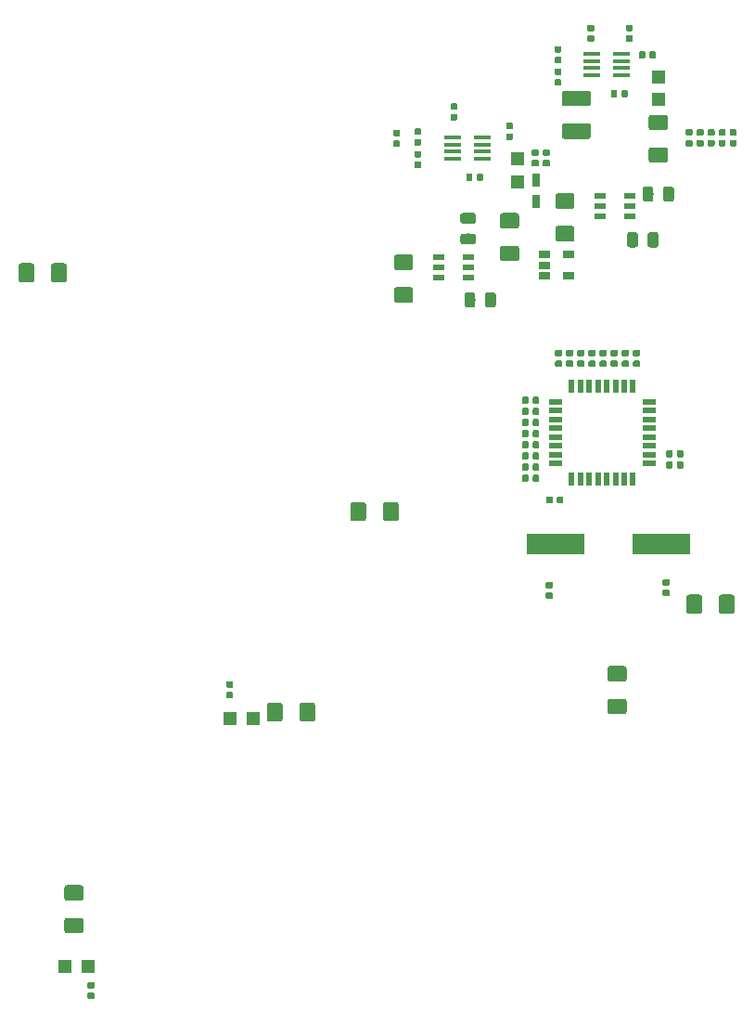
<source format=gbr>
G04 #@! TF.GenerationSoftware,KiCad,Pcbnew,(5.0.2)-1*
G04 #@! TF.CreationDate,2019-03-16T14:06:54-07:00*
G04 #@! TF.ProjectId,ModularMatrix,4d6f6475-6c61-4724-9d61-747269782e6b,rev?*
G04 #@! TF.SameCoordinates,Original*
G04 #@! TF.FileFunction,Paste,Top*
G04 #@! TF.FilePolarity,Positive*
%FSLAX46Y46*%
G04 Gerber Fmt 4.6, Leading zero omitted, Abs format (unit mm)*
G04 Created by KiCad (PCBNEW (5.0.2)-1) date 3/16/2019 2:06:54 PM*
%MOMM*%
%LPD*%
G01*
G04 APERTURE LIST*
%ADD10R,0.500000X1.200000*%
%ADD11R,1.200000X0.500000*%
%ADD12C,0.100000*%
%ADD13C,1.425000*%
%ADD14C,0.590000*%
%ADD15R,1.560000X0.400000*%
%ADD16R,0.750000X1.200000*%
%ADD17R,1.200000X1.200000*%
%ADD18R,1.000000X0.550000*%
%ADD19C,0.975000*%
%ADD20R,1.060000X0.650000*%
%ADD21R,5.334000X1.930400*%
G04 APERTURE END LIST*
D10*
G04 #@! TO.C,IC1*
X224751900Y-104245300D03*
D11*
X223301900Y-97195300D03*
D10*
X230351900Y-95745300D03*
D11*
X231801900Y-102795300D03*
X231801900Y-101995300D03*
X231801900Y-101195300D03*
X231801900Y-100395300D03*
X231801900Y-99595300D03*
X231801900Y-98795300D03*
X231801900Y-97995300D03*
X231801900Y-97195300D03*
D10*
X229551900Y-95745300D03*
X228751900Y-95745300D03*
X227951900Y-95745300D03*
X227151900Y-95745300D03*
X226351900Y-95745300D03*
X225551900Y-95745300D03*
X224751900Y-95745300D03*
D11*
X223301900Y-97995300D03*
X223301900Y-98795300D03*
X223301900Y-99595300D03*
X223301900Y-100395300D03*
X223301900Y-101195300D03*
X223301900Y-101995300D03*
X223301900Y-102795300D03*
D10*
X225551900Y-104245300D03*
X226351900Y-104245300D03*
X227151900Y-104245300D03*
X227951900Y-104245300D03*
X228751900Y-104245300D03*
X229551900Y-104245300D03*
X230351900Y-104245300D03*
G04 #@! TD*
D12*
G04 #@! TO.C,C35*
G36*
X229541604Y-124245604D02*
X229565873Y-124249204D01*
X229589671Y-124255165D01*
X229612771Y-124263430D01*
X229634949Y-124273920D01*
X229655993Y-124286533D01*
X229675698Y-124301147D01*
X229693877Y-124317623D01*
X229710353Y-124335802D01*
X229724967Y-124355507D01*
X229737580Y-124376551D01*
X229748070Y-124398729D01*
X229756335Y-124421829D01*
X229762296Y-124445627D01*
X229765896Y-124469896D01*
X229767100Y-124494400D01*
X229767100Y-125419400D01*
X229765896Y-125443904D01*
X229762296Y-125468173D01*
X229756335Y-125491971D01*
X229748070Y-125515071D01*
X229737580Y-125537249D01*
X229724967Y-125558293D01*
X229710353Y-125577998D01*
X229693877Y-125596177D01*
X229675698Y-125612653D01*
X229655993Y-125627267D01*
X229634949Y-125639880D01*
X229612771Y-125650370D01*
X229589671Y-125658635D01*
X229565873Y-125664596D01*
X229541604Y-125668196D01*
X229517100Y-125669400D01*
X228267100Y-125669400D01*
X228242596Y-125668196D01*
X228218327Y-125664596D01*
X228194529Y-125658635D01*
X228171429Y-125650370D01*
X228149251Y-125639880D01*
X228128207Y-125627267D01*
X228108502Y-125612653D01*
X228090323Y-125596177D01*
X228073847Y-125577998D01*
X228059233Y-125558293D01*
X228046620Y-125537249D01*
X228036130Y-125515071D01*
X228027865Y-125491971D01*
X228021904Y-125468173D01*
X228018304Y-125443904D01*
X228017100Y-125419400D01*
X228017100Y-124494400D01*
X228018304Y-124469896D01*
X228021904Y-124445627D01*
X228027865Y-124421829D01*
X228036130Y-124398729D01*
X228046620Y-124376551D01*
X228059233Y-124355507D01*
X228073847Y-124335802D01*
X228090323Y-124317623D01*
X228108502Y-124301147D01*
X228128207Y-124286533D01*
X228149251Y-124273920D01*
X228171429Y-124263430D01*
X228194529Y-124255165D01*
X228218327Y-124249204D01*
X228242596Y-124245604D01*
X228267100Y-124244400D01*
X229517100Y-124244400D01*
X229541604Y-124245604D01*
X229541604Y-124245604D01*
G37*
D13*
X228892100Y-124956900D03*
D12*
G36*
X229541604Y-121270604D02*
X229565873Y-121274204D01*
X229589671Y-121280165D01*
X229612771Y-121288430D01*
X229634949Y-121298920D01*
X229655993Y-121311533D01*
X229675698Y-121326147D01*
X229693877Y-121342623D01*
X229710353Y-121360802D01*
X229724967Y-121380507D01*
X229737580Y-121401551D01*
X229748070Y-121423729D01*
X229756335Y-121446829D01*
X229762296Y-121470627D01*
X229765896Y-121494896D01*
X229767100Y-121519400D01*
X229767100Y-122444400D01*
X229765896Y-122468904D01*
X229762296Y-122493173D01*
X229756335Y-122516971D01*
X229748070Y-122540071D01*
X229737580Y-122562249D01*
X229724967Y-122583293D01*
X229710353Y-122602998D01*
X229693877Y-122621177D01*
X229675698Y-122637653D01*
X229655993Y-122652267D01*
X229634949Y-122664880D01*
X229612771Y-122675370D01*
X229589671Y-122683635D01*
X229565873Y-122689596D01*
X229541604Y-122693196D01*
X229517100Y-122694400D01*
X228267100Y-122694400D01*
X228242596Y-122693196D01*
X228218327Y-122689596D01*
X228194529Y-122683635D01*
X228171429Y-122675370D01*
X228149251Y-122664880D01*
X228128207Y-122652267D01*
X228108502Y-122637653D01*
X228090323Y-122621177D01*
X228073847Y-122602998D01*
X228059233Y-122583293D01*
X228046620Y-122562249D01*
X228036130Y-122540071D01*
X228027865Y-122516971D01*
X228021904Y-122493173D01*
X228018304Y-122468904D01*
X228017100Y-122444400D01*
X228017100Y-121519400D01*
X228018304Y-121494896D01*
X228021904Y-121470627D01*
X228027865Y-121446829D01*
X228036130Y-121423729D01*
X228046620Y-121401551D01*
X228059233Y-121380507D01*
X228073847Y-121360802D01*
X228090323Y-121342623D01*
X228108502Y-121326147D01*
X228128207Y-121311533D01*
X228149251Y-121298920D01*
X228171429Y-121288430D01*
X228194529Y-121280165D01*
X228218327Y-121274204D01*
X228242596Y-121270604D01*
X228267100Y-121269400D01*
X229517100Y-121269400D01*
X229541604Y-121270604D01*
X229541604Y-121270604D01*
G37*
D13*
X228892100Y-121981900D03*
G04 #@! TD*
D12*
G04 #@! TO.C,R14*
G36*
X234810591Y-102614210D02*
X234824909Y-102616334D01*
X234838950Y-102619851D01*
X234852579Y-102624728D01*
X234865664Y-102630917D01*
X234878080Y-102638358D01*
X234889706Y-102646981D01*
X234900431Y-102656702D01*
X234910152Y-102667427D01*
X234918775Y-102679053D01*
X234926216Y-102691469D01*
X234932405Y-102704554D01*
X234937282Y-102718183D01*
X234940799Y-102732224D01*
X234942923Y-102746542D01*
X234943633Y-102761000D01*
X234943633Y-103106000D01*
X234942923Y-103120458D01*
X234940799Y-103134776D01*
X234937282Y-103148817D01*
X234932405Y-103162446D01*
X234926216Y-103175531D01*
X234918775Y-103187947D01*
X234910152Y-103199573D01*
X234900431Y-103210298D01*
X234889706Y-103220019D01*
X234878080Y-103228642D01*
X234865664Y-103236083D01*
X234852579Y-103242272D01*
X234838950Y-103247149D01*
X234824909Y-103250666D01*
X234810591Y-103252790D01*
X234796133Y-103253500D01*
X234501133Y-103253500D01*
X234486675Y-103252790D01*
X234472357Y-103250666D01*
X234458316Y-103247149D01*
X234444687Y-103242272D01*
X234431602Y-103236083D01*
X234419186Y-103228642D01*
X234407560Y-103220019D01*
X234396835Y-103210298D01*
X234387114Y-103199573D01*
X234378491Y-103187947D01*
X234371050Y-103175531D01*
X234364861Y-103162446D01*
X234359984Y-103148817D01*
X234356467Y-103134776D01*
X234354343Y-103120458D01*
X234353633Y-103106000D01*
X234353633Y-102761000D01*
X234354343Y-102746542D01*
X234356467Y-102732224D01*
X234359984Y-102718183D01*
X234364861Y-102704554D01*
X234371050Y-102691469D01*
X234378491Y-102679053D01*
X234387114Y-102667427D01*
X234396835Y-102656702D01*
X234407560Y-102646981D01*
X234419186Y-102638358D01*
X234431602Y-102630917D01*
X234444687Y-102624728D01*
X234458316Y-102619851D01*
X234472357Y-102616334D01*
X234486675Y-102614210D01*
X234501133Y-102613500D01*
X234796133Y-102613500D01*
X234810591Y-102614210D01*
X234810591Y-102614210D01*
G37*
D14*
X234648633Y-102933500D03*
D12*
G36*
X233840591Y-102614210D02*
X233854909Y-102616334D01*
X233868950Y-102619851D01*
X233882579Y-102624728D01*
X233895664Y-102630917D01*
X233908080Y-102638358D01*
X233919706Y-102646981D01*
X233930431Y-102656702D01*
X233940152Y-102667427D01*
X233948775Y-102679053D01*
X233956216Y-102691469D01*
X233962405Y-102704554D01*
X233967282Y-102718183D01*
X233970799Y-102732224D01*
X233972923Y-102746542D01*
X233973633Y-102761000D01*
X233973633Y-103106000D01*
X233972923Y-103120458D01*
X233970799Y-103134776D01*
X233967282Y-103148817D01*
X233962405Y-103162446D01*
X233956216Y-103175531D01*
X233948775Y-103187947D01*
X233940152Y-103199573D01*
X233930431Y-103210298D01*
X233919706Y-103220019D01*
X233908080Y-103228642D01*
X233895664Y-103236083D01*
X233882579Y-103242272D01*
X233868950Y-103247149D01*
X233854909Y-103250666D01*
X233840591Y-103252790D01*
X233826133Y-103253500D01*
X233531133Y-103253500D01*
X233516675Y-103252790D01*
X233502357Y-103250666D01*
X233488316Y-103247149D01*
X233474687Y-103242272D01*
X233461602Y-103236083D01*
X233449186Y-103228642D01*
X233437560Y-103220019D01*
X233426835Y-103210298D01*
X233417114Y-103199573D01*
X233408491Y-103187947D01*
X233401050Y-103175531D01*
X233394861Y-103162446D01*
X233389984Y-103148817D01*
X233386467Y-103134776D01*
X233384343Y-103120458D01*
X233383633Y-103106000D01*
X233383633Y-102761000D01*
X233384343Y-102746542D01*
X233386467Y-102732224D01*
X233389984Y-102718183D01*
X233394861Y-102704554D01*
X233401050Y-102691469D01*
X233408491Y-102679053D01*
X233417114Y-102667427D01*
X233426835Y-102656702D01*
X233437560Y-102646981D01*
X233449186Y-102638358D01*
X233461602Y-102630917D01*
X233474687Y-102624728D01*
X233488316Y-102619851D01*
X233502357Y-102616334D01*
X233516675Y-102614210D01*
X233531133Y-102613500D01*
X233826133Y-102613500D01*
X233840591Y-102614210D01*
X233840591Y-102614210D01*
G37*
D14*
X233678633Y-102933500D03*
G04 #@! TD*
D12*
G04 #@! TO.C,C12*
G36*
X228784958Y-68768710D02*
X228799276Y-68770834D01*
X228813317Y-68774351D01*
X228826946Y-68779228D01*
X228840031Y-68785417D01*
X228852447Y-68792858D01*
X228864073Y-68801481D01*
X228874798Y-68811202D01*
X228884519Y-68821927D01*
X228893142Y-68833553D01*
X228900583Y-68845969D01*
X228906772Y-68859054D01*
X228911649Y-68872683D01*
X228915166Y-68886724D01*
X228917290Y-68901042D01*
X228918000Y-68915500D01*
X228918000Y-69260500D01*
X228917290Y-69274958D01*
X228915166Y-69289276D01*
X228911649Y-69303317D01*
X228906772Y-69316946D01*
X228900583Y-69330031D01*
X228893142Y-69342447D01*
X228884519Y-69354073D01*
X228874798Y-69364798D01*
X228864073Y-69374519D01*
X228852447Y-69383142D01*
X228840031Y-69390583D01*
X228826946Y-69396772D01*
X228813317Y-69401649D01*
X228799276Y-69405166D01*
X228784958Y-69407290D01*
X228770500Y-69408000D01*
X228475500Y-69408000D01*
X228461042Y-69407290D01*
X228446724Y-69405166D01*
X228432683Y-69401649D01*
X228419054Y-69396772D01*
X228405969Y-69390583D01*
X228393553Y-69383142D01*
X228381927Y-69374519D01*
X228371202Y-69364798D01*
X228361481Y-69354073D01*
X228352858Y-69342447D01*
X228345417Y-69330031D01*
X228339228Y-69316946D01*
X228334351Y-69303317D01*
X228330834Y-69289276D01*
X228328710Y-69274958D01*
X228328000Y-69260500D01*
X228328000Y-68915500D01*
X228328710Y-68901042D01*
X228330834Y-68886724D01*
X228334351Y-68872683D01*
X228339228Y-68859054D01*
X228345417Y-68845969D01*
X228352858Y-68833553D01*
X228361481Y-68821927D01*
X228371202Y-68811202D01*
X228381927Y-68801481D01*
X228393553Y-68792858D01*
X228405969Y-68785417D01*
X228419054Y-68779228D01*
X228432683Y-68774351D01*
X228446724Y-68770834D01*
X228461042Y-68768710D01*
X228475500Y-68768000D01*
X228770500Y-68768000D01*
X228784958Y-68768710D01*
X228784958Y-68768710D01*
G37*
D14*
X228623000Y-69088000D03*
D12*
G36*
X229754958Y-68768710D02*
X229769276Y-68770834D01*
X229783317Y-68774351D01*
X229796946Y-68779228D01*
X229810031Y-68785417D01*
X229822447Y-68792858D01*
X229834073Y-68801481D01*
X229844798Y-68811202D01*
X229854519Y-68821927D01*
X229863142Y-68833553D01*
X229870583Y-68845969D01*
X229876772Y-68859054D01*
X229881649Y-68872683D01*
X229885166Y-68886724D01*
X229887290Y-68901042D01*
X229888000Y-68915500D01*
X229888000Y-69260500D01*
X229887290Y-69274958D01*
X229885166Y-69289276D01*
X229881649Y-69303317D01*
X229876772Y-69316946D01*
X229870583Y-69330031D01*
X229863142Y-69342447D01*
X229854519Y-69354073D01*
X229844798Y-69364798D01*
X229834073Y-69374519D01*
X229822447Y-69383142D01*
X229810031Y-69390583D01*
X229796946Y-69396772D01*
X229783317Y-69401649D01*
X229769276Y-69405166D01*
X229754958Y-69407290D01*
X229740500Y-69408000D01*
X229445500Y-69408000D01*
X229431042Y-69407290D01*
X229416724Y-69405166D01*
X229402683Y-69401649D01*
X229389054Y-69396772D01*
X229375969Y-69390583D01*
X229363553Y-69383142D01*
X229351927Y-69374519D01*
X229341202Y-69364798D01*
X229331481Y-69354073D01*
X229322858Y-69342447D01*
X229315417Y-69330031D01*
X229309228Y-69316946D01*
X229304351Y-69303317D01*
X229300834Y-69289276D01*
X229298710Y-69274958D01*
X229298000Y-69260500D01*
X229298000Y-68915500D01*
X229298710Y-68901042D01*
X229300834Y-68886724D01*
X229304351Y-68872683D01*
X229309228Y-68859054D01*
X229315417Y-68845969D01*
X229322858Y-68833553D01*
X229331481Y-68821927D01*
X229341202Y-68811202D01*
X229351927Y-68801481D01*
X229363553Y-68792858D01*
X229375969Y-68785417D01*
X229389054Y-68779228D01*
X229402683Y-68774351D01*
X229416724Y-68770834D01*
X229431042Y-68768710D01*
X229445500Y-68768000D01*
X229740500Y-68768000D01*
X229754958Y-68768710D01*
X229754958Y-68768710D01*
G37*
D14*
X229593000Y-69088000D03*
G04 #@! TD*
D15*
G04 #@! TO.C,U1*
X229329065Y-67398225D03*
X229329065Y-66748225D03*
X229329065Y-66088225D03*
X229329065Y-65438225D03*
X226629065Y-65438225D03*
X226629065Y-66088225D03*
X226629065Y-66748225D03*
X226629065Y-67398225D03*
G04 #@! TD*
D12*
G04 #@! TO.C,C32*
G36*
X175466004Y-84533704D02*
X175490273Y-84537304D01*
X175514071Y-84543265D01*
X175537171Y-84551530D01*
X175559349Y-84562020D01*
X175580393Y-84574633D01*
X175600098Y-84589247D01*
X175618277Y-84605723D01*
X175634753Y-84623902D01*
X175649367Y-84643607D01*
X175661980Y-84664651D01*
X175672470Y-84686829D01*
X175680735Y-84709929D01*
X175686696Y-84733727D01*
X175690296Y-84757996D01*
X175691500Y-84782500D01*
X175691500Y-86032500D01*
X175690296Y-86057004D01*
X175686696Y-86081273D01*
X175680735Y-86105071D01*
X175672470Y-86128171D01*
X175661980Y-86150349D01*
X175649367Y-86171393D01*
X175634753Y-86191098D01*
X175618277Y-86209277D01*
X175600098Y-86225753D01*
X175580393Y-86240367D01*
X175559349Y-86252980D01*
X175537171Y-86263470D01*
X175514071Y-86271735D01*
X175490273Y-86277696D01*
X175466004Y-86281296D01*
X175441500Y-86282500D01*
X174516500Y-86282500D01*
X174491996Y-86281296D01*
X174467727Y-86277696D01*
X174443929Y-86271735D01*
X174420829Y-86263470D01*
X174398651Y-86252980D01*
X174377607Y-86240367D01*
X174357902Y-86225753D01*
X174339723Y-86209277D01*
X174323247Y-86191098D01*
X174308633Y-86171393D01*
X174296020Y-86150349D01*
X174285530Y-86128171D01*
X174277265Y-86105071D01*
X174271304Y-86081273D01*
X174267704Y-86057004D01*
X174266500Y-86032500D01*
X174266500Y-84782500D01*
X174267704Y-84757996D01*
X174271304Y-84733727D01*
X174277265Y-84709929D01*
X174285530Y-84686829D01*
X174296020Y-84664651D01*
X174308633Y-84643607D01*
X174323247Y-84623902D01*
X174339723Y-84605723D01*
X174357902Y-84589247D01*
X174377607Y-84574633D01*
X174398651Y-84562020D01*
X174420829Y-84551530D01*
X174443929Y-84543265D01*
X174467727Y-84537304D01*
X174491996Y-84533704D01*
X174516500Y-84532500D01*
X175441500Y-84532500D01*
X175466004Y-84533704D01*
X175466004Y-84533704D01*
G37*
D13*
X174979000Y-85407500D03*
D12*
G36*
X178441004Y-84533704D02*
X178465273Y-84537304D01*
X178489071Y-84543265D01*
X178512171Y-84551530D01*
X178534349Y-84562020D01*
X178555393Y-84574633D01*
X178575098Y-84589247D01*
X178593277Y-84605723D01*
X178609753Y-84623902D01*
X178624367Y-84643607D01*
X178636980Y-84664651D01*
X178647470Y-84686829D01*
X178655735Y-84709929D01*
X178661696Y-84733727D01*
X178665296Y-84757996D01*
X178666500Y-84782500D01*
X178666500Y-86032500D01*
X178665296Y-86057004D01*
X178661696Y-86081273D01*
X178655735Y-86105071D01*
X178647470Y-86128171D01*
X178636980Y-86150349D01*
X178624367Y-86171393D01*
X178609753Y-86191098D01*
X178593277Y-86209277D01*
X178575098Y-86225753D01*
X178555393Y-86240367D01*
X178534349Y-86252980D01*
X178512171Y-86263470D01*
X178489071Y-86271735D01*
X178465273Y-86277696D01*
X178441004Y-86281296D01*
X178416500Y-86282500D01*
X177491500Y-86282500D01*
X177466996Y-86281296D01*
X177442727Y-86277696D01*
X177418929Y-86271735D01*
X177395829Y-86263470D01*
X177373651Y-86252980D01*
X177352607Y-86240367D01*
X177332902Y-86225753D01*
X177314723Y-86209277D01*
X177298247Y-86191098D01*
X177283633Y-86171393D01*
X177271020Y-86150349D01*
X177260530Y-86128171D01*
X177252265Y-86105071D01*
X177246304Y-86081273D01*
X177242704Y-86057004D01*
X177241500Y-86032500D01*
X177241500Y-84782500D01*
X177242704Y-84757996D01*
X177246304Y-84733727D01*
X177252265Y-84709929D01*
X177260530Y-84686829D01*
X177271020Y-84664651D01*
X177283633Y-84643607D01*
X177298247Y-84623902D01*
X177314723Y-84605723D01*
X177332902Y-84589247D01*
X177352607Y-84574633D01*
X177373651Y-84562020D01*
X177395829Y-84551530D01*
X177418929Y-84543265D01*
X177442727Y-84537304D01*
X177466996Y-84533704D01*
X177491500Y-84532500D01*
X178416500Y-84532500D01*
X178441004Y-84533704D01*
X178441004Y-84533704D01*
G37*
D13*
X177954000Y-85407500D03*
G04 #@! TD*
D12*
G04 #@! TO.C,C1*
G36*
X181073058Y-151054010D02*
X181087376Y-151056134D01*
X181101417Y-151059651D01*
X181115046Y-151064528D01*
X181128131Y-151070717D01*
X181140547Y-151078158D01*
X181152173Y-151086781D01*
X181162898Y-151096502D01*
X181172619Y-151107227D01*
X181181242Y-151118853D01*
X181188683Y-151131269D01*
X181194872Y-151144354D01*
X181199749Y-151157983D01*
X181203266Y-151172024D01*
X181205390Y-151186342D01*
X181206100Y-151200800D01*
X181206100Y-151495800D01*
X181205390Y-151510258D01*
X181203266Y-151524576D01*
X181199749Y-151538617D01*
X181194872Y-151552246D01*
X181188683Y-151565331D01*
X181181242Y-151577747D01*
X181172619Y-151589373D01*
X181162898Y-151600098D01*
X181152173Y-151609819D01*
X181140547Y-151618442D01*
X181128131Y-151625883D01*
X181115046Y-151632072D01*
X181101417Y-151636949D01*
X181087376Y-151640466D01*
X181073058Y-151642590D01*
X181058600Y-151643300D01*
X180713600Y-151643300D01*
X180699142Y-151642590D01*
X180684824Y-151640466D01*
X180670783Y-151636949D01*
X180657154Y-151632072D01*
X180644069Y-151625883D01*
X180631653Y-151618442D01*
X180620027Y-151609819D01*
X180609302Y-151600098D01*
X180599581Y-151589373D01*
X180590958Y-151577747D01*
X180583517Y-151565331D01*
X180577328Y-151552246D01*
X180572451Y-151538617D01*
X180568934Y-151524576D01*
X180566810Y-151510258D01*
X180566100Y-151495800D01*
X180566100Y-151200800D01*
X180566810Y-151186342D01*
X180568934Y-151172024D01*
X180572451Y-151157983D01*
X180577328Y-151144354D01*
X180583517Y-151131269D01*
X180590958Y-151118853D01*
X180599581Y-151107227D01*
X180609302Y-151096502D01*
X180620027Y-151086781D01*
X180631653Y-151078158D01*
X180644069Y-151070717D01*
X180657154Y-151064528D01*
X180670783Y-151059651D01*
X180684824Y-151056134D01*
X180699142Y-151054010D01*
X180713600Y-151053300D01*
X181058600Y-151053300D01*
X181073058Y-151054010D01*
X181073058Y-151054010D01*
G37*
D14*
X180886100Y-151348300D03*
D12*
G36*
X181073058Y-150084010D02*
X181087376Y-150086134D01*
X181101417Y-150089651D01*
X181115046Y-150094528D01*
X181128131Y-150100717D01*
X181140547Y-150108158D01*
X181152173Y-150116781D01*
X181162898Y-150126502D01*
X181172619Y-150137227D01*
X181181242Y-150148853D01*
X181188683Y-150161269D01*
X181194872Y-150174354D01*
X181199749Y-150187983D01*
X181203266Y-150202024D01*
X181205390Y-150216342D01*
X181206100Y-150230800D01*
X181206100Y-150525800D01*
X181205390Y-150540258D01*
X181203266Y-150554576D01*
X181199749Y-150568617D01*
X181194872Y-150582246D01*
X181188683Y-150595331D01*
X181181242Y-150607747D01*
X181172619Y-150619373D01*
X181162898Y-150630098D01*
X181152173Y-150639819D01*
X181140547Y-150648442D01*
X181128131Y-150655883D01*
X181115046Y-150662072D01*
X181101417Y-150666949D01*
X181087376Y-150670466D01*
X181073058Y-150672590D01*
X181058600Y-150673300D01*
X180713600Y-150673300D01*
X180699142Y-150672590D01*
X180684824Y-150670466D01*
X180670783Y-150666949D01*
X180657154Y-150662072D01*
X180644069Y-150655883D01*
X180631653Y-150648442D01*
X180620027Y-150639819D01*
X180609302Y-150630098D01*
X180599581Y-150619373D01*
X180590958Y-150607747D01*
X180583517Y-150595331D01*
X180577328Y-150582246D01*
X180572451Y-150568617D01*
X180568934Y-150554576D01*
X180566810Y-150540258D01*
X180566100Y-150525800D01*
X180566100Y-150230800D01*
X180566810Y-150216342D01*
X180568934Y-150202024D01*
X180572451Y-150187983D01*
X180577328Y-150174354D01*
X180583517Y-150161269D01*
X180590958Y-150148853D01*
X180599581Y-150137227D01*
X180609302Y-150126502D01*
X180620027Y-150116781D01*
X180631653Y-150108158D01*
X180644069Y-150100717D01*
X180657154Y-150094528D01*
X180670783Y-150089651D01*
X180684824Y-150086134D01*
X180699142Y-150084010D01*
X180713600Y-150083300D01*
X181058600Y-150083300D01*
X181073058Y-150084010D01*
X181073058Y-150084010D01*
G37*
D14*
X180886100Y-150378300D03*
G04 #@! TD*
D12*
G04 #@! TO.C,C2*
G36*
X193734958Y-123634710D02*
X193749276Y-123636834D01*
X193763317Y-123640351D01*
X193776946Y-123645228D01*
X193790031Y-123651417D01*
X193802447Y-123658858D01*
X193814073Y-123667481D01*
X193824798Y-123677202D01*
X193834519Y-123687927D01*
X193843142Y-123699553D01*
X193850583Y-123711969D01*
X193856772Y-123725054D01*
X193861649Y-123738683D01*
X193865166Y-123752724D01*
X193867290Y-123767042D01*
X193868000Y-123781500D01*
X193868000Y-124076500D01*
X193867290Y-124090958D01*
X193865166Y-124105276D01*
X193861649Y-124119317D01*
X193856772Y-124132946D01*
X193850583Y-124146031D01*
X193843142Y-124158447D01*
X193834519Y-124170073D01*
X193824798Y-124180798D01*
X193814073Y-124190519D01*
X193802447Y-124199142D01*
X193790031Y-124206583D01*
X193776946Y-124212772D01*
X193763317Y-124217649D01*
X193749276Y-124221166D01*
X193734958Y-124223290D01*
X193720500Y-124224000D01*
X193375500Y-124224000D01*
X193361042Y-124223290D01*
X193346724Y-124221166D01*
X193332683Y-124217649D01*
X193319054Y-124212772D01*
X193305969Y-124206583D01*
X193293553Y-124199142D01*
X193281927Y-124190519D01*
X193271202Y-124180798D01*
X193261481Y-124170073D01*
X193252858Y-124158447D01*
X193245417Y-124146031D01*
X193239228Y-124132946D01*
X193234351Y-124119317D01*
X193230834Y-124105276D01*
X193228710Y-124090958D01*
X193228000Y-124076500D01*
X193228000Y-123781500D01*
X193228710Y-123767042D01*
X193230834Y-123752724D01*
X193234351Y-123738683D01*
X193239228Y-123725054D01*
X193245417Y-123711969D01*
X193252858Y-123699553D01*
X193261481Y-123687927D01*
X193271202Y-123677202D01*
X193281927Y-123667481D01*
X193293553Y-123658858D01*
X193305969Y-123651417D01*
X193319054Y-123645228D01*
X193332683Y-123640351D01*
X193346724Y-123636834D01*
X193361042Y-123634710D01*
X193375500Y-123634000D01*
X193720500Y-123634000D01*
X193734958Y-123634710D01*
X193734958Y-123634710D01*
G37*
D14*
X193548000Y-123929000D03*
D12*
G36*
X193734958Y-122664710D02*
X193749276Y-122666834D01*
X193763317Y-122670351D01*
X193776946Y-122675228D01*
X193790031Y-122681417D01*
X193802447Y-122688858D01*
X193814073Y-122697481D01*
X193824798Y-122707202D01*
X193834519Y-122717927D01*
X193843142Y-122729553D01*
X193850583Y-122741969D01*
X193856772Y-122755054D01*
X193861649Y-122768683D01*
X193865166Y-122782724D01*
X193867290Y-122797042D01*
X193868000Y-122811500D01*
X193868000Y-123106500D01*
X193867290Y-123120958D01*
X193865166Y-123135276D01*
X193861649Y-123149317D01*
X193856772Y-123162946D01*
X193850583Y-123176031D01*
X193843142Y-123188447D01*
X193834519Y-123200073D01*
X193824798Y-123210798D01*
X193814073Y-123220519D01*
X193802447Y-123229142D01*
X193790031Y-123236583D01*
X193776946Y-123242772D01*
X193763317Y-123247649D01*
X193749276Y-123251166D01*
X193734958Y-123253290D01*
X193720500Y-123254000D01*
X193375500Y-123254000D01*
X193361042Y-123253290D01*
X193346724Y-123251166D01*
X193332683Y-123247649D01*
X193319054Y-123242772D01*
X193305969Y-123236583D01*
X193293553Y-123229142D01*
X193281927Y-123220519D01*
X193271202Y-123210798D01*
X193261481Y-123200073D01*
X193252858Y-123188447D01*
X193245417Y-123176031D01*
X193239228Y-123162946D01*
X193234351Y-123149317D01*
X193230834Y-123135276D01*
X193228710Y-123120958D01*
X193228000Y-123106500D01*
X193228000Y-122811500D01*
X193228710Y-122797042D01*
X193230834Y-122782724D01*
X193234351Y-122768683D01*
X193239228Y-122755054D01*
X193245417Y-122741969D01*
X193252858Y-122729553D01*
X193261481Y-122717927D01*
X193271202Y-122707202D01*
X193281927Y-122697481D01*
X193293553Y-122688858D01*
X193305969Y-122681417D01*
X193319054Y-122675228D01*
X193332683Y-122670351D01*
X193346724Y-122666834D01*
X193361042Y-122664710D01*
X193375500Y-122664000D01*
X193720500Y-122664000D01*
X193734958Y-122664710D01*
X193734958Y-122664710D01*
G37*
D14*
X193548000Y-122959000D03*
G04 #@! TD*
D12*
G04 #@! TO.C,C14*
G36*
X215576958Y-76388710D02*
X215591276Y-76390834D01*
X215605317Y-76394351D01*
X215618946Y-76399228D01*
X215632031Y-76405417D01*
X215644447Y-76412858D01*
X215656073Y-76421481D01*
X215666798Y-76431202D01*
X215676519Y-76441927D01*
X215685142Y-76453553D01*
X215692583Y-76465969D01*
X215698772Y-76479054D01*
X215703649Y-76492683D01*
X215707166Y-76506724D01*
X215709290Y-76521042D01*
X215710000Y-76535500D01*
X215710000Y-76880500D01*
X215709290Y-76894958D01*
X215707166Y-76909276D01*
X215703649Y-76923317D01*
X215698772Y-76936946D01*
X215692583Y-76950031D01*
X215685142Y-76962447D01*
X215676519Y-76974073D01*
X215666798Y-76984798D01*
X215656073Y-76994519D01*
X215644447Y-77003142D01*
X215632031Y-77010583D01*
X215618946Y-77016772D01*
X215605317Y-77021649D01*
X215591276Y-77025166D01*
X215576958Y-77027290D01*
X215562500Y-77028000D01*
X215267500Y-77028000D01*
X215253042Y-77027290D01*
X215238724Y-77025166D01*
X215224683Y-77021649D01*
X215211054Y-77016772D01*
X215197969Y-77010583D01*
X215185553Y-77003142D01*
X215173927Y-76994519D01*
X215163202Y-76984798D01*
X215153481Y-76974073D01*
X215144858Y-76962447D01*
X215137417Y-76950031D01*
X215131228Y-76936946D01*
X215126351Y-76923317D01*
X215122834Y-76909276D01*
X215120710Y-76894958D01*
X215120000Y-76880500D01*
X215120000Y-76535500D01*
X215120710Y-76521042D01*
X215122834Y-76506724D01*
X215126351Y-76492683D01*
X215131228Y-76479054D01*
X215137417Y-76465969D01*
X215144858Y-76453553D01*
X215153481Y-76441927D01*
X215163202Y-76431202D01*
X215173927Y-76421481D01*
X215185553Y-76412858D01*
X215197969Y-76405417D01*
X215211054Y-76399228D01*
X215224683Y-76394351D01*
X215238724Y-76390834D01*
X215253042Y-76388710D01*
X215267500Y-76388000D01*
X215562500Y-76388000D01*
X215576958Y-76388710D01*
X215576958Y-76388710D01*
G37*
D14*
X215415000Y-76708000D03*
D12*
G36*
X216546958Y-76388710D02*
X216561276Y-76390834D01*
X216575317Y-76394351D01*
X216588946Y-76399228D01*
X216602031Y-76405417D01*
X216614447Y-76412858D01*
X216626073Y-76421481D01*
X216636798Y-76431202D01*
X216646519Y-76441927D01*
X216655142Y-76453553D01*
X216662583Y-76465969D01*
X216668772Y-76479054D01*
X216673649Y-76492683D01*
X216677166Y-76506724D01*
X216679290Y-76521042D01*
X216680000Y-76535500D01*
X216680000Y-76880500D01*
X216679290Y-76894958D01*
X216677166Y-76909276D01*
X216673649Y-76923317D01*
X216668772Y-76936946D01*
X216662583Y-76950031D01*
X216655142Y-76962447D01*
X216646519Y-76974073D01*
X216636798Y-76984798D01*
X216626073Y-76994519D01*
X216614447Y-77003142D01*
X216602031Y-77010583D01*
X216588946Y-77016772D01*
X216575317Y-77021649D01*
X216561276Y-77025166D01*
X216546958Y-77027290D01*
X216532500Y-77028000D01*
X216237500Y-77028000D01*
X216223042Y-77027290D01*
X216208724Y-77025166D01*
X216194683Y-77021649D01*
X216181054Y-77016772D01*
X216167969Y-77010583D01*
X216155553Y-77003142D01*
X216143927Y-76994519D01*
X216133202Y-76984798D01*
X216123481Y-76974073D01*
X216114858Y-76962447D01*
X216107417Y-76950031D01*
X216101228Y-76936946D01*
X216096351Y-76923317D01*
X216092834Y-76909276D01*
X216090710Y-76894958D01*
X216090000Y-76880500D01*
X216090000Y-76535500D01*
X216090710Y-76521042D01*
X216092834Y-76506724D01*
X216096351Y-76492683D01*
X216101228Y-76479054D01*
X216107417Y-76465969D01*
X216114858Y-76453553D01*
X216123481Y-76441927D01*
X216133202Y-76431202D01*
X216143927Y-76421481D01*
X216155553Y-76412858D01*
X216167969Y-76405417D01*
X216181054Y-76399228D01*
X216194683Y-76394351D01*
X216208724Y-76390834D01*
X216223042Y-76388710D01*
X216237500Y-76388000D01*
X216532500Y-76388000D01*
X216546958Y-76388710D01*
X216546958Y-76388710D01*
G37*
D14*
X216385000Y-76708000D03*
G04 #@! TD*
D16*
G04 #@! TO.C,C13*
X221551500Y-78864500D03*
X221551500Y-76964500D03*
G04 #@! TD*
D15*
G04 #@! TO.C,U3*
X213929065Y-75018225D03*
X213929065Y-74368225D03*
X213929065Y-73708225D03*
X213929065Y-73058225D03*
X216629065Y-73058225D03*
X216629065Y-73708225D03*
X216629065Y-74368225D03*
X216629065Y-75018225D03*
G04 #@! TD*
D12*
G04 #@! TO.C,C17*
G36*
X233313504Y-70989704D02*
X233337773Y-70993304D01*
X233361571Y-70999265D01*
X233384671Y-71007530D01*
X233406849Y-71018020D01*
X233427893Y-71030633D01*
X233447598Y-71045247D01*
X233465777Y-71061723D01*
X233482253Y-71079902D01*
X233496867Y-71099607D01*
X233509480Y-71120651D01*
X233519970Y-71142829D01*
X233528235Y-71165929D01*
X233534196Y-71189727D01*
X233537796Y-71213996D01*
X233539000Y-71238500D01*
X233539000Y-72163500D01*
X233537796Y-72188004D01*
X233534196Y-72212273D01*
X233528235Y-72236071D01*
X233519970Y-72259171D01*
X233509480Y-72281349D01*
X233496867Y-72302393D01*
X233482253Y-72322098D01*
X233465777Y-72340277D01*
X233447598Y-72356753D01*
X233427893Y-72371367D01*
X233406849Y-72383980D01*
X233384671Y-72394470D01*
X233361571Y-72402735D01*
X233337773Y-72408696D01*
X233313504Y-72412296D01*
X233289000Y-72413500D01*
X232039000Y-72413500D01*
X232014496Y-72412296D01*
X231990227Y-72408696D01*
X231966429Y-72402735D01*
X231943329Y-72394470D01*
X231921151Y-72383980D01*
X231900107Y-72371367D01*
X231880402Y-72356753D01*
X231862223Y-72340277D01*
X231845747Y-72322098D01*
X231831133Y-72302393D01*
X231818520Y-72281349D01*
X231808030Y-72259171D01*
X231799765Y-72236071D01*
X231793804Y-72212273D01*
X231790204Y-72188004D01*
X231789000Y-72163500D01*
X231789000Y-71238500D01*
X231790204Y-71213996D01*
X231793804Y-71189727D01*
X231799765Y-71165929D01*
X231808030Y-71142829D01*
X231818520Y-71120651D01*
X231831133Y-71099607D01*
X231845747Y-71079902D01*
X231862223Y-71061723D01*
X231880402Y-71045247D01*
X231900107Y-71030633D01*
X231921151Y-71018020D01*
X231943329Y-71007530D01*
X231966429Y-70999265D01*
X231990227Y-70993304D01*
X232014496Y-70989704D01*
X232039000Y-70988500D01*
X233289000Y-70988500D01*
X233313504Y-70989704D01*
X233313504Y-70989704D01*
G37*
D13*
X232664000Y-71701000D03*
D12*
G36*
X233313504Y-73964704D02*
X233337773Y-73968304D01*
X233361571Y-73974265D01*
X233384671Y-73982530D01*
X233406849Y-73993020D01*
X233427893Y-74005633D01*
X233447598Y-74020247D01*
X233465777Y-74036723D01*
X233482253Y-74054902D01*
X233496867Y-74074607D01*
X233509480Y-74095651D01*
X233519970Y-74117829D01*
X233528235Y-74140929D01*
X233534196Y-74164727D01*
X233537796Y-74188996D01*
X233539000Y-74213500D01*
X233539000Y-75138500D01*
X233537796Y-75163004D01*
X233534196Y-75187273D01*
X233528235Y-75211071D01*
X233519970Y-75234171D01*
X233509480Y-75256349D01*
X233496867Y-75277393D01*
X233482253Y-75297098D01*
X233465777Y-75315277D01*
X233447598Y-75331753D01*
X233427893Y-75346367D01*
X233406849Y-75358980D01*
X233384671Y-75369470D01*
X233361571Y-75377735D01*
X233337773Y-75383696D01*
X233313504Y-75387296D01*
X233289000Y-75388500D01*
X232039000Y-75388500D01*
X232014496Y-75387296D01*
X231990227Y-75383696D01*
X231966429Y-75377735D01*
X231943329Y-75369470D01*
X231921151Y-75358980D01*
X231900107Y-75346367D01*
X231880402Y-75331753D01*
X231862223Y-75315277D01*
X231845747Y-75297098D01*
X231831133Y-75277393D01*
X231818520Y-75256349D01*
X231808030Y-75234171D01*
X231799765Y-75211071D01*
X231793804Y-75187273D01*
X231790204Y-75163004D01*
X231789000Y-75138500D01*
X231789000Y-74213500D01*
X231790204Y-74188996D01*
X231793804Y-74164727D01*
X231799765Y-74140929D01*
X231808030Y-74117829D01*
X231818520Y-74095651D01*
X231831133Y-74074607D01*
X231845747Y-74054902D01*
X231862223Y-74036723D01*
X231880402Y-74020247D01*
X231900107Y-74005633D01*
X231921151Y-73993020D01*
X231943329Y-73982530D01*
X231966429Y-73974265D01*
X231990227Y-73968304D01*
X232014496Y-73964704D01*
X232039000Y-73963500D01*
X233289000Y-73963500D01*
X233313504Y-73964704D01*
X233313504Y-73964704D01*
G37*
D13*
X232664000Y-74676000D03*
G04 #@! TD*
D12*
G04 #@! TO.C,C7*
G36*
X226280569Y-68792839D02*
X226304838Y-68796439D01*
X226328636Y-68802400D01*
X226351736Y-68810665D01*
X226373914Y-68821155D01*
X226394958Y-68833768D01*
X226414663Y-68848382D01*
X226432842Y-68864858D01*
X226449318Y-68883037D01*
X226463932Y-68902742D01*
X226476545Y-68923786D01*
X226487035Y-68945964D01*
X226495300Y-68969064D01*
X226501261Y-68992862D01*
X226504861Y-69017131D01*
X226506065Y-69041635D01*
X226506065Y-69966635D01*
X226504861Y-69991139D01*
X226501261Y-70015408D01*
X226495300Y-70039206D01*
X226487035Y-70062306D01*
X226476545Y-70084484D01*
X226463932Y-70105528D01*
X226449318Y-70125233D01*
X226432842Y-70143412D01*
X226414663Y-70159888D01*
X226394958Y-70174502D01*
X226373914Y-70187115D01*
X226351736Y-70197605D01*
X226328636Y-70205870D01*
X226304838Y-70211831D01*
X226280569Y-70215431D01*
X226256065Y-70216635D01*
X224106065Y-70216635D01*
X224081561Y-70215431D01*
X224057292Y-70211831D01*
X224033494Y-70205870D01*
X224010394Y-70197605D01*
X223988216Y-70187115D01*
X223967172Y-70174502D01*
X223947467Y-70159888D01*
X223929288Y-70143412D01*
X223912812Y-70125233D01*
X223898198Y-70105528D01*
X223885585Y-70084484D01*
X223875095Y-70062306D01*
X223866830Y-70039206D01*
X223860869Y-70015408D01*
X223857269Y-69991139D01*
X223856065Y-69966635D01*
X223856065Y-69041635D01*
X223857269Y-69017131D01*
X223860869Y-68992862D01*
X223866830Y-68969064D01*
X223875095Y-68945964D01*
X223885585Y-68923786D01*
X223898198Y-68902742D01*
X223912812Y-68883037D01*
X223929288Y-68864858D01*
X223947467Y-68848382D01*
X223967172Y-68833768D01*
X223988216Y-68821155D01*
X224010394Y-68810665D01*
X224033494Y-68802400D01*
X224057292Y-68796439D01*
X224081561Y-68792839D01*
X224106065Y-68791635D01*
X226256065Y-68791635D01*
X226280569Y-68792839D01*
X226280569Y-68792839D01*
G37*
D13*
X225181065Y-69504135D03*
D12*
G36*
X226280569Y-71767839D02*
X226304838Y-71771439D01*
X226328636Y-71777400D01*
X226351736Y-71785665D01*
X226373914Y-71796155D01*
X226394958Y-71808768D01*
X226414663Y-71823382D01*
X226432842Y-71839858D01*
X226449318Y-71858037D01*
X226463932Y-71877742D01*
X226476545Y-71898786D01*
X226487035Y-71920964D01*
X226495300Y-71944064D01*
X226501261Y-71967862D01*
X226504861Y-71992131D01*
X226506065Y-72016635D01*
X226506065Y-72941635D01*
X226504861Y-72966139D01*
X226501261Y-72990408D01*
X226495300Y-73014206D01*
X226487035Y-73037306D01*
X226476545Y-73059484D01*
X226463932Y-73080528D01*
X226449318Y-73100233D01*
X226432842Y-73118412D01*
X226414663Y-73134888D01*
X226394958Y-73149502D01*
X226373914Y-73162115D01*
X226351736Y-73172605D01*
X226328636Y-73180870D01*
X226304838Y-73186831D01*
X226280569Y-73190431D01*
X226256065Y-73191635D01*
X224106065Y-73191635D01*
X224081561Y-73190431D01*
X224057292Y-73186831D01*
X224033494Y-73180870D01*
X224010394Y-73172605D01*
X223988216Y-73162115D01*
X223967172Y-73149502D01*
X223947467Y-73134888D01*
X223929288Y-73118412D01*
X223912812Y-73100233D01*
X223898198Y-73080528D01*
X223885585Y-73059484D01*
X223875095Y-73037306D01*
X223866830Y-73014206D01*
X223860869Y-72990408D01*
X223857269Y-72966139D01*
X223856065Y-72941635D01*
X223856065Y-72016635D01*
X223857269Y-71992131D01*
X223860869Y-71967862D01*
X223866830Y-71944064D01*
X223875095Y-71920964D01*
X223885585Y-71898786D01*
X223898198Y-71877742D01*
X223912812Y-71858037D01*
X223929288Y-71839858D01*
X223947467Y-71823382D01*
X223967172Y-71808768D01*
X223988216Y-71796155D01*
X224010394Y-71785665D01*
X224033494Y-71777400D01*
X224057292Y-71771439D01*
X224081561Y-71767839D01*
X224106065Y-71766635D01*
X226256065Y-71766635D01*
X226280569Y-71767839D01*
X226280569Y-71767839D01*
G37*
D13*
X225181065Y-72479135D03*
G04 #@! TD*
D12*
G04 #@! TO.C,F1*
G36*
X179973504Y-144235404D02*
X179997773Y-144239004D01*
X180021571Y-144244965D01*
X180044671Y-144253230D01*
X180066849Y-144263720D01*
X180087893Y-144276333D01*
X180107598Y-144290947D01*
X180125777Y-144307423D01*
X180142253Y-144325602D01*
X180156867Y-144345307D01*
X180169480Y-144366351D01*
X180179970Y-144388529D01*
X180188235Y-144411629D01*
X180194196Y-144435427D01*
X180197796Y-144459696D01*
X180199000Y-144484200D01*
X180199000Y-145409200D01*
X180197796Y-145433704D01*
X180194196Y-145457973D01*
X180188235Y-145481771D01*
X180179970Y-145504871D01*
X180169480Y-145527049D01*
X180156867Y-145548093D01*
X180142253Y-145567798D01*
X180125777Y-145585977D01*
X180107598Y-145602453D01*
X180087893Y-145617067D01*
X180066849Y-145629680D01*
X180044671Y-145640170D01*
X180021571Y-145648435D01*
X179997773Y-145654396D01*
X179973504Y-145657996D01*
X179949000Y-145659200D01*
X178699000Y-145659200D01*
X178674496Y-145657996D01*
X178650227Y-145654396D01*
X178626429Y-145648435D01*
X178603329Y-145640170D01*
X178581151Y-145629680D01*
X178560107Y-145617067D01*
X178540402Y-145602453D01*
X178522223Y-145585977D01*
X178505747Y-145567798D01*
X178491133Y-145548093D01*
X178478520Y-145527049D01*
X178468030Y-145504871D01*
X178459765Y-145481771D01*
X178453804Y-145457973D01*
X178450204Y-145433704D01*
X178449000Y-145409200D01*
X178449000Y-144484200D01*
X178450204Y-144459696D01*
X178453804Y-144435427D01*
X178459765Y-144411629D01*
X178468030Y-144388529D01*
X178478520Y-144366351D01*
X178491133Y-144345307D01*
X178505747Y-144325602D01*
X178522223Y-144307423D01*
X178540402Y-144290947D01*
X178560107Y-144276333D01*
X178581151Y-144263720D01*
X178603329Y-144253230D01*
X178626429Y-144244965D01*
X178650227Y-144239004D01*
X178674496Y-144235404D01*
X178699000Y-144234200D01*
X179949000Y-144234200D01*
X179973504Y-144235404D01*
X179973504Y-144235404D01*
G37*
D13*
X179324000Y-144946700D03*
D12*
G36*
X179973504Y-141260404D02*
X179997773Y-141264004D01*
X180021571Y-141269965D01*
X180044671Y-141278230D01*
X180066849Y-141288720D01*
X180087893Y-141301333D01*
X180107598Y-141315947D01*
X180125777Y-141332423D01*
X180142253Y-141350602D01*
X180156867Y-141370307D01*
X180169480Y-141391351D01*
X180179970Y-141413529D01*
X180188235Y-141436629D01*
X180194196Y-141460427D01*
X180197796Y-141484696D01*
X180199000Y-141509200D01*
X180199000Y-142434200D01*
X180197796Y-142458704D01*
X180194196Y-142482973D01*
X180188235Y-142506771D01*
X180179970Y-142529871D01*
X180169480Y-142552049D01*
X180156867Y-142573093D01*
X180142253Y-142592798D01*
X180125777Y-142610977D01*
X180107598Y-142627453D01*
X180087893Y-142642067D01*
X180066849Y-142654680D01*
X180044671Y-142665170D01*
X180021571Y-142673435D01*
X179997773Y-142679396D01*
X179973504Y-142682996D01*
X179949000Y-142684200D01*
X178699000Y-142684200D01*
X178674496Y-142682996D01*
X178650227Y-142679396D01*
X178626429Y-142673435D01*
X178603329Y-142665170D01*
X178581151Y-142654680D01*
X178560107Y-142642067D01*
X178540402Y-142627453D01*
X178522223Y-142610977D01*
X178505747Y-142592798D01*
X178491133Y-142573093D01*
X178478520Y-142552049D01*
X178468030Y-142529871D01*
X178459765Y-142506771D01*
X178453804Y-142482973D01*
X178450204Y-142458704D01*
X178449000Y-142434200D01*
X178449000Y-141509200D01*
X178450204Y-141484696D01*
X178453804Y-141460427D01*
X178459765Y-141436629D01*
X178468030Y-141413529D01*
X178478520Y-141391351D01*
X178491133Y-141370307D01*
X178505747Y-141350602D01*
X178522223Y-141332423D01*
X178540402Y-141315947D01*
X178560107Y-141301333D01*
X178581151Y-141288720D01*
X178603329Y-141278230D01*
X178626429Y-141269965D01*
X178650227Y-141264004D01*
X178674496Y-141260404D01*
X178699000Y-141259200D01*
X179949000Y-141259200D01*
X179973504Y-141260404D01*
X179973504Y-141260404D01*
G37*
D13*
X179324000Y-141971700D03*
G04 #@! TD*
D12*
G04 #@! TO.C,F2*
G36*
X201110504Y-124602204D02*
X201134773Y-124605804D01*
X201158571Y-124611765D01*
X201181671Y-124620030D01*
X201203849Y-124630520D01*
X201224893Y-124643133D01*
X201244598Y-124657747D01*
X201262777Y-124674223D01*
X201279253Y-124692402D01*
X201293867Y-124712107D01*
X201306480Y-124733151D01*
X201316970Y-124755329D01*
X201325235Y-124778429D01*
X201331196Y-124802227D01*
X201334796Y-124826496D01*
X201336000Y-124851000D01*
X201336000Y-126101000D01*
X201334796Y-126125504D01*
X201331196Y-126149773D01*
X201325235Y-126173571D01*
X201316970Y-126196671D01*
X201306480Y-126218849D01*
X201293867Y-126239893D01*
X201279253Y-126259598D01*
X201262777Y-126277777D01*
X201244598Y-126294253D01*
X201224893Y-126308867D01*
X201203849Y-126321480D01*
X201181671Y-126331970D01*
X201158571Y-126340235D01*
X201134773Y-126346196D01*
X201110504Y-126349796D01*
X201086000Y-126351000D01*
X200161000Y-126351000D01*
X200136496Y-126349796D01*
X200112227Y-126346196D01*
X200088429Y-126340235D01*
X200065329Y-126331970D01*
X200043151Y-126321480D01*
X200022107Y-126308867D01*
X200002402Y-126294253D01*
X199984223Y-126277777D01*
X199967747Y-126259598D01*
X199953133Y-126239893D01*
X199940520Y-126218849D01*
X199930030Y-126196671D01*
X199921765Y-126173571D01*
X199915804Y-126149773D01*
X199912204Y-126125504D01*
X199911000Y-126101000D01*
X199911000Y-124851000D01*
X199912204Y-124826496D01*
X199915804Y-124802227D01*
X199921765Y-124778429D01*
X199930030Y-124755329D01*
X199940520Y-124733151D01*
X199953133Y-124712107D01*
X199967747Y-124692402D01*
X199984223Y-124674223D01*
X200002402Y-124657747D01*
X200022107Y-124643133D01*
X200043151Y-124630520D01*
X200065329Y-124620030D01*
X200088429Y-124611765D01*
X200112227Y-124605804D01*
X200136496Y-124602204D01*
X200161000Y-124601000D01*
X201086000Y-124601000D01*
X201110504Y-124602204D01*
X201110504Y-124602204D01*
G37*
D13*
X200623500Y-125476000D03*
D12*
G36*
X198135504Y-124602204D02*
X198159773Y-124605804D01*
X198183571Y-124611765D01*
X198206671Y-124620030D01*
X198228849Y-124630520D01*
X198249893Y-124643133D01*
X198269598Y-124657747D01*
X198287777Y-124674223D01*
X198304253Y-124692402D01*
X198318867Y-124712107D01*
X198331480Y-124733151D01*
X198341970Y-124755329D01*
X198350235Y-124778429D01*
X198356196Y-124802227D01*
X198359796Y-124826496D01*
X198361000Y-124851000D01*
X198361000Y-126101000D01*
X198359796Y-126125504D01*
X198356196Y-126149773D01*
X198350235Y-126173571D01*
X198341970Y-126196671D01*
X198331480Y-126218849D01*
X198318867Y-126239893D01*
X198304253Y-126259598D01*
X198287777Y-126277777D01*
X198269598Y-126294253D01*
X198249893Y-126308867D01*
X198228849Y-126321480D01*
X198206671Y-126331970D01*
X198183571Y-126340235D01*
X198159773Y-126346196D01*
X198135504Y-126349796D01*
X198111000Y-126351000D01*
X197186000Y-126351000D01*
X197161496Y-126349796D01*
X197137227Y-126346196D01*
X197113429Y-126340235D01*
X197090329Y-126331970D01*
X197068151Y-126321480D01*
X197047107Y-126308867D01*
X197027402Y-126294253D01*
X197009223Y-126277777D01*
X196992747Y-126259598D01*
X196978133Y-126239893D01*
X196965520Y-126218849D01*
X196955030Y-126196671D01*
X196946765Y-126173571D01*
X196940804Y-126149773D01*
X196937204Y-126125504D01*
X196936000Y-126101000D01*
X196936000Y-124851000D01*
X196937204Y-124826496D01*
X196940804Y-124802227D01*
X196946765Y-124778429D01*
X196955030Y-124755329D01*
X196965520Y-124733151D01*
X196978133Y-124712107D01*
X196992747Y-124692402D01*
X197009223Y-124674223D01*
X197027402Y-124657747D01*
X197047107Y-124643133D01*
X197068151Y-124630520D01*
X197090329Y-124620030D01*
X197113429Y-124611765D01*
X197137227Y-124605804D01*
X197161496Y-124602204D01*
X197186000Y-124601000D01*
X198111000Y-124601000D01*
X198135504Y-124602204D01*
X198135504Y-124602204D01*
G37*
D13*
X197648500Y-125476000D03*
G04 #@! TD*
D12*
G04 #@! TO.C,R3*
G36*
X231347958Y-65212710D02*
X231362276Y-65214834D01*
X231376317Y-65218351D01*
X231389946Y-65223228D01*
X231403031Y-65229417D01*
X231415447Y-65236858D01*
X231427073Y-65245481D01*
X231437798Y-65255202D01*
X231447519Y-65265927D01*
X231456142Y-65277553D01*
X231463583Y-65289969D01*
X231469772Y-65303054D01*
X231474649Y-65316683D01*
X231478166Y-65330724D01*
X231480290Y-65345042D01*
X231481000Y-65359500D01*
X231481000Y-65704500D01*
X231480290Y-65718958D01*
X231478166Y-65733276D01*
X231474649Y-65747317D01*
X231469772Y-65760946D01*
X231463583Y-65774031D01*
X231456142Y-65786447D01*
X231447519Y-65798073D01*
X231437798Y-65808798D01*
X231427073Y-65818519D01*
X231415447Y-65827142D01*
X231403031Y-65834583D01*
X231389946Y-65840772D01*
X231376317Y-65845649D01*
X231362276Y-65849166D01*
X231347958Y-65851290D01*
X231333500Y-65852000D01*
X231038500Y-65852000D01*
X231024042Y-65851290D01*
X231009724Y-65849166D01*
X230995683Y-65845649D01*
X230982054Y-65840772D01*
X230968969Y-65834583D01*
X230956553Y-65827142D01*
X230944927Y-65818519D01*
X230934202Y-65808798D01*
X230924481Y-65798073D01*
X230915858Y-65786447D01*
X230908417Y-65774031D01*
X230902228Y-65760946D01*
X230897351Y-65747317D01*
X230893834Y-65733276D01*
X230891710Y-65718958D01*
X230891000Y-65704500D01*
X230891000Y-65359500D01*
X230891710Y-65345042D01*
X230893834Y-65330724D01*
X230897351Y-65316683D01*
X230902228Y-65303054D01*
X230908417Y-65289969D01*
X230915858Y-65277553D01*
X230924481Y-65265927D01*
X230934202Y-65255202D01*
X230944927Y-65245481D01*
X230956553Y-65236858D01*
X230968969Y-65229417D01*
X230982054Y-65223228D01*
X230995683Y-65218351D01*
X231009724Y-65214834D01*
X231024042Y-65212710D01*
X231038500Y-65212000D01*
X231333500Y-65212000D01*
X231347958Y-65212710D01*
X231347958Y-65212710D01*
G37*
D14*
X231186000Y-65532000D03*
D12*
G36*
X232317958Y-65212710D02*
X232332276Y-65214834D01*
X232346317Y-65218351D01*
X232359946Y-65223228D01*
X232373031Y-65229417D01*
X232385447Y-65236858D01*
X232397073Y-65245481D01*
X232407798Y-65255202D01*
X232417519Y-65265927D01*
X232426142Y-65277553D01*
X232433583Y-65289969D01*
X232439772Y-65303054D01*
X232444649Y-65316683D01*
X232448166Y-65330724D01*
X232450290Y-65345042D01*
X232451000Y-65359500D01*
X232451000Y-65704500D01*
X232450290Y-65718958D01*
X232448166Y-65733276D01*
X232444649Y-65747317D01*
X232439772Y-65760946D01*
X232433583Y-65774031D01*
X232426142Y-65786447D01*
X232417519Y-65798073D01*
X232407798Y-65808798D01*
X232397073Y-65818519D01*
X232385447Y-65827142D01*
X232373031Y-65834583D01*
X232359946Y-65840772D01*
X232346317Y-65845649D01*
X232332276Y-65849166D01*
X232317958Y-65851290D01*
X232303500Y-65852000D01*
X232008500Y-65852000D01*
X231994042Y-65851290D01*
X231979724Y-65849166D01*
X231965683Y-65845649D01*
X231952054Y-65840772D01*
X231938969Y-65834583D01*
X231926553Y-65827142D01*
X231914927Y-65818519D01*
X231904202Y-65808798D01*
X231894481Y-65798073D01*
X231885858Y-65786447D01*
X231878417Y-65774031D01*
X231872228Y-65760946D01*
X231867351Y-65747317D01*
X231863834Y-65733276D01*
X231861710Y-65718958D01*
X231861000Y-65704500D01*
X231861000Y-65359500D01*
X231861710Y-65345042D01*
X231863834Y-65330724D01*
X231867351Y-65316683D01*
X231872228Y-65303054D01*
X231878417Y-65289969D01*
X231885858Y-65277553D01*
X231894481Y-65265927D01*
X231904202Y-65255202D01*
X231914927Y-65245481D01*
X231926553Y-65236858D01*
X231938969Y-65229417D01*
X231952054Y-65223228D01*
X231965683Y-65218351D01*
X231979724Y-65214834D01*
X231994042Y-65212710D01*
X232008500Y-65212000D01*
X232303500Y-65212000D01*
X232317958Y-65212710D01*
X232317958Y-65212710D01*
G37*
D14*
X232156000Y-65532000D03*
G04 #@! TD*
D17*
G04 #@! TO.C,L4*
X232664000Y-69630000D03*
X232664000Y-67530000D03*
G04 #@! TD*
D18*
G04 #@! TO.C,U6*
X215329065Y-83986225D03*
X215329065Y-84936225D03*
X215329065Y-85886225D03*
X212629065Y-83986225D03*
X212629065Y-84936225D03*
X212629065Y-85886225D03*
G04 #@! TD*
D12*
G04 #@! TO.C,C8*
G36*
X214196023Y-69956935D02*
X214210341Y-69959059D01*
X214224382Y-69962576D01*
X214238011Y-69967453D01*
X214251096Y-69973642D01*
X214263512Y-69981083D01*
X214275138Y-69989706D01*
X214285863Y-69999427D01*
X214295584Y-70010152D01*
X214304207Y-70021778D01*
X214311648Y-70034194D01*
X214317837Y-70047279D01*
X214322714Y-70060908D01*
X214326231Y-70074949D01*
X214328355Y-70089267D01*
X214329065Y-70103725D01*
X214329065Y-70398725D01*
X214328355Y-70413183D01*
X214326231Y-70427501D01*
X214322714Y-70441542D01*
X214317837Y-70455171D01*
X214311648Y-70468256D01*
X214304207Y-70480672D01*
X214295584Y-70492298D01*
X214285863Y-70503023D01*
X214275138Y-70512744D01*
X214263512Y-70521367D01*
X214251096Y-70528808D01*
X214238011Y-70534997D01*
X214224382Y-70539874D01*
X214210341Y-70543391D01*
X214196023Y-70545515D01*
X214181565Y-70546225D01*
X213836565Y-70546225D01*
X213822107Y-70545515D01*
X213807789Y-70543391D01*
X213793748Y-70539874D01*
X213780119Y-70534997D01*
X213767034Y-70528808D01*
X213754618Y-70521367D01*
X213742992Y-70512744D01*
X213732267Y-70503023D01*
X213722546Y-70492298D01*
X213713923Y-70480672D01*
X213706482Y-70468256D01*
X213700293Y-70455171D01*
X213695416Y-70441542D01*
X213691899Y-70427501D01*
X213689775Y-70413183D01*
X213689065Y-70398725D01*
X213689065Y-70103725D01*
X213689775Y-70089267D01*
X213691899Y-70074949D01*
X213695416Y-70060908D01*
X213700293Y-70047279D01*
X213706482Y-70034194D01*
X213713923Y-70021778D01*
X213722546Y-70010152D01*
X213732267Y-69999427D01*
X213742992Y-69989706D01*
X213754618Y-69981083D01*
X213767034Y-69973642D01*
X213780119Y-69967453D01*
X213793748Y-69962576D01*
X213807789Y-69959059D01*
X213822107Y-69956935D01*
X213836565Y-69956225D01*
X214181565Y-69956225D01*
X214196023Y-69956935D01*
X214196023Y-69956935D01*
G37*
D14*
X214009065Y-70251225D03*
D12*
G36*
X214196023Y-70926935D02*
X214210341Y-70929059D01*
X214224382Y-70932576D01*
X214238011Y-70937453D01*
X214251096Y-70943642D01*
X214263512Y-70951083D01*
X214275138Y-70959706D01*
X214285863Y-70969427D01*
X214295584Y-70980152D01*
X214304207Y-70991778D01*
X214311648Y-71004194D01*
X214317837Y-71017279D01*
X214322714Y-71030908D01*
X214326231Y-71044949D01*
X214328355Y-71059267D01*
X214329065Y-71073725D01*
X214329065Y-71368725D01*
X214328355Y-71383183D01*
X214326231Y-71397501D01*
X214322714Y-71411542D01*
X214317837Y-71425171D01*
X214311648Y-71438256D01*
X214304207Y-71450672D01*
X214295584Y-71462298D01*
X214285863Y-71473023D01*
X214275138Y-71482744D01*
X214263512Y-71491367D01*
X214251096Y-71498808D01*
X214238011Y-71504997D01*
X214224382Y-71509874D01*
X214210341Y-71513391D01*
X214196023Y-71515515D01*
X214181565Y-71516225D01*
X213836565Y-71516225D01*
X213822107Y-71515515D01*
X213807789Y-71513391D01*
X213793748Y-71509874D01*
X213780119Y-71504997D01*
X213767034Y-71498808D01*
X213754618Y-71491367D01*
X213742992Y-71482744D01*
X213732267Y-71473023D01*
X213722546Y-71462298D01*
X213713923Y-71450672D01*
X213706482Y-71438256D01*
X213700293Y-71425171D01*
X213695416Y-71411542D01*
X213691899Y-71397501D01*
X213689775Y-71383183D01*
X213689065Y-71368725D01*
X213689065Y-71073725D01*
X213689775Y-71059267D01*
X213691899Y-71044949D01*
X213695416Y-71030908D01*
X213700293Y-71017279D01*
X213706482Y-71004194D01*
X213713923Y-70991778D01*
X213722546Y-70980152D01*
X213732267Y-70969427D01*
X213742992Y-70959706D01*
X213754618Y-70951083D01*
X213767034Y-70943642D01*
X213780119Y-70937453D01*
X213793748Y-70932576D01*
X213807789Y-70929059D01*
X213822107Y-70926935D01*
X213836565Y-70926225D01*
X214181565Y-70926225D01*
X214196023Y-70926935D01*
X214196023Y-70926935D01*
G37*
D14*
X214009065Y-71221225D03*
G04 #@! TD*
D12*
G04 #@! TO.C,C6*
G36*
X226691458Y-62784210D02*
X226705776Y-62786334D01*
X226719817Y-62789851D01*
X226733446Y-62794728D01*
X226746531Y-62800917D01*
X226758947Y-62808358D01*
X226770573Y-62816981D01*
X226781298Y-62826702D01*
X226791019Y-62837427D01*
X226799642Y-62849053D01*
X226807083Y-62861469D01*
X226813272Y-62874554D01*
X226818149Y-62888183D01*
X226821666Y-62902224D01*
X226823790Y-62916542D01*
X226824500Y-62931000D01*
X226824500Y-63226000D01*
X226823790Y-63240458D01*
X226821666Y-63254776D01*
X226818149Y-63268817D01*
X226813272Y-63282446D01*
X226807083Y-63295531D01*
X226799642Y-63307947D01*
X226791019Y-63319573D01*
X226781298Y-63330298D01*
X226770573Y-63340019D01*
X226758947Y-63348642D01*
X226746531Y-63356083D01*
X226733446Y-63362272D01*
X226719817Y-63367149D01*
X226705776Y-63370666D01*
X226691458Y-63372790D01*
X226677000Y-63373500D01*
X226332000Y-63373500D01*
X226317542Y-63372790D01*
X226303224Y-63370666D01*
X226289183Y-63367149D01*
X226275554Y-63362272D01*
X226262469Y-63356083D01*
X226250053Y-63348642D01*
X226238427Y-63340019D01*
X226227702Y-63330298D01*
X226217981Y-63319573D01*
X226209358Y-63307947D01*
X226201917Y-63295531D01*
X226195728Y-63282446D01*
X226190851Y-63268817D01*
X226187334Y-63254776D01*
X226185210Y-63240458D01*
X226184500Y-63226000D01*
X226184500Y-62931000D01*
X226185210Y-62916542D01*
X226187334Y-62902224D01*
X226190851Y-62888183D01*
X226195728Y-62874554D01*
X226201917Y-62861469D01*
X226209358Y-62849053D01*
X226217981Y-62837427D01*
X226227702Y-62826702D01*
X226238427Y-62816981D01*
X226250053Y-62808358D01*
X226262469Y-62800917D01*
X226275554Y-62794728D01*
X226289183Y-62789851D01*
X226303224Y-62786334D01*
X226317542Y-62784210D01*
X226332000Y-62783500D01*
X226677000Y-62783500D01*
X226691458Y-62784210D01*
X226691458Y-62784210D01*
G37*
D14*
X226504500Y-63078500D03*
D12*
G36*
X226691458Y-63754210D02*
X226705776Y-63756334D01*
X226719817Y-63759851D01*
X226733446Y-63764728D01*
X226746531Y-63770917D01*
X226758947Y-63778358D01*
X226770573Y-63786981D01*
X226781298Y-63796702D01*
X226791019Y-63807427D01*
X226799642Y-63819053D01*
X226807083Y-63831469D01*
X226813272Y-63844554D01*
X226818149Y-63858183D01*
X226821666Y-63872224D01*
X226823790Y-63886542D01*
X226824500Y-63901000D01*
X226824500Y-64196000D01*
X226823790Y-64210458D01*
X226821666Y-64224776D01*
X226818149Y-64238817D01*
X226813272Y-64252446D01*
X226807083Y-64265531D01*
X226799642Y-64277947D01*
X226791019Y-64289573D01*
X226781298Y-64300298D01*
X226770573Y-64310019D01*
X226758947Y-64318642D01*
X226746531Y-64326083D01*
X226733446Y-64332272D01*
X226719817Y-64337149D01*
X226705776Y-64340666D01*
X226691458Y-64342790D01*
X226677000Y-64343500D01*
X226332000Y-64343500D01*
X226317542Y-64342790D01*
X226303224Y-64340666D01*
X226289183Y-64337149D01*
X226275554Y-64332272D01*
X226262469Y-64326083D01*
X226250053Y-64318642D01*
X226238427Y-64310019D01*
X226227702Y-64300298D01*
X226217981Y-64289573D01*
X226209358Y-64277947D01*
X226201917Y-64265531D01*
X226195728Y-64252446D01*
X226190851Y-64238817D01*
X226187334Y-64224776D01*
X226185210Y-64210458D01*
X226184500Y-64196000D01*
X226184500Y-63901000D01*
X226185210Y-63886542D01*
X226187334Y-63872224D01*
X226190851Y-63858183D01*
X226195728Y-63844554D01*
X226201917Y-63831469D01*
X226209358Y-63819053D01*
X226217981Y-63807427D01*
X226227702Y-63796702D01*
X226238427Y-63786981D01*
X226250053Y-63778358D01*
X226262469Y-63770917D01*
X226275554Y-63764728D01*
X226289183Y-63759851D01*
X226303224Y-63756334D01*
X226317542Y-63754210D01*
X226332000Y-63753500D01*
X226677000Y-63753500D01*
X226691458Y-63754210D01*
X226691458Y-63754210D01*
G37*
D14*
X226504500Y-64048500D03*
G04 #@! TD*
D12*
G04 #@! TO.C,C42*
G36*
X230581207Y-81697399D02*
X230604868Y-81700909D01*
X230628072Y-81706721D01*
X230650594Y-81714779D01*
X230672218Y-81725007D01*
X230692735Y-81737304D01*
X230711948Y-81751554D01*
X230729672Y-81767618D01*
X230745736Y-81785342D01*
X230759986Y-81804555D01*
X230772283Y-81825072D01*
X230782511Y-81846696D01*
X230790569Y-81869218D01*
X230796381Y-81892422D01*
X230799891Y-81916083D01*
X230801065Y-81939975D01*
X230801065Y-82852475D01*
X230799891Y-82876367D01*
X230796381Y-82900028D01*
X230790569Y-82923232D01*
X230782511Y-82945754D01*
X230772283Y-82967378D01*
X230759986Y-82987895D01*
X230745736Y-83007108D01*
X230729672Y-83024832D01*
X230711948Y-83040896D01*
X230692735Y-83055146D01*
X230672218Y-83067443D01*
X230650594Y-83077671D01*
X230628072Y-83085729D01*
X230604868Y-83091541D01*
X230581207Y-83095051D01*
X230557315Y-83096225D01*
X230069815Y-83096225D01*
X230045923Y-83095051D01*
X230022262Y-83091541D01*
X229999058Y-83085729D01*
X229976536Y-83077671D01*
X229954912Y-83067443D01*
X229934395Y-83055146D01*
X229915182Y-83040896D01*
X229897458Y-83024832D01*
X229881394Y-83007108D01*
X229867144Y-82987895D01*
X229854847Y-82967378D01*
X229844619Y-82945754D01*
X229836561Y-82923232D01*
X229830749Y-82900028D01*
X229827239Y-82876367D01*
X229826065Y-82852475D01*
X229826065Y-81939975D01*
X229827239Y-81916083D01*
X229830749Y-81892422D01*
X229836561Y-81869218D01*
X229844619Y-81846696D01*
X229854847Y-81825072D01*
X229867144Y-81804555D01*
X229881394Y-81785342D01*
X229897458Y-81767618D01*
X229915182Y-81751554D01*
X229934395Y-81737304D01*
X229954912Y-81725007D01*
X229976536Y-81714779D01*
X229999058Y-81706721D01*
X230022262Y-81700909D01*
X230045923Y-81697399D01*
X230069815Y-81696225D01*
X230557315Y-81696225D01*
X230581207Y-81697399D01*
X230581207Y-81697399D01*
G37*
D19*
X230313565Y-82396225D03*
D12*
G36*
X232456207Y-81697399D02*
X232479868Y-81700909D01*
X232503072Y-81706721D01*
X232525594Y-81714779D01*
X232547218Y-81725007D01*
X232567735Y-81737304D01*
X232586948Y-81751554D01*
X232604672Y-81767618D01*
X232620736Y-81785342D01*
X232634986Y-81804555D01*
X232647283Y-81825072D01*
X232657511Y-81846696D01*
X232665569Y-81869218D01*
X232671381Y-81892422D01*
X232674891Y-81916083D01*
X232676065Y-81939975D01*
X232676065Y-82852475D01*
X232674891Y-82876367D01*
X232671381Y-82900028D01*
X232665569Y-82923232D01*
X232657511Y-82945754D01*
X232647283Y-82967378D01*
X232634986Y-82987895D01*
X232620736Y-83007108D01*
X232604672Y-83024832D01*
X232586948Y-83040896D01*
X232567735Y-83055146D01*
X232547218Y-83067443D01*
X232525594Y-83077671D01*
X232503072Y-83085729D01*
X232479868Y-83091541D01*
X232456207Y-83095051D01*
X232432315Y-83096225D01*
X231944815Y-83096225D01*
X231920923Y-83095051D01*
X231897262Y-83091541D01*
X231874058Y-83085729D01*
X231851536Y-83077671D01*
X231829912Y-83067443D01*
X231809395Y-83055146D01*
X231790182Y-83040896D01*
X231772458Y-83024832D01*
X231756394Y-83007108D01*
X231742144Y-82987895D01*
X231729847Y-82967378D01*
X231719619Y-82945754D01*
X231711561Y-82923232D01*
X231705749Y-82900028D01*
X231702239Y-82876367D01*
X231701065Y-82852475D01*
X231701065Y-81939975D01*
X231702239Y-81916083D01*
X231705749Y-81892422D01*
X231711561Y-81869218D01*
X231719619Y-81846696D01*
X231729847Y-81825072D01*
X231742144Y-81804555D01*
X231756394Y-81785342D01*
X231772458Y-81767618D01*
X231790182Y-81751554D01*
X231809395Y-81737304D01*
X231829912Y-81725007D01*
X231851536Y-81714779D01*
X231874058Y-81706721D01*
X231897262Y-81700909D01*
X231920923Y-81697399D01*
X231944815Y-81696225D01*
X232432315Y-81696225D01*
X232456207Y-81697399D01*
X232456207Y-81697399D01*
G37*
D19*
X232188565Y-82396225D03*
G04 #@! TD*
D12*
G04 #@! TO.C,C43*
G36*
X215738142Y-87185174D02*
X215761803Y-87188684D01*
X215785007Y-87194496D01*
X215807529Y-87202554D01*
X215829153Y-87212782D01*
X215849670Y-87225079D01*
X215868883Y-87239329D01*
X215886607Y-87255393D01*
X215902671Y-87273117D01*
X215916921Y-87292330D01*
X215929218Y-87312847D01*
X215939446Y-87334471D01*
X215947504Y-87356993D01*
X215953316Y-87380197D01*
X215956826Y-87403858D01*
X215958000Y-87427750D01*
X215958000Y-88340250D01*
X215956826Y-88364142D01*
X215953316Y-88387803D01*
X215947504Y-88411007D01*
X215939446Y-88433529D01*
X215929218Y-88455153D01*
X215916921Y-88475670D01*
X215902671Y-88494883D01*
X215886607Y-88512607D01*
X215868883Y-88528671D01*
X215849670Y-88542921D01*
X215829153Y-88555218D01*
X215807529Y-88565446D01*
X215785007Y-88573504D01*
X215761803Y-88579316D01*
X215738142Y-88582826D01*
X215714250Y-88584000D01*
X215226750Y-88584000D01*
X215202858Y-88582826D01*
X215179197Y-88579316D01*
X215155993Y-88573504D01*
X215133471Y-88565446D01*
X215111847Y-88555218D01*
X215091330Y-88542921D01*
X215072117Y-88528671D01*
X215054393Y-88512607D01*
X215038329Y-88494883D01*
X215024079Y-88475670D01*
X215011782Y-88455153D01*
X215001554Y-88433529D01*
X214993496Y-88411007D01*
X214987684Y-88387803D01*
X214984174Y-88364142D01*
X214983000Y-88340250D01*
X214983000Y-87427750D01*
X214984174Y-87403858D01*
X214987684Y-87380197D01*
X214993496Y-87356993D01*
X215001554Y-87334471D01*
X215011782Y-87312847D01*
X215024079Y-87292330D01*
X215038329Y-87273117D01*
X215054393Y-87255393D01*
X215072117Y-87239329D01*
X215091330Y-87225079D01*
X215111847Y-87212782D01*
X215133471Y-87202554D01*
X215155993Y-87194496D01*
X215179197Y-87188684D01*
X215202858Y-87185174D01*
X215226750Y-87184000D01*
X215714250Y-87184000D01*
X215738142Y-87185174D01*
X215738142Y-87185174D01*
G37*
D19*
X215470500Y-87884000D03*
D12*
G36*
X217613142Y-87185174D02*
X217636803Y-87188684D01*
X217660007Y-87194496D01*
X217682529Y-87202554D01*
X217704153Y-87212782D01*
X217724670Y-87225079D01*
X217743883Y-87239329D01*
X217761607Y-87255393D01*
X217777671Y-87273117D01*
X217791921Y-87292330D01*
X217804218Y-87312847D01*
X217814446Y-87334471D01*
X217822504Y-87356993D01*
X217828316Y-87380197D01*
X217831826Y-87403858D01*
X217833000Y-87427750D01*
X217833000Y-88340250D01*
X217831826Y-88364142D01*
X217828316Y-88387803D01*
X217822504Y-88411007D01*
X217814446Y-88433529D01*
X217804218Y-88455153D01*
X217791921Y-88475670D01*
X217777671Y-88494883D01*
X217761607Y-88512607D01*
X217743883Y-88528671D01*
X217724670Y-88542921D01*
X217704153Y-88555218D01*
X217682529Y-88565446D01*
X217660007Y-88573504D01*
X217636803Y-88579316D01*
X217613142Y-88582826D01*
X217589250Y-88584000D01*
X217101750Y-88584000D01*
X217077858Y-88582826D01*
X217054197Y-88579316D01*
X217030993Y-88573504D01*
X217008471Y-88565446D01*
X216986847Y-88555218D01*
X216966330Y-88542921D01*
X216947117Y-88528671D01*
X216929393Y-88512607D01*
X216913329Y-88494883D01*
X216899079Y-88475670D01*
X216886782Y-88455153D01*
X216876554Y-88433529D01*
X216868496Y-88411007D01*
X216862684Y-88387803D01*
X216859174Y-88364142D01*
X216858000Y-88340250D01*
X216858000Y-87427750D01*
X216859174Y-87403858D01*
X216862684Y-87380197D01*
X216868496Y-87356993D01*
X216876554Y-87334471D01*
X216886782Y-87312847D01*
X216899079Y-87292330D01*
X216913329Y-87273117D01*
X216929393Y-87255393D01*
X216947117Y-87239329D01*
X216966330Y-87225079D01*
X216986847Y-87212782D01*
X217008471Y-87202554D01*
X217030993Y-87194496D01*
X217054197Y-87188684D01*
X217077858Y-87185174D01*
X217101750Y-87184000D01*
X217589250Y-87184000D01*
X217613142Y-87185174D01*
X217613142Y-87185174D01*
G37*
D19*
X217345500Y-87884000D03*
G04 #@! TD*
D12*
G04 #@! TO.C,C39*
G36*
X215776208Y-79956399D02*
X215799869Y-79959909D01*
X215823073Y-79965721D01*
X215845595Y-79973779D01*
X215867219Y-79984007D01*
X215887736Y-79996304D01*
X215906949Y-80010554D01*
X215924673Y-80026618D01*
X215940737Y-80044342D01*
X215954987Y-80063555D01*
X215967284Y-80084072D01*
X215977512Y-80105696D01*
X215985570Y-80128218D01*
X215991382Y-80151422D01*
X215994892Y-80175083D01*
X215996066Y-80198975D01*
X215996066Y-80686475D01*
X215994892Y-80710367D01*
X215991382Y-80734028D01*
X215985570Y-80757232D01*
X215977512Y-80779754D01*
X215967284Y-80801378D01*
X215954987Y-80821895D01*
X215940737Y-80841108D01*
X215924673Y-80858832D01*
X215906949Y-80874896D01*
X215887736Y-80889146D01*
X215867219Y-80901443D01*
X215845595Y-80911671D01*
X215823073Y-80919729D01*
X215799869Y-80925541D01*
X215776208Y-80929051D01*
X215752316Y-80930225D01*
X214839816Y-80930225D01*
X214815924Y-80929051D01*
X214792263Y-80925541D01*
X214769059Y-80919729D01*
X214746537Y-80911671D01*
X214724913Y-80901443D01*
X214704396Y-80889146D01*
X214685183Y-80874896D01*
X214667459Y-80858832D01*
X214651395Y-80841108D01*
X214637145Y-80821895D01*
X214624848Y-80801378D01*
X214614620Y-80779754D01*
X214606562Y-80757232D01*
X214600750Y-80734028D01*
X214597240Y-80710367D01*
X214596066Y-80686475D01*
X214596066Y-80198975D01*
X214597240Y-80175083D01*
X214600750Y-80151422D01*
X214606562Y-80128218D01*
X214614620Y-80105696D01*
X214624848Y-80084072D01*
X214637145Y-80063555D01*
X214651395Y-80044342D01*
X214667459Y-80026618D01*
X214685183Y-80010554D01*
X214704396Y-79996304D01*
X214724913Y-79984007D01*
X214746537Y-79973779D01*
X214769059Y-79965721D01*
X214792263Y-79959909D01*
X214815924Y-79956399D01*
X214839816Y-79955225D01*
X215752316Y-79955225D01*
X215776208Y-79956399D01*
X215776208Y-79956399D01*
G37*
D19*
X215296066Y-80442725D03*
D12*
G36*
X215776208Y-81831399D02*
X215799869Y-81834909D01*
X215823073Y-81840721D01*
X215845595Y-81848779D01*
X215867219Y-81859007D01*
X215887736Y-81871304D01*
X215906949Y-81885554D01*
X215924673Y-81901618D01*
X215940737Y-81919342D01*
X215954987Y-81938555D01*
X215967284Y-81959072D01*
X215977512Y-81980696D01*
X215985570Y-82003218D01*
X215991382Y-82026422D01*
X215994892Y-82050083D01*
X215996066Y-82073975D01*
X215996066Y-82561475D01*
X215994892Y-82585367D01*
X215991382Y-82609028D01*
X215985570Y-82632232D01*
X215977512Y-82654754D01*
X215967284Y-82676378D01*
X215954987Y-82696895D01*
X215940737Y-82716108D01*
X215924673Y-82733832D01*
X215906949Y-82749896D01*
X215887736Y-82764146D01*
X215867219Y-82776443D01*
X215845595Y-82786671D01*
X215823073Y-82794729D01*
X215799869Y-82800541D01*
X215776208Y-82804051D01*
X215752316Y-82805225D01*
X214839816Y-82805225D01*
X214815924Y-82804051D01*
X214792263Y-82800541D01*
X214769059Y-82794729D01*
X214746537Y-82786671D01*
X214724913Y-82776443D01*
X214704396Y-82764146D01*
X214685183Y-82749896D01*
X214667459Y-82733832D01*
X214651395Y-82716108D01*
X214637145Y-82696895D01*
X214624848Y-82676378D01*
X214614620Y-82654754D01*
X214606562Y-82632232D01*
X214600750Y-82609028D01*
X214597240Y-82585367D01*
X214596066Y-82561475D01*
X214596066Y-82073975D01*
X214597240Y-82050083D01*
X214600750Y-82026422D01*
X214606562Y-82003218D01*
X214614620Y-81980696D01*
X214624848Y-81959072D01*
X214637145Y-81938555D01*
X214651395Y-81919342D01*
X214667459Y-81901618D01*
X214685183Y-81885554D01*
X214704396Y-81871304D01*
X214724913Y-81859007D01*
X214746537Y-81848779D01*
X214769059Y-81840721D01*
X214792263Y-81834909D01*
X214815924Y-81831399D01*
X214839816Y-81830225D01*
X215752316Y-81830225D01*
X215776208Y-81831399D01*
X215776208Y-81831399D01*
G37*
D19*
X215296066Y-82317725D03*
G04 #@! TD*
D17*
G04 #@! TO.C,L5*
X219851065Y-77120225D03*
X219851065Y-75020225D03*
G04 #@! TD*
D12*
G04 #@! TO.C,C47*
G36*
X224788569Y-81140429D02*
X224812838Y-81144029D01*
X224836636Y-81149990D01*
X224859736Y-81158255D01*
X224881914Y-81168745D01*
X224902958Y-81181358D01*
X224922663Y-81195972D01*
X224940842Y-81212448D01*
X224957318Y-81230627D01*
X224971932Y-81250332D01*
X224984545Y-81271376D01*
X224995035Y-81293554D01*
X225003300Y-81316654D01*
X225009261Y-81340452D01*
X225012861Y-81364721D01*
X225014065Y-81389225D01*
X225014065Y-82314225D01*
X225012861Y-82338729D01*
X225009261Y-82362998D01*
X225003300Y-82386796D01*
X224995035Y-82409896D01*
X224984545Y-82432074D01*
X224971932Y-82453118D01*
X224957318Y-82472823D01*
X224940842Y-82491002D01*
X224922663Y-82507478D01*
X224902958Y-82522092D01*
X224881914Y-82534705D01*
X224859736Y-82545195D01*
X224836636Y-82553460D01*
X224812838Y-82559421D01*
X224788569Y-82563021D01*
X224764065Y-82564225D01*
X223514065Y-82564225D01*
X223489561Y-82563021D01*
X223465292Y-82559421D01*
X223441494Y-82553460D01*
X223418394Y-82545195D01*
X223396216Y-82534705D01*
X223375172Y-82522092D01*
X223355467Y-82507478D01*
X223337288Y-82491002D01*
X223320812Y-82472823D01*
X223306198Y-82453118D01*
X223293585Y-82432074D01*
X223283095Y-82409896D01*
X223274830Y-82386796D01*
X223268869Y-82362998D01*
X223265269Y-82338729D01*
X223264065Y-82314225D01*
X223264065Y-81389225D01*
X223265269Y-81364721D01*
X223268869Y-81340452D01*
X223274830Y-81316654D01*
X223283095Y-81293554D01*
X223293585Y-81271376D01*
X223306198Y-81250332D01*
X223320812Y-81230627D01*
X223337288Y-81212448D01*
X223355467Y-81195972D01*
X223375172Y-81181358D01*
X223396216Y-81168745D01*
X223418394Y-81158255D01*
X223441494Y-81149990D01*
X223465292Y-81144029D01*
X223489561Y-81140429D01*
X223514065Y-81139225D01*
X224764065Y-81139225D01*
X224788569Y-81140429D01*
X224788569Y-81140429D01*
G37*
D13*
X224139065Y-81851725D03*
D12*
G36*
X224788569Y-78165429D02*
X224812838Y-78169029D01*
X224836636Y-78174990D01*
X224859736Y-78183255D01*
X224881914Y-78193745D01*
X224902958Y-78206358D01*
X224922663Y-78220972D01*
X224940842Y-78237448D01*
X224957318Y-78255627D01*
X224971932Y-78275332D01*
X224984545Y-78296376D01*
X224995035Y-78318554D01*
X225003300Y-78341654D01*
X225009261Y-78365452D01*
X225012861Y-78389721D01*
X225014065Y-78414225D01*
X225014065Y-79339225D01*
X225012861Y-79363729D01*
X225009261Y-79387998D01*
X225003300Y-79411796D01*
X224995035Y-79434896D01*
X224984545Y-79457074D01*
X224971932Y-79478118D01*
X224957318Y-79497823D01*
X224940842Y-79516002D01*
X224922663Y-79532478D01*
X224902958Y-79547092D01*
X224881914Y-79559705D01*
X224859736Y-79570195D01*
X224836636Y-79578460D01*
X224812838Y-79584421D01*
X224788569Y-79588021D01*
X224764065Y-79589225D01*
X223514065Y-79589225D01*
X223489561Y-79588021D01*
X223465292Y-79584421D01*
X223441494Y-79578460D01*
X223418394Y-79570195D01*
X223396216Y-79559705D01*
X223375172Y-79547092D01*
X223355467Y-79532478D01*
X223337288Y-79516002D01*
X223320812Y-79497823D01*
X223306198Y-79478118D01*
X223293585Y-79457074D01*
X223283095Y-79434896D01*
X223274830Y-79411796D01*
X223268869Y-79387998D01*
X223265269Y-79363729D01*
X223264065Y-79339225D01*
X223264065Y-78414225D01*
X223265269Y-78389721D01*
X223268869Y-78365452D01*
X223274830Y-78341654D01*
X223283095Y-78318554D01*
X223293585Y-78296376D01*
X223306198Y-78275332D01*
X223320812Y-78255627D01*
X223337288Y-78237448D01*
X223355467Y-78220972D01*
X223375172Y-78206358D01*
X223396216Y-78193745D01*
X223418394Y-78183255D01*
X223441494Y-78174990D01*
X223465292Y-78169029D01*
X223489561Y-78165429D01*
X223514065Y-78164225D01*
X224764065Y-78164225D01*
X224788569Y-78165429D01*
X224788569Y-78165429D01*
G37*
D13*
X224139065Y-78876725D03*
G04 #@! TD*
D12*
G04 #@! TO.C,C9*
G36*
X236426004Y-114759704D02*
X236450273Y-114763304D01*
X236474071Y-114769265D01*
X236497171Y-114777530D01*
X236519349Y-114788020D01*
X236540393Y-114800633D01*
X236560098Y-114815247D01*
X236578277Y-114831723D01*
X236594753Y-114849902D01*
X236609367Y-114869607D01*
X236621980Y-114890651D01*
X236632470Y-114912829D01*
X236640735Y-114935929D01*
X236646696Y-114959727D01*
X236650296Y-114983996D01*
X236651500Y-115008500D01*
X236651500Y-116258500D01*
X236650296Y-116283004D01*
X236646696Y-116307273D01*
X236640735Y-116331071D01*
X236632470Y-116354171D01*
X236621980Y-116376349D01*
X236609367Y-116397393D01*
X236594753Y-116417098D01*
X236578277Y-116435277D01*
X236560098Y-116451753D01*
X236540393Y-116466367D01*
X236519349Y-116478980D01*
X236497171Y-116489470D01*
X236474071Y-116497735D01*
X236450273Y-116503696D01*
X236426004Y-116507296D01*
X236401500Y-116508500D01*
X235476500Y-116508500D01*
X235451996Y-116507296D01*
X235427727Y-116503696D01*
X235403929Y-116497735D01*
X235380829Y-116489470D01*
X235358651Y-116478980D01*
X235337607Y-116466367D01*
X235317902Y-116451753D01*
X235299723Y-116435277D01*
X235283247Y-116417098D01*
X235268633Y-116397393D01*
X235256020Y-116376349D01*
X235245530Y-116354171D01*
X235237265Y-116331071D01*
X235231304Y-116307273D01*
X235227704Y-116283004D01*
X235226500Y-116258500D01*
X235226500Y-115008500D01*
X235227704Y-114983996D01*
X235231304Y-114959727D01*
X235237265Y-114935929D01*
X235245530Y-114912829D01*
X235256020Y-114890651D01*
X235268633Y-114869607D01*
X235283247Y-114849902D01*
X235299723Y-114831723D01*
X235317902Y-114815247D01*
X235337607Y-114800633D01*
X235358651Y-114788020D01*
X235380829Y-114777530D01*
X235403929Y-114769265D01*
X235427727Y-114763304D01*
X235451996Y-114759704D01*
X235476500Y-114758500D01*
X236401500Y-114758500D01*
X236426004Y-114759704D01*
X236426004Y-114759704D01*
G37*
D13*
X235939000Y-115633500D03*
D12*
G36*
X239401004Y-114759704D02*
X239425273Y-114763304D01*
X239449071Y-114769265D01*
X239472171Y-114777530D01*
X239494349Y-114788020D01*
X239515393Y-114800633D01*
X239535098Y-114815247D01*
X239553277Y-114831723D01*
X239569753Y-114849902D01*
X239584367Y-114869607D01*
X239596980Y-114890651D01*
X239607470Y-114912829D01*
X239615735Y-114935929D01*
X239621696Y-114959727D01*
X239625296Y-114983996D01*
X239626500Y-115008500D01*
X239626500Y-116258500D01*
X239625296Y-116283004D01*
X239621696Y-116307273D01*
X239615735Y-116331071D01*
X239607470Y-116354171D01*
X239596980Y-116376349D01*
X239584367Y-116397393D01*
X239569753Y-116417098D01*
X239553277Y-116435277D01*
X239535098Y-116451753D01*
X239515393Y-116466367D01*
X239494349Y-116478980D01*
X239472171Y-116489470D01*
X239449071Y-116497735D01*
X239425273Y-116503696D01*
X239401004Y-116507296D01*
X239376500Y-116508500D01*
X238451500Y-116508500D01*
X238426996Y-116507296D01*
X238402727Y-116503696D01*
X238378929Y-116497735D01*
X238355829Y-116489470D01*
X238333651Y-116478980D01*
X238312607Y-116466367D01*
X238292902Y-116451753D01*
X238274723Y-116435277D01*
X238258247Y-116417098D01*
X238243633Y-116397393D01*
X238231020Y-116376349D01*
X238220530Y-116354171D01*
X238212265Y-116331071D01*
X238206304Y-116307273D01*
X238202704Y-116283004D01*
X238201500Y-116258500D01*
X238201500Y-115008500D01*
X238202704Y-114983996D01*
X238206304Y-114959727D01*
X238212265Y-114935929D01*
X238220530Y-114912829D01*
X238231020Y-114890651D01*
X238243633Y-114869607D01*
X238258247Y-114849902D01*
X238274723Y-114831723D01*
X238292902Y-114815247D01*
X238312607Y-114800633D01*
X238333651Y-114788020D01*
X238355829Y-114777530D01*
X238378929Y-114769265D01*
X238402727Y-114763304D01*
X238426996Y-114759704D01*
X238451500Y-114758500D01*
X239376500Y-114758500D01*
X239401004Y-114759704D01*
X239401004Y-114759704D01*
G37*
D13*
X238914000Y-115633500D03*
G04 #@! TD*
D12*
G04 #@! TO.C,C48*
G36*
X210056569Y-86728429D02*
X210080838Y-86732029D01*
X210104636Y-86737990D01*
X210127736Y-86746255D01*
X210149914Y-86756745D01*
X210170958Y-86769358D01*
X210190663Y-86783972D01*
X210208842Y-86800448D01*
X210225318Y-86818627D01*
X210239932Y-86838332D01*
X210252545Y-86859376D01*
X210263035Y-86881554D01*
X210271300Y-86904654D01*
X210277261Y-86928452D01*
X210280861Y-86952721D01*
X210282065Y-86977225D01*
X210282065Y-87902225D01*
X210280861Y-87926729D01*
X210277261Y-87950998D01*
X210271300Y-87974796D01*
X210263035Y-87997896D01*
X210252545Y-88020074D01*
X210239932Y-88041118D01*
X210225318Y-88060823D01*
X210208842Y-88079002D01*
X210190663Y-88095478D01*
X210170958Y-88110092D01*
X210149914Y-88122705D01*
X210127736Y-88133195D01*
X210104636Y-88141460D01*
X210080838Y-88147421D01*
X210056569Y-88151021D01*
X210032065Y-88152225D01*
X208782065Y-88152225D01*
X208757561Y-88151021D01*
X208733292Y-88147421D01*
X208709494Y-88141460D01*
X208686394Y-88133195D01*
X208664216Y-88122705D01*
X208643172Y-88110092D01*
X208623467Y-88095478D01*
X208605288Y-88079002D01*
X208588812Y-88060823D01*
X208574198Y-88041118D01*
X208561585Y-88020074D01*
X208551095Y-87997896D01*
X208542830Y-87974796D01*
X208536869Y-87950998D01*
X208533269Y-87926729D01*
X208532065Y-87902225D01*
X208532065Y-86977225D01*
X208533269Y-86952721D01*
X208536869Y-86928452D01*
X208542830Y-86904654D01*
X208551095Y-86881554D01*
X208561585Y-86859376D01*
X208574198Y-86838332D01*
X208588812Y-86818627D01*
X208605288Y-86800448D01*
X208623467Y-86783972D01*
X208643172Y-86769358D01*
X208664216Y-86756745D01*
X208686394Y-86746255D01*
X208709494Y-86737990D01*
X208733292Y-86732029D01*
X208757561Y-86728429D01*
X208782065Y-86727225D01*
X210032065Y-86727225D01*
X210056569Y-86728429D01*
X210056569Y-86728429D01*
G37*
D13*
X209407065Y-87439725D03*
D12*
G36*
X210056569Y-83753429D02*
X210080838Y-83757029D01*
X210104636Y-83762990D01*
X210127736Y-83771255D01*
X210149914Y-83781745D01*
X210170958Y-83794358D01*
X210190663Y-83808972D01*
X210208842Y-83825448D01*
X210225318Y-83843627D01*
X210239932Y-83863332D01*
X210252545Y-83884376D01*
X210263035Y-83906554D01*
X210271300Y-83929654D01*
X210277261Y-83953452D01*
X210280861Y-83977721D01*
X210282065Y-84002225D01*
X210282065Y-84927225D01*
X210280861Y-84951729D01*
X210277261Y-84975998D01*
X210271300Y-84999796D01*
X210263035Y-85022896D01*
X210252545Y-85045074D01*
X210239932Y-85066118D01*
X210225318Y-85085823D01*
X210208842Y-85104002D01*
X210190663Y-85120478D01*
X210170958Y-85135092D01*
X210149914Y-85147705D01*
X210127736Y-85158195D01*
X210104636Y-85166460D01*
X210080838Y-85172421D01*
X210056569Y-85176021D01*
X210032065Y-85177225D01*
X208782065Y-85177225D01*
X208757561Y-85176021D01*
X208733292Y-85172421D01*
X208709494Y-85166460D01*
X208686394Y-85158195D01*
X208664216Y-85147705D01*
X208643172Y-85135092D01*
X208623467Y-85120478D01*
X208605288Y-85104002D01*
X208588812Y-85085823D01*
X208574198Y-85066118D01*
X208561585Y-85045074D01*
X208551095Y-85022896D01*
X208542830Y-84999796D01*
X208536869Y-84975998D01*
X208533269Y-84951729D01*
X208532065Y-84927225D01*
X208532065Y-84002225D01*
X208533269Y-83977721D01*
X208536869Y-83953452D01*
X208542830Y-83929654D01*
X208551095Y-83906554D01*
X208561585Y-83884376D01*
X208574198Y-83863332D01*
X208588812Y-83843627D01*
X208605288Y-83825448D01*
X208623467Y-83808972D01*
X208643172Y-83794358D01*
X208664216Y-83781745D01*
X208686394Y-83771255D01*
X208709494Y-83762990D01*
X208733292Y-83757029D01*
X208757561Y-83753429D01*
X208782065Y-83752225D01*
X210032065Y-83752225D01*
X210056569Y-83753429D01*
X210056569Y-83753429D01*
G37*
D13*
X209407065Y-84464725D03*
G04 #@! TD*
D12*
G04 #@! TO.C,C20*
G36*
X219734569Y-79959429D02*
X219758838Y-79963029D01*
X219782636Y-79968990D01*
X219805736Y-79977255D01*
X219827914Y-79987745D01*
X219848958Y-80000358D01*
X219868663Y-80014972D01*
X219886842Y-80031448D01*
X219903318Y-80049627D01*
X219917932Y-80069332D01*
X219930545Y-80090376D01*
X219941035Y-80112554D01*
X219949300Y-80135654D01*
X219955261Y-80159452D01*
X219958861Y-80183721D01*
X219960065Y-80208225D01*
X219960065Y-81133225D01*
X219958861Y-81157729D01*
X219955261Y-81181998D01*
X219949300Y-81205796D01*
X219941035Y-81228896D01*
X219930545Y-81251074D01*
X219917932Y-81272118D01*
X219903318Y-81291823D01*
X219886842Y-81310002D01*
X219868663Y-81326478D01*
X219848958Y-81341092D01*
X219827914Y-81353705D01*
X219805736Y-81364195D01*
X219782636Y-81372460D01*
X219758838Y-81378421D01*
X219734569Y-81382021D01*
X219710065Y-81383225D01*
X218460065Y-81383225D01*
X218435561Y-81382021D01*
X218411292Y-81378421D01*
X218387494Y-81372460D01*
X218364394Y-81364195D01*
X218342216Y-81353705D01*
X218321172Y-81341092D01*
X218301467Y-81326478D01*
X218283288Y-81310002D01*
X218266812Y-81291823D01*
X218252198Y-81272118D01*
X218239585Y-81251074D01*
X218229095Y-81228896D01*
X218220830Y-81205796D01*
X218214869Y-81181998D01*
X218211269Y-81157729D01*
X218210065Y-81133225D01*
X218210065Y-80208225D01*
X218211269Y-80183721D01*
X218214869Y-80159452D01*
X218220830Y-80135654D01*
X218229095Y-80112554D01*
X218239585Y-80090376D01*
X218252198Y-80069332D01*
X218266812Y-80049627D01*
X218283288Y-80031448D01*
X218301467Y-80014972D01*
X218321172Y-80000358D01*
X218342216Y-79987745D01*
X218364394Y-79977255D01*
X218387494Y-79968990D01*
X218411292Y-79963029D01*
X218435561Y-79959429D01*
X218460065Y-79958225D01*
X219710065Y-79958225D01*
X219734569Y-79959429D01*
X219734569Y-79959429D01*
G37*
D13*
X219085065Y-80670725D03*
D12*
G36*
X219734569Y-82934429D02*
X219758838Y-82938029D01*
X219782636Y-82943990D01*
X219805736Y-82952255D01*
X219827914Y-82962745D01*
X219848958Y-82975358D01*
X219868663Y-82989972D01*
X219886842Y-83006448D01*
X219903318Y-83024627D01*
X219917932Y-83044332D01*
X219930545Y-83065376D01*
X219941035Y-83087554D01*
X219949300Y-83110654D01*
X219955261Y-83134452D01*
X219958861Y-83158721D01*
X219960065Y-83183225D01*
X219960065Y-84108225D01*
X219958861Y-84132729D01*
X219955261Y-84156998D01*
X219949300Y-84180796D01*
X219941035Y-84203896D01*
X219930545Y-84226074D01*
X219917932Y-84247118D01*
X219903318Y-84266823D01*
X219886842Y-84285002D01*
X219868663Y-84301478D01*
X219848958Y-84316092D01*
X219827914Y-84328705D01*
X219805736Y-84339195D01*
X219782636Y-84347460D01*
X219758838Y-84353421D01*
X219734569Y-84357021D01*
X219710065Y-84358225D01*
X218460065Y-84358225D01*
X218435561Y-84357021D01*
X218411292Y-84353421D01*
X218387494Y-84347460D01*
X218364394Y-84339195D01*
X218342216Y-84328705D01*
X218321172Y-84316092D01*
X218301467Y-84301478D01*
X218283288Y-84285002D01*
X218266812Y-84266823D01*
X218252198Y-84247118D01*
X218239585Y-84226074D01*
X218229095Y-84203896D01*
X218220830Y-84180796D01*
X218214869Y-84156998D01*
X218211269Y-84132729D01*
X218210065Y-84108225D01*
X218210065Y-83183225D01*
X218211269Y-83158721D01*
X218214869Y-83134452D01*
X218220830Y-83110654D01*
X218229095Y-83087554D01*
X218239585Y-83065376D01*
X218252198Y-83044332D01*
X218266812Y-83024627D01*
X218283288Y-83006448D01*
X218301467Y-82989972D01*
X218321172Y-82975358D01*
X218342216Y-82962745D01*
X218364394Y-82952255D01*
X218387494Y-82943990D01*
X218411292Y-82938029D01*
X218435561Y-82934429D01*
X218460065Y-82933225D01*
X219710065Y-82933225D01*
X219734569Y-82934429D01*
X219734569Y-82934429D01*
G37*
D13*
X219085065Y-83645725D03*
G04 #@! TD*
D12*
G04 #@! TO.C,R10*
G36*
X210894023Y-74297935D02*
X210908341Y-74300059D01*
X210922382Y-74303576D01*
X210936011Y-74308453D01*
X210949096Y-74314642D01*
X210961512Y-74322083D01*
X210973138Y-74330706D01*
X210983863Y-74340427D01*
X210993584Y-74351152D01*
X211002207Y-74362778D01*
X211009648Y-74375194D01*
X211015837Y-74388279D01*
X211020714Y-74401908D01*
X211024231Y-74415949D01*
X211026355Y-74430267D01*
X211027065Y-74444725D01*
X211027065Y-74739725D01*
X211026355Y-74754183D01*
X211024231Y-74768501D01*
X211020714Y-74782542D01*
X211015837Y-74796171D01*
X211009648Y-74809256D01*
X211002207Y-74821672D01*
X210993584Y-74833298D01*
X210983863Y-74844023D01*
X210973138Y-74853744D01*
X210961512Y-74862367D01*
X210949096Y-74869808D01*
X210936011Y-74875997D01*
X210922382Y-74880874D01*
X210908341Y-74884391D01*
X210894023Y-74886515D01*
X210879565Y-74887225D01*
X210534565Y-74887225D01*
X210520107Y-74886515D01*
X210505789Y-74884391D01*
X210491748Y-74880874D01*
X210478119Y-74875997D01*
X210465034Y-74869808D01*
X210452618Y-74862367D01*
X210440992Y-74853744D01*
X210430267Y-74844023D01*
X210420546Y-74833298D01*
X210411923Y-74821672D01*
X210404482Y-74809256D01*
X210398293Y-74796171D01*
X210393416Y-74782542D01*
X210389899Y-74768501D01*
X210387775Y-74754183D01*
X210387065Y-74739725D01*
X210387065Y-74444725D01*
X210387775Y-74430267D01*
X210389899Y-74415949D01*
X210393416Y-74401908D01*
X210398293Y-74388279D01*
X210404482Y-74375194D01*
X210411923Y-74362778D01*
X210420546Y-74351152D01*
X210430267Y-74340427D01*
X210440992Y-74330706D01*
X210452618Y-74322083D01*
X210465034Y-74314642D01*
X210478119Y-74308453D01*
X210491748Y-74303576D01*
X210505789Y-74300059D01*
X210520107Y-74297935D01*
X210534565Y-74297225D01*
X210879565Y-74297225D01*
X210894023Y-74297935D01*
X210894023Y-74297935D01*
G37*
D14*
X210707065Y-74592225D03*
D12*
G36*
X210894023Y-75267935D02*
X210908341Y-75270059D01*
X210922382Y-75273576D01*
X210936011Y-75278453D01*
X210949096Y-75284642D01*
X210961512Y-75292083D01*
X210973138Y-75300706D01*
X210983863Y-75310427D01*
X210993584Y-75321152D01*
X211002207Y-75332778D01*
X211009648Y-75345194D01*
X211015837Y-75358279D01*
X211020714Y-75371908D01*
X211024231Y-75385949D01*
X211026355Y-75400267D01*
X211027065Y-75414725D01*
X211027065Y-75709725D01*
X211026355Y-75724183D01*
X211024231Y-75738501D01*
X211020714Y-75752542D01*
X211015837Y-75766171D01*
X211009648Y-75779256D01*
X211002207Y-75791672D01*
X210993584Y-75803298D01*
X210983863Y-75814023D01*
X210973138Y-75823744D01*
X210961512Y-75832367D01*
X210949096Y-75839808D01*
X210936011Y-75845997D01*
X210922382Y-75850874D01*
X210908341Y-75854391D01*
X210894023Y-75856515D01*
X210879565Y-75857225D01*
X210534565Y-75857225D01*
X210520107Y-75856515D01*
X210505789Y-75854391D01*
X210491748Y-75850874D01*
X210478119Y-75845997D01*
X210465034Y-75839808D01*
X210452618Y-75832367D01*
X210440992Y-75823744D01*
X210430267Y-75814023D01*
X210420546Y-75803298D01*
X210411923Y-75791672D01*
X210404482Y-75779256D01*
X210398293Y-75766171D01*
X210393416Y-75752542D01*
X210389899Y-75738501D01*
X210387775Y-75724183D01*
X210387065Y-75709725D01*
X210387065Y-75414725D01*
X210387775Y-75400267D01*
X210389899Y-75385949D01*
X210393416Y-75371908D01*
X210398293Y-75358279D01*
X210404482Y-75345194D01*
X210411923Y-75332778D01*
X210420546Y-75321152D01*
X210430267Y-75310427D01*
X210440992Y-75300706D01*
X210452618Y-75292083D01*
X210465034Y-75284642D01*
X210478119Y-75278453D01*
X210491748Y-75273576D01*
X210505789Y-75270059D01*
X210520107Y-75267935D01*
X210534565Y-75267225D01*
X210879565Y-75267225D01*
X210894023Y-75267935D01*
X210894023Y-75267935D01*
G37*
D14*
X210707065Y-75562225D03*
G04 #@! TD*
D12*
G04 #@! TO.C,R6*
G36*
X219272023Y-72696935D02*
X219286341Y-72699059D01*
X219300382Y-72702576D01*
X219314011Y-72707453D01*
X219327096Y-72713642D01*
X219339512Y-72721083D01*
X219351138Y-72729706D01*
X219361863Y-72739427D01*
X219371584Y-72750152D01*
X219380207Y-72761778D01*
X219387648Y-72774194D01*
X219393837Y-72787279D01*
X219398714Y-72800908D01*
X219402231Y-72814949D01*
X219404355Y-72829267D01*
X219405065Y-72843725D01*
X219405065Y-73138725D01*
X219404355Y-73153183D01*
X219402231Y-73167501D01*
X219398714Y-73181542D01*
X219393837Y-73195171D01*
X219387648Y-73208256D01*
X219380207Y-73220672D01*
X219371584Y-73232298D01*
X219361863Y-73243023D01*
X219351138Y-73252744D01*
X219339512Y-73261367D01*
X219327096Y-73268808D01*
X219314011Y-73274997D01*
X219300382Y-73279874D01*
X219286341Y-73283391D01*
X219272023Y-73285515D01*
X219257565Y-73286225D01*
X218912565Y-73286225D01*
X218898107Y-73285515D01*
X218883789Y-73283391D01*
X218869748Y-73279874D01*
X218856119Y-73274997D01*
X218843034Y-73268808D01*
X218830618Y-73261367D01*
X218818992Y-73252744D01*
X218808267Y-73243023D01*
X218798546Y-73232298D01*
X218789923Y-73220672D01*
X218782482Y-73208256D01*
X218776293Y-73195171D01*
X218771416Y-73181542D01*
X218767899Y-73167501D01*
X218765775Y-73153183D01*
X218765065Y-73138725D01*
X218765065Y-72843725D01*
X218765775Y-72829267D01*
X218767899Y-72814949D01*
X218771416Y-72800908D01*
X218776293Y-72787279D01*
X218782482Y-72774194D01*
X218789923Y-72761778D01*
X218798546Y-72750152D01*
X218808267Y-72739427D01*
X218818992Y-72729706D01*
X218830618Y-72721083D01*
X218843034Y-72713642D01*
X218856119Y-72707453D01*
X218869748Y-72702576D01*
X218883789Y-72699059D01*
X218898107Y-72696935D01*
X218912565Y-72696225D01*
X219257565Y-72696225D01*
X219272023Y-72696935D01*
X219272023Y-72696935D01*
G37*
D14*
X219085065Y-72991225D03*
D12*
G36*
X219272023Y-71726935D02*
X219286341Y-71729059D01*
X219300382Y-71732576D01*
X219314011Y-71737453D01*
X219327096Y-71743642D01*
X219339512Y-71751083D01*
X219351138Y-71759706D01*
X219361863Y-71769427D01*
X219371584Y-71780152D01*
X219380207Y-71791778D01*
X219387648Y-71804194D01*
X219393837Y-71817279D01*
X219398714Y-71830908D01*
X219402231Y-71844949D01*
X219404355Y-71859267D01*
X219405065Y-71873725D01*
X219405065Y-72168725D01*
X219404355Y-72183183D01*
X219402231Y-72197501D01*
X219398714Y-72211542D01*
X219393837Y-72225171D01*
X219387648Y-72238256D01*
X219380207Y-72250672D01*
X219371584Y-72262298D01*
X219361863Y-72273023D01*
X219351138Y-72282744D01*
X219339512Y-72291367D01*
X219327096Y-72298808D01*
X219314011Y-72304997D01*
X219300382Y-72309874D01*
X219286341Y-72313391D01*
X219272023Y-72315515D01*
X219257565Y-72316225D01*
X218912565Y-72316225D01*
X218898107Y-72315515D01*
X218883789Y-72313391D01*
X218869748Y-72309874D01*
X218856119Y-72304997D01*
X218843034Y-72298808D01*
X218830618Y-72291367D01*
X218818992Y-72282744D01*
X218808267Y-72273023D01*
X218798546Y-72262298D01*
X218789923Y-72250672D01*
X218782482Y-72238256D01*
X218776293Y-72225171D01*
X218771416Y-72211542D01*
X218767899Y-72197501D01*
X218765775Y-72183183D01*
X218765065Y-72168725D01*
X218765065Y-71873725D01*
X218765775Y-71859267D01*
X218767899Y-71844949D01*
X218771416Y-71830908D01*
X218776293Y-71817279D01*
X218782482Y-71804194D01*
X218789923Y-71791778D01*
X218798546Y-71780152D01*
X218808267Y-71769427D01*
X218818992Y-71759706D01*
X218830618Y-71751083D01*
X218843034Y-71743642D01*
X218856119Y-71737453D01*
X218869748Y-71732576D01*
X218883789Y-71729059D01*
X218898107Y-71726935D01*
X218912565Y-71726225D01*
X219257565Y-71726225D01*
X219272023Y-71726935D01*
X219272023Y-71726935D01*
G37*
D14*
X219085065Y-72021225D03*
G04 #@! TD*
D18*
G04 #@! TO.C,U5*
X227361065Y-80298225D03*
X227361065Y-79348225D03*
X227361065Y-78398225D03*
X230061065Y-80298225D03*
X230061065Y-79348225D03*
X230061065Y-78398225D03*
G04 #@! TD*
D12*
G04 #@! TO.C,R9*
G36*
X210894023Y-73212935D02*
X210908341Y-73215059D01*
X210922382Y-73218576D01*
X210936011Y-73223453D01*
X210949096Y-73229642D01*
X210961512Y-73237083D01*
X210973138Y-73245706D01*
X210983863Y-73255427D01*
X210993584Y-73266152D01*
X211002207Y-73277778D01*
X211009648Y-73290194D01*
X211015837Y-73303279D01*
X211020714Y-73316908D01*
X211024231Y-73330949D01*
X211026355Y-73345267D01*
X211027065Y-73359725D01*
X211027065Y-73654725D01*
X211026355Y-73669183D01*
X211024231Y-73683501D01*
X211020714Y-73697542D01*
X211015837Y-73711171D01*
X211009648Y-73724256D01*
X211002207Y-73736672D01*
X210993584Y-73748298D01*
X210983863Y-73759023D01*
X210973138Y-73768744D01*
X210961512Y-73777367D01*
X210949096Y-73784808D01*
X210936011Y-73790997D01*
X210922382Y-73795874D01*
X210908341Y-73799391D01*
X210894023Y-73801515D01*
X210879565Y-73802225D01*
X210534565Y-73802225D01*
X210520107Y-73801515D01*
X210505789Y-73799391D01*
X210491748Y-73795874D01*
X210478119Y-73790997D01*
X210465034Y-73784808D01*
X210452618Y-73777367D01*
X210440992Y-73768744D01*
X210430267Y-73759023D01*
X210420546Y-73748298D01*
X210411923Y-73736672D01*
X210404482Y-73724256D01*
X210398293Y-73711171D01*
X210393416Y-73697542D01*
X210389899Y-73683501D01*
X210387775Y-73669183D01*
X210387065Y-73654725D01*
X210387065Y-73359725D01*
X210387775Y-73345267D01*
X210389899Y-73330949D01*
X210393416Y-73316908D01*
X210398293Y-73303279D01*
X210404482Y-73290194D01*
X210411923Y-73277778D01*
X210420546Y-73266152D01*
X210430267Y-73255427D01*
X210440992Y-73245706D01*
X210452618Y-73237083D01*
X210465034Y-73229642D01*
X210478119Y-73223453D01*
X210491748Y-73218576D01*
X210505789Y-73215059D01*
X210520107Y-73212935D01*
X210534565Y-73212225D01*
X210879565Y-73212225D01*
X210894023Y-73212935D01*
X210894023Y-73212935D01*
G37*
D14*
X210707065Y-73507225D03*
D12*
G36*
X210894023Y-72242935D02*
X210908341Y-72245059D01*
X210922382Y-72248576D01*
X210936011Y-72253453D01*
X210949096Y-72259642D01*
X210961512Y-72267083D01*
X210973138Y-72275706D01*
X210983863Y-72285427D01*
X210993584Y-72296152D01*
X211002207Y-72307778D01*
X211009648Y-72320194D01*
X211015837Y-72333279D01*
X211020714Y-72346908D01*
X211024231Y-72360949D01*
X211026355Y-72375267D01*
X211027065Y-72389725D01*
X211027065Y-72684725D01*
X211026355Y-72699183D01*
X211024231Y-72713501D01*
X211020714Y-72727542D01*
X211015837Y-72741171D01*
X211009648Y-72754256D01*
X211002207Y-72766672D01*
X210993584Y-72778298D01*
X210983863Y-72789023D01*
X210973138Y-72798744D01*
X210961512Y-72807367D01*
X210949096Y-72814808D01*
X210936011Y-72820997D01*
X210922382Y-72825874D01*
X210908341Y-72829391D01*
X210894023Y-72831515D01*
X210879565Y-72832225D01*
X210534565Y-72832225D01*
X210520107Y-72831515D01*
X210505789Y-72829391D01*
X210491748Y-72825874D01*
X210478119Y-72820997D01*
X210465034Y-72814808D01*
X210452618Y-72807367D01*
X210440992Y-72798744D01*
X210430267Y-72789023D01*
X210420546Y-72778298D01*
X210411923Y-72766672D01*
X210404482Y-72754256D01*
X210398293Y-72741171D01*
X210393416Y-72727542D01*
X210389899Y-72713501D01*
X210387775Y-72699183D01*
X210387065Y-72684725D01*
X210387065Y-72389725D01*
X210387775Y-72375267D01*
X210389899Y-72360949D01*
X210393416Y-72346908D01*
X210398293Y-72333279D01*
X210404482Y-72320194D01*
X210411923Y-72307778D01*
X210420546Y-72296152D01*
X210430267Y-72285427D01*
X210440992Y-72275706D01*
X210452618Y-72267083D01*
X210465034Y-72259642D01*
X210478119Y-72253453D01*
X210491748Y-72248576D01*
X210505789Y-72245059D01*
X210520107Y-72242935D01*
X210534565Y-72242225D01*
X210879565Y-72242225D01*
X210894023Y-72242935D01*
X210894023Y-72242935D01*
G37*
D14*
X210707065Y-72537225D03*
G04 #@! TD*
D20*
G04 #@! TO.C,U4*
X224507065Y-83756225D03*
X224507065Y-85656225D03*
X222307065Y-85656225D03*
X222307065Y-84706225D03*
X222307065Y-83756225D03*
G04 #@! TD*
D21*
G04 #@! TO.C,Y1*
X232960749Y-110176158D03*
X223308749Y-110176158D03*
G04 #@! TD*
D12*
G04 #@! TO.C,C51*
G36*
X233568708Y-113336972D02*
X233583026Y-113339096D01*
X233597067Y-113342613D01*
X233610696Y-113347490D01*
X233623781Y-113353679D01*
X233636197Y-113361120D01*
X233647823Y-113369743D01*
X233658548Y-113379464D01*
X233668269Y-113390189D01*
X233676892Y-113401815D01*
X233684333Y-113414231D01*
X233690522Y-113427316D01*
X233695399Y-113440945D01*
X233698916Y-113454986D01*
X233701040Y-113469304D01*
X233701750Y-113483762D01*
X233701750Y-113778762D01*
X233701040Y-113793220D01*
X233698916Y-113807538D01*
X233695399Y-113821579D01*
X233690522Y-113835208D01*
X233684333Y-113848293D01*
X233676892Y-113860709D01*
X233668269Y-113872335D01*
X233658548Y-113883060D01*
X233647823Y-113892781D01*
X233636197Y-113901404D01*
X233623781Y-113908845D01*
X233610696Y-113915034D01*
X233597067Y-113919911D01*
X233583026Y-113923428D01*
X233568708Y-113925552D01*
X233554250Y-113926262D01*
X233209250Y-113926262D01*
X233194792Y-113925552D01*
X233180474Y-113923428D01*
X233166433Y-113919911D01*
X233152804Y-113915034D01*
X233139719Y-113908845D01*
X233127303Y-113901404D01*
X233115677Y-113892781D01*
X233104952Y-113883060D01*
X233095231Y-113872335D01*
X233086608Y-113860709D01*
X233079167Y-113848293D01*
X233072978Y-113835208D01*
X233068101Y-113821579D01*
X233064584Y-113807538D01*
X233062460Y-113793220D01*
X233061750Y-113778762D01*
X233061750Y-113483762D01*
X233062460Y-113469304D01*
X233064584Y-113454986D01*
X233068101Y-113440945D01*
X233072978Y-113427316D01*
X233079167Y-113414231D01*
X233086608Y-113401815D01*
X233095231Y-113390189D01*
X233104952Y-113379464D01*
X233115677Y-113369743D01*
X233127303Y-113361120D01*
X233139719Y-113353679D01*
X233152804Y-113347490D01*
X233166433Y-113342613D01*
X233180474Y-113339096D01*
X233194792Y-113336972D01*
X233209250Y-113336262D01*
X233554250Y-113336262D01*
X233568708Y-113336972D01*
X233568708Y-113336972D01*
G37*
D14*
X233381750Y-113631262D03*
D12*
G36*
X233568708Y-114306972D02*
X233583026Y-114309096D01*
X233597067Y-114312613D01*
X233610696Y-114317490D01*
X233623781Y-114323679D01*
X233636197Y-114331120D01*
X233647823Y-114339743D01*
X233658548Y-114349464D01*
X233668269Y-114360189D01*
X233676892Y-114371815D01*
X233684333Y-114384231D01*
X233690522Y-114397316D01*
X233695399Y-114410945D01*
X233698916Y-114424986D01*
X233701040Y-114439304D01*
X233701750Y-114453762D01*
X233701750Y-114748762D01*
X233701040Y-114763220D01*
X233698916Y-114777538D01*
X233695399Y-114791579D01*
X233690522Y-114805208D01*
X233684333Y-114818293D01*
X233676892Y-114830709D01*
X233668269Y-114842335D01*
X233658548Y-114853060D01*
X233647823Y-114862781D01*
X233636197Y-114871404D01*
X233623781Y-114878845D01*
X233610696Y-114885034D01*
X233597067Y-114889911D01*
X233583026Y-114893428D01*
X233568708Y-114895552D01*
X233554250Y-114896262D01*
X233209250Y-114896262D01*
X233194792Y-114895552D01*
X233180474Y-114893428D01*
X233166433Y-114889911D01*
X233152804Y-114885034D01*
X233139719Y-114878845D01*
X233127303Y-114871404D01*
X233115677Y-114862781D01*
X233104952Y-114853060D01*
X233095231Y-114842335D01*
X233086608Y-114830709D01*
X233079167Y-114818293D01*
X233072978Y-114805208D01*
X233068101Y-114791579D01*
X233064584Y-114777538D01*
X233062460Y-114763220D01*
X233061750Y-114748762D01*
X233061750Y-114453762D01*
X233062460Y-114439304D01*
X233064584Y-114424986D01*
X233068101Y-114410945D01*
X233072978Y-114397316D01*
X233079167Y-114384231D01*
X233086608Y-114371815D01*
X233095231Y-114360189D01*
X233104952Y-114349464D01*
X233115677Y-114339743D01*
X233127303Y-114331120D01*
X233139719Y-114323679D01*
X233152804Y-114317490D01*
X233166433Y-114312613D01*
X233180474Y-114309096D01*
X233194792Y-114306972D01*
X233209250Y-114306262D01*
X233554250Y-114306262D01*
X233568708Y-114306972D01*
X233568708Y-114306972D01*
G37*
D14*
X233381750Y-114601262D03*
G04 #@! TD*
D12*
G04 #@! TO.C,R28*
G36*
X223749707Y-92438971D02*
X223764025Y-92441095D01*
X223778066Y-92444612D01*
X223791695Y-92449489D01*
X223804780Y-92455678D01*
X223817196Y-92463119D01*
X223828822Y-92471742D01*
X223839547Y-92481463D01*
X223849268Y-92492188D01*
X223857891Y-92503814D01*
X223865332Y-92516230D01*
X223871521Y-92529315D01*
X223876398Y-92542944D01*
X223879915Y-92556985D01*
X223882039Y-92571303D01*
X223882749Y-92585761D01*
X223882749Y-92880761D01*
X223882039Y-92895219D01*
X223879915Y-92909537D01*
X223876398Y-92923578D01*
X223871521Y-92937207D01*
X223865332Y-92950292D01*
X223857891Y-92962708D01*
X223849268Y-92974334D01*
X223839547Y-92985059D01*
X223828822Y-92994780D01*
X223817196Y-93003403D01*
X223804780Y-93010844D01*
X223791695Y-93017033D01*
X223778066Y-93021910D01*
X223764025Y-93025427D01*
X223749707Y-93027551D01*
X223735249Y-93028261D01*
X223390249Y-93028261D01*
X223375791Y-93027551D01*
X223361473Y-93025427D01*
X223347432Y-93021910D01*
X223333803Y-93017033D01*
X223320718Y-93010844D01*
X223308302Y-93003403D01*
X223296676Y-92994780D01*
X223285951Y-92985059D01*
X223276230Y-92974334D01*
X223267607Y-92962708D01*
X223260166Y-92950292D01*
X223253977Y-92937207D01*
X223249100Y-92923578D01*
X223245583Y-92909537D01*
X223243459Y-92895219D01*
X223242749Y-92880761D01*
X223242749Y-92585761D01*
X223243459Y-92571303D01*
X223245583Y-92556985D01*
X223249100Y-92542944D01*
X223253977Y-92529315D01*
X223260166Y-92516230D01*
X223267607Y-92503814D01*
X223276230Y-92492188D01*
X223285951Y-92481463D01*
X223296676Y-92471742D01*
X223308302Y-92463119D01*
X223320718Y-92455678D01*
X223333803Y-92449489D01*
X223347432Y-92444612D01*
X223361473Y-92441095D01*
X223375791Y-92438971D01*
X223390249Y-92438261D01*
X223735249Y-92438261D01*
X223749707Y-92438971D01*
X223749707Y-92438971D01*
G37*
D14*
X223562749Y-92733261D03*
D12*
G36*
X223749707Y-93408971D02*
X223764025Y-93411095D01*
X223778066Y-93414612D01*
X223791695Y-93419489D01*
X223804780Y-93425678D01*
X223817196Y-93433119D01*
X223828822Y-93441742D01*
X223839547Y-93451463D01*
X223849268Y-93462188D01*
X223857891Y-93473814D01*
X223865332Y-93486230D01*
X223871521Y-93499315D01*
X223876398Y-93512944D01*
X223879915Y-93526985D01*
X223882039Y-93541303D01*
X223882749Y-93555761D01*
X223882749Y-93850761D01*
X223882039Y-93865219D01*
X223879915Y-93879537D01*
X223876398Y-93893578D01*
X223871521Y-93907207D01*
X223865332Y-93920292D01*
X223857891Y-93932708D01*
X223849268Y-93944334D01*
X223839547Y-93955059D01*
X223828822Y-93964780D01*
X223817196Y-93973403D01*
X223804780Y-93980844D01*
X223791695Y-93987033D01*
X223778066Y-93991910D01*
X223764025Y-93995427D01*
X223749707Y-93997551D01*
X223735249Y-93998261D01*
X223390249Y-93998261D01*
X223375791Y-93997551D01*
X223361473Y-93995427D01*
X223347432Y-93991910D01*
X223333803Y-93987033D01*
X223320718Y-93980844D01*
X223308302Y-93973403D01*
X223296676Y-93964780D01*
X223285951Y-93955059D01*
X223276230Y-93944334D01*
X223267607Y-93932708D01*
X223260166Y-93920292D01*
X223253977Y-93907207D01*
X223249100Y-93893578D01*
X223245583Y-93879537D01*
X223243459Y-93865219D01*
X223242749Y-93850761D01*
X223242749Y-93555761D01*
X223243459Y-93541303D01*
X223245583Y-93526985D01*
X223249100Y-93512944D01*
X223253977Y-93499315D01*
X223260166Y-93486230D01*
X223267607Y-93473814D01*
X223276230Y-93462188D01*
X223285951Y-93451463D01*
X223296676Y-93441742D01*
X223308302Y-93433119D01*
X223320718Y-93425678D01*
X223333803Y-93419489D01*
X223347432Y-93414612D01*
X223361473Y-93411095D01*
X223375791Y-93408971D01*
X223390249Y-93408261D01*
X223735249Y-93408261D01*
X223749707Y-93408971D01*
X223749707Y-93408971D01*
G37*
D14*
X223562749Y-93703261D03*
G04 #@! TD*
D12*
G04 #@! TO.C,R27*
G36*
X221661707Y-99760971D02*
X221676025Y-99763095D01*
X221690066Y-99766612D01*
X221703695Y-99771489D01*
X221716780Y-99777678D01*
X221729196Y-99785119D01*
X221740822Y-99793742D01*
X221751547Y-99803463D01*
X221761268Y-99814188D01*
X221769891Y-99825814D01*
X221777332Y-99838230D01*
X221783521Y-99851315D01*
X221788398Y-99864944D01*
X221791915Y-99878985D01*
X221794039Y-99893303D01*
X221794749Y-99907761D01*
X221794749Y-100252761D01*
X221794039Y-100267219D01*
X221791915Y-100281537D01*
X221788398Y-100295578D01*
X221783521Y-100309207D01*
X221777332Y-100322292D01*
X221769891Y-100334708D01*
X221761268Y-100346334D01*
X221751547Y-100357059D01*
X221740822Y-100366780D01*
X221729196Y-100375403D01*
X221716780Y-100382844D01*
X221703695Y-100389033D01*
X221690066Y-100393910D01*
X221676025Y-100397427D01*
X221661707Y-100399551D01*
X221647249Y-100400261D01*
X221352249Y-100400261D01*
X221337791Y-100399551D01*
X221323473Y-100397427D01*
X221309432Y-100393910D01*
X221295803Y-100389033D01*
X221282718Y-100382844D01*
X221270302Y-100375403D01*
X221258676Y-100366780D01*
X221247951Y-100357059D01*
X221238230Y-100346334D01*
X221229607Y-100334708D01*
X221222166Y-100322292D01*
X221215977Y-100309207D01*
X221211100Y-100295578D01*
X221207583Y-100281537D01*
X221205459Y-100267219D01*
X221204749Y-100252761D01*
X221204749Y-99907761D01*
X221205459Y-99893303D01*
X221207583Y-99878985D01*
X221211100Y-99864944D01*
X221215977Y-99851315D01*
X221222166Y-99838230D01*
X221229607Y-99825814D01*
X221238230Y-99814188D01*
X221247951Y-99803463D01*
X221258676Y-99793742D01*
X221270302Y-99785119D01*
X221282718Y-99777678D01*
X221295803Y-99771489D01*
X221309432Y-99766612D01*
X221323473Y-99763095D01*
X221337791Y-99760971D01*
X221352249Y-99760261D01*
X221647249Y-99760261D01*
X221661707Y-99760971D01*
X221661707Y-99760971D01*
G37*
D14*
X221499749Y-100080261D03*
D12*
G36*
X220691707Y-99760971D02*
X220706025Y-99763095D01*
X220720066Y-99766612D01*
X220733695Y-99771489D01*
X220746780Y-99777678D01*
X220759196Y-99785119D01*
X220770822Y-99793742D01*
X220781547Y-99803463D01*
X220791268Y-99814188D01*
X220799891Y-99825814D01*
X220807332Y-99838230D01*
X220813521Y-99851315D01*
X220818398Y-99864944D01*
X220821915Y-99878985D01*
X220824039Y-99893303D01*
X220824749Y-99907761D01*
X220824749Y-100252761D01*
X220824039Y-100267219D01*
X220821915Y-100281537D01*
X220818398Y-100295578D01*
X220813521Y-100309207D01*
X220807332Y-100322292D01*
X220799891Y-100334708D01*
X220791268Y-100346334D01*
X220781547Y-100357059D01*
X220770822Y-100366780D01*
X220759196Y-100375403D01*
X220746780Y-100382844D01*
X220733695Y-100389033D01*
X220720066Y-100393910D01*
X220706025Y-100397427D01*
X220691707Y-100399551D01*
X220677249Y-100400261D01*
X220382249Y-100400261D01*
X220367791Y-100399551D01*
X220353473Y-100397427D01*
X220339432Y-100393910D01*
X220325803Y-100389033D01*
X220312718Y-100382844D01*
X220300302Y-100375403D01*
X220288676Y-100366780D01*
X220277951Y-100357059D01*
X220268230Y-100346334D01*
X220259607Y-100334708D01*
X220252166Y-100322292D01*
X220245977Y-100309207D01*
X220241100Y-100295578D01*
X220237583Y-100281537D01*
X220235459Y-100267219D01*
X220234749Y-100252761D01*
X220234749Y-99907761D01*
X220235459Y-99893303D01*
X220237583Y-99878985D01*
X220241100Y-99864944D01*
X220245977Y-99851315D01*
X220252166Y-99838230D01*
X220259607Y-99825814D01*
X220268230Y-99814188D01*
X220277951Y-99803463D01*
X220288676Y-99793742D01*
X220300302Y-99785119D01*
X220312718Y-99777678D01*
X220325803Y-99771489D01*
X220339432Y-99766612D01*
X220353473Y-99763095D01*
X220367791Y-99760971D01*
X220382249Y-99760261D01*
X220677249Y-99760261D01*
X220691707Y-99760971D01*
X220691707Y-99760971D01*
G37*
D14*
X220529749Y-100080261D03*
G04 #@! TD*
D12*
G04 #@! TO.C,R29*
G36*
X227813707Y-93408971D02*
X227828025Y-93411095D01*
X227842066Y-93414612D01*
X227855695Y-93419489D01*
X227868780Y-93425678D01*
X227881196Y-93433119D01*
X227892822Y-93441742D01*
X227903547Y-93451463D01*
X227913268Y-93462188D01*
X227921891Y-93473814D01*
X227929332Y-93486230D01*
X227935521Y-93499315D01*
X227940398Y-93512944D01*
X227943915Y-93526985D01*
X227946039Y-93541303D01*
X227946749Y-93555761D01*
X227946749Y-93850761D01*
X227946039Y-93865219D01*
X227943915Y-93879537D01*
X227940398Y-93893578D01*
X227935521Y-93907207D01*
X227929332Y-93920292D01*
X227921891Y-93932708D01*
X227913268Y-93944334D01*
X227903547Y-93955059D01*
X227892822Y-93964780D01*
X227881196Y-93973403D01*
X227868780Y-93980844D01*
X227855695Y-93987033D01*
X227842066Y-93991910D01*
X227828025Y-93995427D01*
X227813707Y-93997551D01*
X227799249Y-93998261D01*
X227454249Y-93998261D01*
X227439791Y-93997551D01*
X227425473Y-93995427D01*
X227411432Y-93991910D01*
X227397803Y-93987033D01*
X227384718Y-93980844D01*
X227372302Y-93973403D01*
X227360676Y-93964780D01*
X227349951Y-93955059D01*
X227340230Y-93944334D01*
X227331607Y-93932708D01*
X227324166Y-93920292D01*
X227317977Y-93907207D01*
X227313100Y-93893578D01*
X227309583Y-93879537D01*
X227307459Y-93865219D01*
X227306749Y-93850761D01*
X227306749Y-93555761D01*
X227307459Y-93541303D01*
X227309583Y-93526985D01*
X227313100Y-93512944D01*
X227317977Y-93499315D01*
X227324166Y-93486230D01*
X227331607Y-93473814D01*
X227340230Y-93462188D01*
X227349951Y-93451463D01*
X227360676Y-93441742D01*
X227372302Y-93433119D01*
X227384718Y-93425678D01*
X227397803Y-93419489D01*
X227411432Y-93414612D01*
X227425473Y-93411095D01*
X227439791Y-93408971D01*
X227454249Y-93408261D01*
X227799249Y-93408261D01*
X227813707Y-93408971D01*
X227813707Y-93408971D01*
G37*
D14*
X227626749Y-93703261D03*
D12*
G36*
X227813707Y-92438971D02*
X227828025Y-92441095D01*
X227842066Y-92444612D01*
X227855695Y-92449489D01*
X227868780Y-92455678D01*
X227881196Y-92463119D01*
X227892822Y-92471742D01*
X227903547Y-92481463D01*
X227913268Y-92492188D01*
X227921891Y-92503814D01*
X227929332Y-92516230D01*
X227935521Y-92529315D01*
X227940398Y-92542944D01*
X227943915Y-92556985D01*
X227946039Y-92571303D01*
X227946749Y-92585761D01*
X227946749Y-92880761D01*
X227946039Y-92895219D01*
X227943915Y-92909537D01*
X227940398Y-92923578D01*
X227935521Y-92937207D01*
X227929332Y-92950292D01*
X227921891Y-92962708D01*
X227913268Y-92974334D01*
X227903547Y-92985059D01*
X227892822Y-92994780D01*
X227881196Y-93003403D01*
X227868780Y-93010844D01*
X227855695Y-93017033D01*
X227842066Y-93021910D01*
X227828025Y-93025427D01*
X227813707Y-93027551D01*
X227799249Y-93028261D01*
X227454249Y-93028261D01*
X227439791Y-93027551D01*
X227425473Y-93025427D01*
X227411432Y-93021910D01*
X227397803Y-93017033D01*
X227384718Y-93010844D01*
X227372302Y-93003403D01*
X227360676Y-92994780D01*
X227349951Y-92985059D01*
X227340230Y-92974334D01*
X227331607Y-92962708D01*
X227324166Y-92950292D01*
X227317977Y-92937207D01*
X227313100Y-92923578D01*
X227309583Y-92909537D01*
X227307459Y-92895219D01*
X227306749Y-92880761D01*
X227306749Y-92585761D01*
X227307459Y-92571303D01*
X227309583Y-92556985D01*
X227313100Y-92542944D01*
X227317977Y-92529315D01*
X227324166Y-92516230D01*
X227331607Y-92503814D01*
X227340230Y-92492188D01*
X227349951Y-92481463D01*
X227360676Y-92471742D01*
X227372302Y-92463119D01*
X227384718Y-92455678D01*
X227397803Y-92449489D01*
X227411432Y-92444612D01*
X227425473Y-92441095D01*
X227439791Y-92438971D01*
X227454249Y-92438261D01*
X227799249Y-92438261D01*
X227813707Y-92438971D01*
X227813707Y-92438971D01*
G37*
D14*
X227626749Y-92733261D03*
G04 #@! TD*
D12*
G04 #@! TO.C,R30*
G36*
X220691707Y-100776971D02*
X220706025Y-100779095D01*
X220720066Y-100782612D01*
X220733695Y-100787489D01*
X220746780Y-100793678D01*
X220759196Y-100801119D01*
X220770822Y-100809742D01*
X220781547Y-100819463D01*
X220791268Y-100830188D01*
X220799891Y-100841814D01*
X220807332Y-100854230D01*
X220813521Y-100867315D01*
X220818398Y-100880944D01*
X220821915Y-100894985D01*
X220824039Y-100909303D01*
X220824749Y-100923761D01*
X220824749Y-101268761D01*
X220824039Y-101283219D01*
X220821915Y-101297537D01*
X220818398Y-101311578D01*
X220813521Y-101325207D01*
X220807332Y-101338292D01*
X220799891Y-101350708D01*
X220791268Y-101362334D01*
X220781547Y-101373059D01*
X220770822Y-101382780D01*
X220759196Y-101391403D01*
X220746780Y-101398844D01*
X220733695Y-101405033D01*
X220720066Y-101409910D01*
X220706025Y-101413427D01*
X220691707Y-101415551D01*
X220677249Y-101416261D01*
X220382249Y-101416261D01*
X220367791Y-101415551D01*
X220353473Y-101413427D01*
X220339432Y-101409910D01*
X220325803Y-101405033D01*
X220312718Y-101398844D01*
X220300302Y-101391403D01*
X220288676Y-101382780D01*
X220277951Y-101373059D01*
X220268230Y-101362334D01*
X220259607Y-101350708D01*
X220252166Y-101338292D01*
X220245977Y-101325207D01*
X220241100Y-101311578D01*
X220237583Y-101297537D01*
X220235459Y-101283219D01*
X220234749Y-101268761D01*
X220234749Y-100923761D01*
X220235459Y-100909303D01*
X220237583Y-100894985D01*
X220241100Y-100880944D01*
X220245977Y-100867315D01*
X220252166Y-100854230D01*
X220259607Y-100841814D01*
X220268230Y-100830188D01*
X220277951Y-100819463D01*
X220288676Y-100809742D01*
X220300302Y-100801119D01*
X220312718Y-100793678D01*
X220325803Y-100787489D01*
X220339432Y-100782612D01*
X220353473Y-100779095D01*
X220367791Y-100776971D01*
X220382249Y-100776261D01*
X220677249Y-100776261D01*
X220691707Y-100776971D01*
X220691707Y-100776971D01*
G37*
D14*
X220529749Y-101096261D03*
D12*
G36*
X221661707Y-100776971D02*
X221676025Y-100779095D01*
X221690066Y-100782612D01*
X221703695Y-100787489D01*
X221716780Y-100793678D01*
X221729196Y-100801119D01*
X221740822Y-100809742D01*
X221751547Y-100819463D01*
X221761268Y-100830188D01*
X221769891Y-100841814D01*
X221777332Y-100854230D01*
X221783521Y-100867315D01*
X221788398Y-100880944D01*
X221791915Y-100894985D01*
X221794039Y-100909303D01*
X221794749Y-100923761D01*
X221794749Y-101268761D01*
X221794039Y-101283219D01*
X221791915Y-101297537D01*
X221788398Y-101311578D01*
X221783521Y-101325207D01*
X221777332Y-101338292D01*
X221769891Y-101350708D01*
X221761268Y-101362334D01*
X221751547Y-101373059D01*
X221740822Y-101382780D01*
X221729196Y-101391403D01*
X221716780Y-101398844D01*
X221703695Y-101405033D01*
X221690066Y-101409910D01*
X221676025Y-101413427D01*
X221661707Y-101415551D01*
X221647249Y-101416261D01*
X221352249Y-101416261D01*
X221337791Y-101415551D01*
X221323473Y-101413427D01*
X221309432Y-101409910D01*
X221295803Y-101405033D01*
X221282718Y-101398844D01*
X221270302Y-101391403D01*
X221258676Y-101382780D01*
X221247951Y-101373059D01*
X221238230Y-101362334D01*
X221229607Y-101350708D01*
X221222166Y-101338292D01*
X221215977Y-101325207D01*
X221211100Y-101311578D01*
X221207583Y-101297537D01*
X221205459Y-101283219D01*
X221204749Y-101268761D01*
X221204749Y-100923761D01*
X221205459Y-100909303D01*
X221207583Y-100894985D01*
X221211100Y-100880944D01*
X221215977Y-100867315D01*
X221222166Y-100854230D01*
X221229607Y-100841814D01*
X221238230Y-100830188D01*
X221247951Y-100819463D01*
X221258676Y-100809742D01*
X221270302Y-100801119D01*
X221282718Y-100793678D01*
X221295803Y-100787489D01*
X221309432Y-100782612D01*
X221323473Y-100779095D01*
X221337791Y-100776971D01*
X221352249Y-100776261D01*
X221647249Y-100776261D01*
X221661707Y-100776971D01*
X221661707Y-100776971D01*
G37*
D14*
X221499749Y-101096261D03*
G04 #@! TD*
D12*
G04 #@! TO.C,R32*
G36*
X226797707Y-92438971D02*
X226812025Y-92441095D01*
X226826066Y-92444612D01*
X226839695Y-92449489D01*
X226852780Y-92455678D01*
X226865196Y-92463119D01*
X226876822Y-92471742D01*
X226887547Y-92481463D01*
X226897268Y-92492188D01*
X226905891Y-92503814D01*
X226913332Y-92516230D01*
X226919521Y-92529315D01*
X226924398Y-92542944D01*
X226927915Y-92556985D01*
X226930039Y-92571303D01*
X226930749Y-92585761D01*
X226930749Y-92880761D01*
X226930039Y-92895219D01*
X226927915Y-92909537D01*
X226924398Y-92923578D01*
X226919521Y-92937207D01*
X226913332Y-92950292D01*
X226905891Y-92962708D01*
X226897268Y-92974334D01*
X226887547Y-92985059D01*
X226876822Y-92994780D01*
X226865196Y-93003403D01*
X226852780Y-93010844D01*
X226839695Y-93017033D01*
X226826066Y-93021910D01*
X226812025Y-93025427D01*
X226797707Y-93027551D01*
X226783249Y-93028261D01*
X226438249Y-93028261D01*
X226423791Y-93027551D01*
X226409473Y-93025427D01*
X226395432Y-93021910D01*
X226381803Y-93017033D01*
X226368718Y-93010844D01*
X226356302Y-93003403D01*
X226344676Y-92994780D01*
X226333951Y-92985059D01*
X226324230Y-92974334D01*
X226315607Y-92962708D01*
X226308166Y-92950292D01*
X226301977Y-92937207D01*
X226297100Y-92923578D01*
X226293583Y-92909537D01*
X226291459Y-92895219D01*
X226290749Y-92880761D01*
X226290749Y-92585761D01*
X226291459Y-92571303D01*
X226293583Y-92556985D01*
X226297100Y-92542944D01*
X226301977Y-92529315D01*
X226308166Y-92516230D01*
X226315607Y-92503814D01*
X226324230Y-92492188D01*
X226333951Y-92481463D01*
X226344676Y-92471742D01*
X226356302Y-92463119D01*
X226368718Y-92455678D01*
X226381803Y-92449489D01*
X226395432Y-92444612D01*
X226409473Y-92441095D01*
X226423791Y-92438971D01*
X226438249Y-92438261D01*
X226783249Y-92438261D01*
X226797707Y-92438971D01*
X226797707Y-92438971D01*
G37*
D14*
X226610749Y-92733261D03*
D12*
G36*
X226797707Y-93408971D02*
X226812025Y-93411095D01*
X226826066Y-93414612D01*
X226839695Y-93419489D01*
X226852780Y-93425678D01*
X226865196Y-93433119D01*
X226876822Y-93441742D01*
X226887547Y-93451463D01*
X226897268Y-93462188D01*
X226905891Y-93473814D01*
X226913332Y-93486230D01*
X226919521Y-93499315D01*
X226924398Y-93512944D01*
X226927915Y-93526985D01*
X226930039Y-93541303D01*
X226930749Y-93555761D01*
X226930749Y-93850761D01*
X226930039Y-93865219D01*
X226927915Y-93879537D01*
X226924398Y-93893578D01*
X226919521Y-93907207D01*
X226913332Y-93920292D01*
X226905891Y-93932708D01*
X226897268Y-93944334D01*
X226887547Y-93955059D01*
X226876822Y-93964780D01*
X226865196Y-93973403D01*
X226852780Y-93980844D01*
X226839695Y-93987033D01*
X226826066Y-93991910D01*
X226812025Y-93995427D01*
X226797707Y-93997551D01*
X226783249Y-93998261D01*
X226438249Y-93998261D01*
X226423791Y-93997551D01*
X226409473Y-93995427D01*
X226395432Y-93991910D01*
X226381803Y-93987033D01*
X226368718Y-93980844D01*
X226356302Y-93973403D01*
X226344676Y-93964780D01*
X226333951Y-93955059D01*
X226324230Y-93944334D01*
X226315607Y-93932708D01*
X226308166Y-93920292D01*
X226301977Y-93907207D01*
X226297100Y-93893578D01*
X226293583Y-93879537D01*
X226291459Y-93865219D01*
X226290749Y-93850761D01*
X226290749Y-93555761D01*
X226291459Y-93541303D01*
X226293583Y-93526985D01*
X226297100Y-93512944D01*
X226301977Y-93499315D01*
X226308166Y-93486230D01*
X226315607Y-93473814D01*
X226324230Y-93462188D01*
X226333951Y-93451463D01*
X226344676Y-93441742D01*
X226356302Y-93433119D01*
X226368718Y-93425678D01*
X226381803Y-93419489D01*
X226395432Y-93414612D01*
X226409473Y-93411095D01*
X226423791Y-93408971D01*
X226438249Y-93408261D01*
X226783249Y-93408261D01*
X226797707Y-93408971D01*
X226797707Y-93408971D01*
G37*
D14*
X226610749Y-93703261D03*
G04 #@! TD*
D12*
G04 #@! TO.C,R33*
G36*
X230861707Y-93408971D02*
X230876025Y-93411095D01*
X230890066Y-93414612D01*
X230903695Y-93419489D01*
X230916780Y-93425678D01*
X230929196Y-93433119D01*
X230940822Y-93441742D01*
X230951547Y-93451463D01*
X230961268Y-93462188D01*
X230969891Y-93473814D01*
X230977332Y-93486230D01*
X230983521Y-93499315D01*
X230988398Y-93512944D01*
X230991915Y-93526985D01*
X230994039Y-93541303D01*
X230994749Y-93555761D01*
X230994749Y-93850761D01*
X230994039Y-93865219D01*
X230991915Y-93879537D01*
X230988398Y-93893578D01*
X230983521Y-93907207D01*
X230977332Y-93920292D01*
X230969891Y-93932708D01*
X230961268Y-93944334D01*
X230951547Y-93955059D01*
X230940822Y-93964780D01*
X230929196Y-93973403D01*
X230916780Y-93980844D01*
X230903695Y-93987033D01*
X230890066Y-93991910D01*
X230876025Y-93995427D01*
X230861707Y-93997551D01*
X230847249Y-93998261D01*
X230502249Y-93998261D01*
X230487791Y-93997551D01*
X230473473Y-93995427D01*
X230459432Y-93991910D01*
X230445803Y-93987033D01*
X230432718Y-93980844D01*
X230420302Y-93973403D01*
X230408676Y-93964780D01*
X230397951Y-93955059D01*
X230388230Y-93944334D01*
X230379607Y-93932708D01*
X230372166Y-93920292D01*
X230365977Y-93907207D01*
X230361100Y-93893578D01*
X230357583Y-93879537D01*
X230355459Y-93865219D01*
X230354749Y-93850761D01*
X230354749Y-93555761D01*
X230355459Y-93541303D01*
X230357583Y-93526985D01*
X230361100Y-93512944D01*
X230365977Y-93499315D01*
X230372166Y-93486230D01*
X230379607Y-93473814D01*
X230388230Y-93462188D01*
X230397951Y-93451463D01*
X230408676Y-93441742D01*
X230420302Y-93433119D01*
X230432718Y-93425678D01*
X230445803Y-93419489D01*
X230459432Y-93414612D01*
X230473473Y-93411095D01*
X230487791Y-93408971D01*
X230502249Y-93408261D01*
X230847249Y-93408261D01*
X230861707Y-93408971D01*
X230861707Y-93408971D01*
G37*
D14*
X230674749Y-93703261D03*
D12*
G36*
X230861707Y-92438971D02*
X230876025Y-92441095D01*
X230890066Y-92444612D01*
X230903695Y-92449489D01*
X230916780Y-92455678D01*
X230929196Y-92463119D01*
X230940822Y-92471742D01*
X230951547Y-92481463D01*
X230961268Y-92492188D01*
X230969891Y-92503814D01*
X230977332Y-92516230D01*
X230983521Y-92529315D01*
X230988398Y-92542944D01*
X230991915Y-92556985D01*
X230994039Y-92571303D01*
X230994749Y-92585761D01*
X230994749Y-92880761D01*
X230994039Y-92895219D01*
X230991915Y-92909537D01*
X230988398Y-92923578D01*
X230983521Y-92937207D01*
X230977332Y-92950292D01*
X230969891Y-92962708D01*
X230961268Y-92974334D01*
X230951547Y-92985059D01*
X230940822Y-92994780D01*
X230929196Y-93003403D01*
X230916780Y-93010844D01*
X230903695Y-93017033D01*
X230890066Y-93021910D01*
X230876025Y-93025427D01*
X230861707Y-93027551D01*
X230847249Y-93028261D01*
X230502249Y-93028261D01*
X230487791Y-93027551D01*
X230473473Y-93025427D01*
X230459432Y-93021910D01*
X230445803Y-93017033D01*
X230432718Y-93010844D01*
X230420302Y-93003403D01*
X230408676Y-92994780D01*
X230397951Y-92985059D01*
X230388230Y-92974334D01*
X230379607Y-92962708D01*
X230372166Y-92950292D01*
X230365977Y-92937207D01*
X230361100Y-92923578D01*
X230357583Y-92909537D01*
X230355459Y-92895219D01*
X230354749Y-92880761D01*
X230354749Y-92585761D01*
X230355459Y-92571303D01*
X230357583Y-92556985D01*
X230361100Y-92542944D01*
X230365977Y-92529315D01*
X230372166Y-92516230D01*
X230379607Y-92503814D01*
X230388230Y-92492188D01*
X230397951Y-92481463D01*
X230408676Y-92471742D01*
X230420302Y-92463119D01*
X230432718Y-92455678D01*
X230445803Y-92449489D01*
X230459432Y-92444612D01*
X230473473Y-92441095D01*
X230487791Y-92438971D01*
X230502249Y-92438261D01*
X230847249Y-92438261D01*
X230861707Y-92438971D01*
X230861707Y-92438971D01*
G37*
D14*
X230674749Y-92733261D03*
G04 #@! TD*
D12*
G04 #@! TO.C,R31*
G36*
X221661707Y-96712971D02*
X221676025Y-96715095D01*
X221690066Y-96718612D01*
X221703695Y-96723489D01*
X221716780Y-96729678D01*
X221729196Y-96737119D01*
X221740822Y-96745742D01*
X221751547Y-96755463D01*
X221761268Y-96766188D01*
X221769891Y-96777814D01*
X221777332Y-96790230D01*
X221783521Y-96803315D01*
X221788398Y-96816944D01*
X221791915Y-96830985D01*
X221794039Y-96845303D01*
X221794749Y-96859761D01*
X221794749Y-97204761D01*
X221794039Y-97219219D01*
X221791915Y-97233537D01*
X221788398Y-97247578D01*
X221783521Y-97261207D01*
X221777332Y-97274292D01*
X221769891Y-97286708D01*
X221761268Y-97298334D01*
X221751547Y-97309059D01*
X221740822Y-97318780D01*
X221729196Y-97327403D01*
X221716780Y-97334844D01*
X221703695Y-97341033D01*
X221690066Y-97345910D01*
X221676025Y-97349427D01*
X221661707Y-97351551D01*
X221647249Y-97352261D01*
X221352249Y-97352261D01*
X221337791Y-97351551D01*
X221323473Y-97349427D01*
X221309432Y-97345910D01*
X221295803Y-97341033D01*
X221282718Y-97334844D01*
X221270302Y-97327403D01*
X221258676Y-97318780D01*
X221247951Y-97309059D01*
X221238230Y-97298334D01*
X221229607Y-97286708D01*
X221222166Y-97274292D01*
X221215977Y-97261207D01*
X221211100Y-97247578D01*
X221207583Y-97233537D01*
X221205459Y-97219219D01*
X221204749Y-97204761D01*
X221204749Y-96859761D01*
X221205459Y-96845303D01*
X221207583Y-96830985D01*
X221211100Y-96816944D01*
X221215977Y-96803315D01*
X221222166Y-96790230D01*
X221229607Y-96777814D01*
X221238230Y-96766188D01*
X221247951Y-96755463D01*
X221258676Y-96745742D01*
X221270302Y-96737119D01*
X221282718Y-96729678D01*
X221295803Y-96723489D01*
X221309432Y-96718612D01*
X221323473Y-96715095D01*
X221337791Y-96712971D01*
X221352249Y-96712261D01*
X221647249Y-96712261D01*
X221661707Y-96712971D01*
X221661707Y-96712971D01*
G37*
D14*
X221499749Y-97032261D03*
D12*
G36*
X220691707Y-96712971D02*
X220706025Y-96715095D01*
X220720066Y-96718612D01*
X220733695Y-96723489D01*
X220746780Y-96729678D01*
X220759196Y-96737119D01*
X220770822Y-96745742D01*
X220781547Y-96755463D01*
X220791268Y-96766188D01*
X220799891Y-96777814D01*
X220807332Y-96790230D01*
X220813521Y-96803315D01*
X220818398Y-96816944D01*
X220821915Y-96830985D01*
X220824039Y-96845303D01*
X220824749Y-96859761D01*
X220824749Y-97204761D01*
X220824039Y-97219219D01*
X220821915Y-97233537D01*
X220818398Y-97247578D01*
X220813521Y-97261207D01*
X220807332Y-97274292D01*
X220799891Y-97286708D01*
X220791268Y-97298334D01*
X220781547Y-97309059D01*
X220770822Y-97318780D01*
X220759196Y-97327403D01*
X220746780Y-97334844D01*
X220733695Y-97341033D01*
X220720066Y-97345910D01*
X220706025Y-97349427D01*
X220691707Y-97351551D01*
X220677249Y-97352261D01*
X220382249Y-97352261D01*
X220367791Y-97351551D01*
X220353473Y-97349427D01*
X220339432Y-97345910D01*
X220325803Y-97341033D01*
X220312718Y-97334844D01*
X220300302Y-97327403D01*
X220288676Y-97318780D01*
X220277951Y-97309059D01*
X220268230Y-97298334D01*
X220259607Y-97286708D01*
X220252166Y-97274292D01*
X220245977Y-97261207D01*
X220241100Y-97247578D01*
X220237583Y-97233537D01*
X220235459Y-97219219D01*
X220234749Y-97204761D01*
X220234749Y-96859761D01*
X220235459Y-96845303D01*
X220237583Y-96830985D01*
X220241100Y-96816944D01*
X220245977Y-96803315D01*
X220252166Y-96790230D01*
X220259607Y-96777814D01*
X220268230Y-96766188D01*
X220277951Y-96755463D01*
X220288676Y-96745742D01*
X220300302Y-96737119D01*
X220312718Y-96729678D01*
X220325803Y-96723489D01*
X220339432Y-96718612D01*
X220353473Y-96715095D01*
X220367791Y-96712971D01*
X220382249Y-96712261D01*
X220677249Y-96712261D01*
X220691707Y-96712971D01*
X220691707Y-96712971D01*
G37*
D14*
X220529749Y-97032261D03*
G04 #@! TD*
D12*
G04 #@! TO.C,R26*
G36*
X221661707Y-103824971D02*
X221676025Y-103827095D01*
X221690066Y-103830612D01*
X221703695Y-103835489D01*
X221716780Y-103841678D01*
X221729196Y-103849119D01*
X221740822Y-103857742D01*
X221751547Y-103867463D01*
X221761268Y-103878188D01*
X221769891Y-103889814D01*
X221777332Y-103902230D01*
X221783521Y-103915315D01*
X221788398Y-103928944D01*
X221791915Y-103942985D01*
X221794039Y-103957303D01*
X221794749Y-103971761D01*
X221794749Y-104316761D01*
X221794039Y-104331219D01*
X221791915Y-104345537D01*
X221788398Y-104359578D01*
X221783521Y-104373207D01*
X221777332Y-104386292D01*
X221769891Y-104398708D01*
X221761268Y-104410334D01*
X221751547Y-104421059D01*
X221740822Y-104430780D01*
X221729196Y-104439403D01*
X221716780Y-104446844D01*
X221703695Y-104453033D01*
X221690066Y-104457910D01*
X221676025Y-104461427D01*
X221661707Y-104463551D01*
X221647249Y-104464261D01*
X221352249Y-104464261D01*
X221337791Y-104463551D01*
X221323473Y-104461427D01*
X221309432Y-104457910D01*
X221295803Y-104453033D01*
X221282718Y-104446844D01*
X221270302Y-104439403D01*
X221258676Y-104430780D01*
X221247951Y-104421059D01*
X221238230Y-104410334D01*
X221229607Y-104398708D01*
X221222166Y-104386292D01*
X221215977Y-104373207D01*
X221211100Y-104359578D01*
X221207583Y-104345537D01*
X221205459Y-104331219D01*
X221204749Y-104316761D01*
X221204749Y-103971761D01*
X221205459Y-103957303D01*
X221207583Y-103942985D01*
X221211100Y-103928944D01*
X221215977Y-103915315D01*
X221222166Y-103902230D01*
X221229607Y-103889814D01*
X221238230Y-103878188D01*
X221247951Y-103867463D01*
X221258676Y-103857742D01*
X221270302Y-103849119D01*
X221282718Y-103841678D01*
X221295803Y-103835489D01*
X221309432Y-103830612D01*
X221323473Y-103827095D01*
X221337791Y-103824971D01*
X221352249Y-103824261D01*
X221647249Y-103824261D01*
X221661707Y-103824971D01*
X221661707Y-103824971D01*
G37*
D14*
X221499749Y-104144261D03*
D12*
G36*
X220691707Y-103824971D02*
X220706025Y-103827095D01*
X220720066Y-103830612D01*
X220733695Y-103835489D01*
X220746780Y-103841678D01*
X220759196Y-103849119D01*
X220770822Y-103857742D01*
X220781547Y-103867463D01*
X220791268Y-103878188D01*
X220799891Y-103889814D01*
X220807332Y-103902230D01*
X220813521Y-103915315D01*
X220818398Y-103928944D01*
X220821915Y-103942985D01*
X220824039Y-103957303D01*
X220824749Y-103971761D01*
X220824749Y-104316761D01*
X220824039Y-104331219D01*
X220821915Y-104345537D01*
X220818398Y-104359578D01*
X220813521Y-104373207D01*
X220807332Y-104386292D01*
X220799891Y-104398708D01*
X220791268Y-104410334D01*
X220781547Y-104421059D01*
X220770822Y-104430780D01*
X220759196Y-104439403D01*
X220746780Y-104446844D01*
X220733695Y-104453033D01*
X220720066Y-104457910D01*
X220706025Y-104461427D01*
X220691707Y-104463551D01*
X220677249Y-104464261D01*
X220382249Y-104464261D01*
X220367791Y-104463551D01*
X220353473Y-104461427D01*
X220339432Y-104457910D01*
X220325803Y-104453033D01*
X220312718Y-104446844D01*
X220300302Y-104439403D01*
X220288676Y-104430780D01*
X220277951Y-104421059D01*
X220268230Y-104410334D01*
X220259607Y-104398708D01*
X220252166Y-104386292D01*
X220245977Y-104373207D01*
X220241100Y-104359578D01*
X220237583Y-104345537D01*
X220235459Y-104331219D01*
X220234749Y-104316761D01*
X220234749Y-103971761D01*
X220235459Y-103957303D01*
X220237583Y-103942985D01*
X220241100Y-103928944D01*
X220245977Y-103915315D01*
X220252166Y-103902230D01*
X220259607Y-103889814D01*
X220268230Y-103878188D01*
X220277951Y-103867463D01*
X220288676Y-103857742D01*
X220300302Y-103849119D01*
X220312718Y-103841678D01*
X220325803Y-103835489D01*
X220339432Y-103830612D01*
X220353473Y-103827095D01*
X220367791Y-103824971D01*
X220382249Y-103824261D01*
X220677249Y-103824261D01*
X220691707Y-103824971D01*
X220691707Y-103824971D01*
G37*
D14*
X220529749Y-104144261D03*
G04 #@! TD*
D12*
G04 #@! TO.C,R17*
G36*
X229845707Y-92438971D02*
X229860025Y-92441095D01*
X229874066Y-92444612D01*
X229887695Y-92449489D01*
X229900780Y-92455678D01*
X229913196Y-92463119D01*
X229924822Y-92471742D01*
X229935547Y-92481463D01*
X229945268Y-92492188D01*
X229953891Y-92503814D01*
X229961332Y-92516230D01*
X229967521Y-92529315D01*
X229972398Y-92542944D01*
X229975915Y-92556985D01*
X229978039Y-92571303D01*
X229978749Y-92585761D01*
X229978749Y-92880761D01*
X229978039Y-92895219D01*
X229975915Y-92909537D01*
X229972398Y-92923578D01*
X229967521Y-92937207D01*
X229961332Y-92950292D01*
X229953891Y-92962708D01*
X229945268Y-92974334D01*
X229935547Y-92985059D01*
X229924822Y-92994780D01*
X229913196Y-93003403D01*
X229900780Y-93010844D01*
X229887695Y-93017033D01*
X229874066Y-93021910D01*
X229860025Y-93025427D01*
X229845707Y-93027551D01*
X229831249Y-93028261D01*
X229486249Y-93028261D01*
X229471791Y-93027551D01*
X229457473Y-93025427D01*
X229443432Y-93021910D01*
X229429803Y-93017033D01*
X229416718Y-93010844D01*
X229404302Y-93003403D01*
X229392676Y-92994780D01*
X229381951Y-92985059D01*
X229372230Y-92974334D01*
X229363607Y-92962708D01*
X229356166Y-92950292D01*
X229349977Y-92937207D01*
X229345100Y-92923578D01*
X229341583Y-92909537D01*
X229339459Y-92895219D01*
X229338749Y-92880761D01*
X229338749Y-92585761D01*
X229339459Y-92571303D01*
X229341583Y-92556985D01*
X229345100Y-92542944D01*
X229349977Y-92529315D01*
X229356166Y-92516230D01*
X229363607Y-92503814D01*
X229372230Y-92492188D01*
X229381951Y-92481463D01*
X229392676Y-92471742D01*
X229404302Y-92463119D01*
X229416718Y-92455678D01*
X229429803Y-92449489D01*
X229443432Y-92444612D01*
X229457473Y-92441095D01*
X229471791Y-92438971D01*
X229486249Y-92438261D01*
X229831249Y-92438261D01*
X229845707Y-92438971D01*
X229845707Y-92438971D01*
G37*
D14*
X229658749Y-92733261D03*
D12*
G36*
X229845707Y-93408971D02*
X229860025Y-93411095D01*
X229874066Y-93414612D01*
X229887695Y-93419489D01*
X229900780Y-93425678D01*
X229913196Y-93433119D01*
X229924822Y-93441742D01*
X229935547Y-93451463D01*
X229945268Y-93462188D01*
X229953891Y-93473814D01*
X229961332Y-93486230D01*
X229967521Y-93499315D01*
X229972398Y-93512944D01*
X229975915Y-93526985D01*
X229978039Y-93541303D01*
X229978749Y-93555761D01*
X229978749Y-93850761D01*
X229978039Y-93865219D01*
X229975915Y-93879537D01*
X229972398Y-93893578D01*
X229967521Y-93907207D01*
X229961332Y-93920292D01*
X229953891Y-93932708D01*
X229945268Y-93944334D01*
X229935547Y-93955059D01*
X229924822Y-93964780D01*
X229913196Y-93973403D01*
X229900780Y-93980844D01*
X229887695Y-93987033D01*
X229874066Y-93991910D01*
X229860025Y-93995427D01*
X229845707Y-93997551D01*
X229831249Y-93998261D01*
X229486249Y-93998261D01*
X229471791Y-93997551D01*
X229457473Y-93995427D01*
X229443432Y-93991910D01*
X229429803Y-93987033D01*
X229416718Y-93980844D01*
X229404302Y-93973403D01*
X229392676Y-93964780D01*
X229381951Y-93955059D01*
X229372230Y-93944334D01*
X229363607Y-93932708D01*
X229356166Y-93920292D01*
X229349977Y-93907207D01*
X229345100Y-93893578D01*
X229341583Y-93879537D01*
X229339459Y-93865219D01*
X229338749Y-93850761D01*
X229338749Y-93555761D01*
X229339459Y-93541303D01*
X229341583Y-93526985D01*
X229345100Y-93512944D01*
X229349977Y-93499315D01*
X229356166Y-93486230D01*
X229363607Y-93473814D01*
X229372230Y-93462188D01*
X229381951Y-93451463D01*
X229392676Y-93441742D01*
X229404302Y-93433119D01*
X229416718Y-93425678D01*
X229429803Y-93419489D01*
X229443432Y-93414612D01*
X229457473Y-93411095D01*
X229471791Y-93408971D01*
X229486249Y-93408261D01*
X229831249Y-93408261D01*
X229845707Y-93408971D01*
X229845707Y-93408971D01*
G37*
D14*
X229658749Y-93703261D03*
G04 #@! TD*
D12*
G04 #@! TO.C,R18*
G36*
X228821707Y-92438971D02*
X228836025Y-92441095D01*
X228850066Y-92444612D01*
X228863695Y-92449489D01*
X228876780Y-92455678D01*
X228889196Y-92463119D01*
X228900822Y-92471742D01*
X228911547Y-92481463D01*
X228921268Y-92492188D01*
X228929891Y-92503814D01*
X228937332Y-92516230D01*
X228943521Y-92529315D01*
X228948398Y-92542944D01*
X228951915Y-92556985D01*
X228954039Y-92571303D01*
X228954749Y-92585761D01*
X228954749Y-92880761D01*
X228954039Y-92895219D01*
X228951915Y-92909537D01*
X228948398Y-92923578D01*
X228943521Y-92937207D01*
X228937332Y-92950292D01*
X228929891Y-92962708D01*
X228921268Y-92974334D01*
X228911547Y-92985059D01*
X228900822Y-92994780D01*
X228889196Y-93003403D01*
X228876780Y-93010844D01*
X228863695Y-93017033D01*
X228850066Y-93021910D01*
X228836025Y-93025427D01*
X228821707Y-93027551D01*
X228807249Y-93028261D01*
X228462249Y-93028261D01*
X228447791Y-93027551D01*
X228433473Y-93025427D01*
X228419432Y-93021910D01*
X228405803Y-93017033D01*
X228392718Y-93010844D01*
X228380302Y-93003403D01*
X228368676Y-92994780D01*
X228357951Y-92985059D01*
X228348230Y-92974334D01*
X228339607Y-92962708D01*
X228332166Y-92950292D01*
X228325977Y-92937207D01*
X228321100Y-92923578D01*
X228317583Y-92909537D01*
X228315459Y-92895219D01*
X228314749Y-92880761D01*
X228314749Y-92585761D01*
X228315459Y-92571303D01*
X228317583Y-92556985D01*
X228321100Y-92542944D01*
X228325977Y-92529315D01*
X228332166Y-92516230D01*
X228339607Y-92503814D01*
X228348230Y-92492188D01*
X228357951Y-92481463D01*
X228368676Y-92471742D01*
X228380302Y-92463119D01*
X228392718Y-92455678D01*
X228405803Y-92449489D01*
X228419432Y-92444612D01*
X228433473Y-92441095D01*
X228447791Y-92438971D01*
X228462249Y-92438261D01*
X228807249Y-92438261D01*
X228821707Y-92438971D01*
X228821707Y-92438971D01*
G37*
D14*
X228634749Y-92733261D03*
D12*
G36*
X228821707Y-93408971D02*
X228836025Y-93411095D01*
X228850066Y-93414612D01*
X228863695Y-93419489D01*
X228876780Y-93425678D01*
X228889196Y-93433119D01*
X228900822Y-93441742D01*
X228911547Y-93451463D01*
X228921268Y-93462188D01*
X228929891Y-93473814D01*
X228937332Y-93486230D01*
X228943521Y-93499315D01*
X228948398Y-93512944D01*
X228951915Y-93526985D01*
X228954039Y-93541303D01*
X228954749Y-93555761D01*
X228954749Y-93850761D01*
X228954039Y-93865219D01*
X228951915Y-93879537D01*
X228948398Y-93893578D01*
X228943521Y-93907207D01*
X228937332Y-93920292D01*
X228929891Y-93932708D01*
X228921268Y-93944334D01*
X228911547Y-93955059D01*
X228900822Y-93964780D01*
X228889196Y-93973403D01*
X228876780Y-93980844D01*
X228863695Y-93987033D01*
X228850066Y-93991910D01*
X228836025Y-93995427D01*
X228821707Y-93997551D01*
X228807249Y-93998261D01*
X228462249Y-93998261D01*
X228447791Y-93997551D01*
X228433473Y-93995427D01*
X228419432Y-93991910D01*
X228405803Y-93987033D01*
X228392718Y-93980844D01*
X228380302Y-93973403D01*
X228368676Y-93964780D01*
X228357951Y-93955059D01*
X228348230Y-93944334D01*
X228339607Y-93932708D01*
X228332166Y-93920292D01*
X228325977Y-93907207D01*
X228321100Y-93893578D01*
X228317583Y-93879537D01*
X228315459Y-93865219D01*
X228314749Y-93850761D01*
X228314749Y-93555761D01*
X228315459Y-93541303D01*
X228317583Y-93526985D01*
X228321100Y-93512944D01*
X228325977Y-93499315D01*
X228332166Y-93486230D01*
X228339607Y-93473814D01*
X228348230Y-93462188D01*
X228357951Y-93451463D01*
X228368676Y-93441742D01*
X228380302Y-93433119D01*
X228392718Y-93425678D01*
X228405803Y-93419489D01*
X228419432Y-93414612D01*
X228433473Y-93411095D01*
X228447791Y-93408971D01*
X228462249Y-93408261D01*
X228807249Y-93408261D01*
X228821707Y-93408971D01*
X228821707Y-93408971D01*
G37*
D14*
X228634749Y-93703261D03*
G04 #@! TD*
D12*
G04 #@! TO.C,R24*
G36*
X220691707Y-98744971D02*
X220706025Y-98747095D01*
X220720066Y-98750612D01*
X220733695Y-98755489D01*
X220746780Y-98761678D01*
X220759196Y-98769119D01*
X220770822Y-98777742D01*
X220781547Y-98787463D01*
X220791268Y-98798188D01*
X220799891Y-98809814D01*
X220807332Y-98822230D01*
X220813521Y-98835315D01*
X220818398Y-98848944D01*
X220821915Y-98862985D01*
X220824039Y-98877303D01*
X220824749Y-98891761D01*
X220824749Y-99236761D01*
X220824039Y-99251219D01*
X220821915Y-99265537D01*
X220818398Y-99279578D01*
X220813521Y-99293207D01*
X220807332Y-99306292D01*
X220799891Y-99318708D01*
X220791268Y-99330334D01*
X220781547Y-99341059D01*
X220770822Y-99350780D01*
X220759196Y-99359403D01*
X220746780Y-99366844D01*
X220733695Y-99373033D01*
X220720066Y-99377910D01*
X220706025Y-99381427D01*
X220691707Y-99383551D01*
X220677249Y-99384261D01*
X220382249Y-99384261D01*
X220367791Y-99383551D01*
X220353473Y-99381427D01*
X220339432Y-99377910D01*
X220325803Y-99373033D01*
X220312718Y-99366844D01*
X220300302Y-99359403D01*
X220288676Y-99350780D01*
X220277951Y-99341059D01*
X220268230Y-99330334D01*
X220259607Y-99318708D01*
X220252166Y-99306292D01*
X220245977Y-99293207D01*
X220241100Y-99279578D01*
X220237583Y-99265537D01*
X220235459Y-99251219D01*
X220234749Y-99236761D01*
X220234749Y-98891761D01*
X220235459Y-98877303D01*
X220237583Y-98862985D01*
X220241100Y-98848944D01*
X220245977Y-98835315D01*
X220252166Y-98822230D01*
X220259607Y-98809814D01*
X220268230Y-98798188D01*
X220277951Y-98787463D01*
X220288676Y-98777742D01*
X220300302Y-98769119D01*
X220312718Y-98761678D01*
X220325803Y-98755489D01*
X220339432Y-98750612D01*
X220353473Y-98747095D01*
X220367791Y-98744971D01*
X220382249Y-98744261D01*
X220677249Y-98744261D01*
X220691707Y-98744971D01*
X220691707Y-98744971D01*
G37*
D14*
X220529749Y-99064261D03*
D12*
G36*
X221661707Y-98744971D02*
X221676025Y-98747095D01*
X221690066Y-98750612D01*
X221703695Y-98755489D01*
X221716780Y-98761678D01*
X221729196Y-98769119D01*
X221740822Y-98777742D01*
X221751547Y-98787463D01*
X221761268Y-98798188D01*
X221769891Y-98809814D01*
X221777332Y-98822230D01*
X221783521Y-98835315D01*
X221788398Y-98848944D01*
X221791915Y-98862985D01*
X221794039Y-98877303D01*
X221794749Y-98891761D01*
X221794749Y-99236761D01*
X221794039Y-99251219D01*
X221791915Y-99265537D01*
X221788398Y-99279578D01*
X221783521Y-99293207D01*
X221777332Y-99306292D01*
X221769891Y-99318708D01*
X221761268Y-99330334D01*
X221751547Y-99341059D01*
X221740822Y-99350780D01*
X221729196Y-99359403D01*
X221716780Y-99366844D01*
X221703695Y-99373033D01*
X221690066Y-99377910D01*
X221676025Y-99381427D01*
X221661707Y-99383551D01*
X221647249Y-99384261D01*
X221352249Y-99384261D01*
X221337791Y-99383551D01*
X221323473Y-99381427D01*
X221309432Y-99377910D01*
X221295803Y-99373033D01*
X221282718Y-99366844D01*
X221270302Y-99359403D01*
X221258676Y-99350780D01*
X221247951Y-99341059D01*
X221238230Y-99330334D01*
X221229607Y-99318708D01*
X221222166Y-99306292D01*
X221215977Y-99293207D01*
X221211100Y-99279578D01*
X221207583Y-99265537D01*
X221205459Y-99251219D01*
X221204749Y-99236761D01*
X221204749Y-98891761D01*
X221205459Y-98877303D01*
X221207583Y-98862985D01*
X221211100Y-98848944D01*
X221215977Y-98835315D01*
X221222166Y-98822230D01*
X221229607Y-98809814D01*
X221238230Y-98798188D01*
X221247951Y-98787463D01*
X221258676Y-98777742D01*
X221270302Y-98769119D01*
X221282718Y-98761678D01*
X221295803Y-98755489D01*
X221309432Y-98750612D01*
X221323473Y-98747095D01*
X221337791Y-98744971D01*
X221352249Y-98744261D01*
X221647249Y-98744261D01*
X221661707Y-98744971D01*
X221661707Y-98744971D01*
G37*
D14*
X221499749Y-99064261D03*
G04 #@! TD*
D12*
G04 #@! TO.C,R34*
G36*
X223870118Y-105792868D02*
X223884436Y-105794992D01*
X223898477Y-105798509D01*
X223912106Y-105803386D01*
X223925191Y-105809575D01*
X223937607Y-105817016D01*
X223949233Y-105825639D01*
X223959958Y-105835360D01*
X223969679Y-105846085D01*
X223978302Y-105857711D01*
X223985743Y-105870127D01*
X223991932Y-105883212D01*
X223996809Y-105896841D01*
X224000326Y-105910882D01*
X224002450Y-105925200D01*
X224003160Y-105939658D01*
X224003160Y-106284658D01*
X224002450Y-106299116D01*
X224000326Y-106313434D01*
X223996809Y-106327475D01*
X223991932Y-106341104D01*
X223985743Y-106354189D01*
X223978302Y-106366605D01*
X223969679Y-106378231D01*
X223959958Y-106388956D01*
X223949233Y-106398677D01*
X223937607Y-106407300D01*
X223925191Y-106414741D01*
X223912106Y-106420930D01*
X223898477Y-106425807D01*
X223884436Y-106429324D01*
X223870118Y-106431448D01*
X223855660Y-106432158D01*
X223560660Y-106432158D01*
X223546202Y-106431448D01*
X223531884Y-106429324D01*
X223517843Y-106425807D01*
X223504214Y-106420930D01*
X223491129Y-106414741D01*
X223478713Y-106407300D01*
X223467087Y-106398677D01*
X223456362Y-106388956D01*
X223446641Y-106378231D01*
X223438018Y-106366605D01*
X223430577Y-106354189D01*
X223424388Y-106341104D01*
X223419511Y-106327475D01*
X223415994Y-106313434D01*
X223413870Y-106299116D01*
X223413160Y-106284658D01*
X223413160Y-105939658D01*
X223413870Y-105925200D01*
X223415994Y-105910882D01*
X223419511Y-105896841D01*
X223424388Y-105883212D01*
X223430577Y-105870127D01*
X223438018Y-105857711D01*
X223446641Y-105846085D01*
X223456362Y-105835360D01*
X223467087Y-105825639D01*
X223478713Y-105817016D01*
X223491129Y-105809575D01*
X223504214Y-105803386D01*
X223517843Y-105798509D01*
X223531884Y-105794992D01*
X223546202Y-105792868D01*
X223560660Y-105792158D01*
X223855660Y-105792158D01*
X223870118Y-105792868D01*
X223870118Y-105792868D01*
G37*
D14*
X223708160Y-106112158D03*
D12*
G36*
X222900118Y-105792868D02*
X222914436Y-105794992D01*
X222928477Y-105798509D01*
X222942106Y-105803386D01*
X222955191Y-105809575D01*
X222967607Y-105817016D01*
X222979233Y-105825639D01*
X222989958Y-105835360D01*
X222999679Y-105846085D01*
X223008302Y-105857711D01*
X223015743Y-105870127D01*
X223021932Y-105883212D01*
X223026809Y-105896841D01*
X223030326Y-105910882D01*
X223032450Y-105925200D01*
X223033160Y-105939658D01*
X223033160Y-106284658D01*
X223032450Y-106299116D01*
X223030326Y-106313434D01*
X223026809Y-106327475D01*
X223021932Y-106341104D01*
X223015743Y-106354189D01*
X223008302Y-106366605D01*
X222999679Y-106378231D01*
X222989958Y-106388956D01*
X222979233Y-106398677D01*
X222967607Y-106407300D01*
X222955191Y-106414741D01*
X222942106Y-106420930D01*
X222928477Y-106425807D01*
X222914436Y-106429324D01*
X222900118Y-106431448D01*
X222885660Y-106432158D01*
X222590660Y-106432158D01*
X222576202Y-106431448D01*
X222561884Y-106429324D01*
X222547843Y-106425807D01*
X222534214Y-106420930D01*
X222521129Y-106414741D01*
X222508713Y-106407300D01*
X222497087Y-106398677D01*
X222486362Y-106388956D01*
X222476641Y-106378231D01*
X222468018Y-106366605D01*
X222460577Y-106354189D01*
X222454388Y-106341104D01*
X222449511Y-106327475D01*
X222445994Y-106313434D01*
X222443870Y-106299116D01*
X222443160Y-106284658D01*
X222443160Y-105939658D01*
X222443870Y-105925200D01*
X222445994Y-105910882D01*
X222449511Y-105896841D01*
X222454388Y-105883212D01*
X222460577Y-105870127D01*
X222468018Y-105857711D01*
X222476641Y-105846085D01*
X222486362Y-105835360D01*
X222497087Y-105825639D01*
X222508713Y-105817016D01*
X222521129Y-105809575D01*
X222534214Y-105803386D01*
X222547843Y-105798509D01*
X222561884Y-105794992D01*
X222576202Y-105792868D01*
X222590660Y-105792158D01*
X222885660Y-105792158D01*
X222900118Y-105792868D01*
X222900118Y-105792868D01*
G37*
D14*
X222738160Y-106112158D03*
G04 #@! TD*
D12*
G04 #@! TO.C,R25*
G36*
X221661707Y-97728971D02*
X221676025Y-97731095D01*
X221690066Y-97734612D01*
X221703695Y-97739489D01*
X221716780Y-97745678D01*
X221729196Y-97753119D01*
X221740822Y-97761742D01*
X221751547Y-97771463D01*
X221761268Y-97782188D01*
X221769891Y-97793814D01*
X221777332Y-97806230D01*
X221783521Y-97819315D01*
X221788398Y-97832944D01*
X221791915Y-97846985D01*
X221794039Y-97861303D01*
X221794749Y-97875761D01*
X221794749Y-98220761D01*
X221794039Y-98235219D01*
X221791915Y-98249537D01*
X221788398Y-98263578D01*
X221783521Y-98277207D01*
X221777332Y-98290292D01*
X221769891Y-98302708D01*
X221761268Y-98314334D01*
X221751547Y-98325059D01*
X221740822Y-98334780D01*
X221729196Y-98343403D01*
X221716780Y-98350844D01*
X221703695Y-98357033D01*
X221690066Y-98361910D01*
X221676025Y-98365427D01*
X221661707Y-98367551D01*
X221647249Y-98368261D01*
X221352249Y-98368261D01*
X221337791Y-98367551D01*
X221323473Y-98365427D01*
X221309432Y-98361910D01*
X221295803Y-98357033D01*
X221282718Y-98350844D01*
X221270302Y-98343403D01*
X221258676Y-98334780D01*
X221247951Y-98325059D01*
X221238230Y-98314334D01*
X221229607Y-98302708D01*
X221222166Y-98290292D01*
X221215977Y-98277207D01*
X221211100Y-98263578D01*
X221207583Y-98249537D01*
X221205459Y-98235219D01*
X221204749Y-98220761D01*
X221204749Y-97875761D01*
X221205459Y-97861303D01*
X221207583Y-97846985D01*
X221211100Y-97832944D01*
X221215977Y-97819315D01*
X221222166Y-97806230D01*
X221229607Y-97793814D01*
X221238230Y-97782188D01*
X221247951Y-97771463D01*
X221258676Y-97761742D01*
X221270302Y-97753119D01*
X221282718Y-97745678D01*
X221295803Y-97739489D01*
X221309432Y-97734612D01*
X221323473Y-97731095D01*
X221337791Y-97728971D01*
X221352249Y-97728261D01*
X221647249Y-97728261D01*
X221661707Y-97728971D01*
X221661707Y-97728971D01*
G37*
D14*
X221499749Y-98048261D03*
D12*
G36*
X220691707Y-97728971D02*
X220706025Y-97731095D01*
X220720066Y-97734612D01*
X220733695Y-97739489D01*
X220746780Y-97745678D01*
X220759196Y-97753119D01*
X220770822Y-97761742D01*
X220781547Y-97771463D01*
X220791268Y-97782188D01*
X220799891Y-97793814D01*
X220807332Y-97806230D01*
X220813521Y-97819315D01*
X220818398Y-97832944D01*
X220821915Y-97846985D01*
X220824039Y-97861303D01*
X220824749Y-97875761D01*
X220824749Y-98220761D01*
X220824039Y-98235219D01*
X220821915Y-98249537D01*
X220818398Y-98263578D01*
X220813521Y-98277207D01*
X220807332Y-98290292D01*
X220799891Y-98302708D01*
X220791268Y-98314334D01*
X220781547Y-98325059D01*
X220770822Y-98334780D01*
X220759196Y-98343403D01*
X220746780Y-98350844D01*
X220733695Y-98357033D01*
X220720066Y-98361910D01*
X220706025Y-98365427D01*
X220691707Y-98367551D01*
X220677249Y-98368261D01*
X220382249Y-98368261D01*
X220367791Y-98367551D01*
X220353473Y-98365427D01*
X220339432Y-98361910D01*
X220325803Y-98357033D01*
X220312718Y-98350844D01*
X220300302Y-98343403D01*
X220288676Y-98334780D01*
X220277951Y-98325059D01*
X220268230Y-98314334D01*
X220259607Y-98302708D01*
X220252166Y-98290292D01*
X220245977Y-98277207D01*
X220241100Y-98263578D01*
X220237583Y-98249537D01*
X220235459Y-98235219D01*
X220234749Y-98220761D01*
X220234749Y-97875761D01*
X220235459Y-97861303D01*
X220237583Y-97846985D01*
X220241100Y-97832944D01*
X220245977Y-97819315D01*
X220252166Y-97806230D01*
X220259607Y-97793814D01*
X220268230Y-97782188D01*
X220277951Y-97771463D01*
X220288676Y-97761742D01*
X220300302Y-97753119D01*
X220312718Y-97745678D01*
X220325803Y-97739489D01*
X220339432Y-97734612D01*
X220353473Y-97731095D01*
X220367791Y-97728971D01*
X220382249Y-97728261D01*
X220677249Y-97728261D01*
X220691707Y-97728971D01*
X220691707Y-97728971D01*
G37*
D14*
X220529749Y-98048261D03*
G04 #@! TD*
D12*
G04 #@! TO.C,R23*
G36*
X221661707Y-101792971D02*
X221676025Y-101795095D01*
X221690066Y-101798612D01*
X221703695Y-101803489D01*
X221716780Y-101809678D01*
X221729196Y-101817119D01*
X221740822Y-101825742D01*
X221751547Y-101835463D01*
X221761268Y-101846188D01*
X221769891Y-101857814D01*
X221777332Y-101870230D01*
X221783521Y-101883315D01*
X221788398Y-101896944D01*
X221791915Y-101910985D01*
X221794039Y-101925303D01*
X221794749Y-101939761D01*
X221794749Y-102284761D01*
X221794039Y-102299219D01*
X221791915Y-102313537D01*
X221788398Y-102327578D01*
X221783521Y-102341207D01*
X221777332Y-102354292D01*
X221769891Y-102366708D01*
X221761268Y-102378334D01*
X221751547Y-102389059D01*
X221740822Y-102398780D01*
X221729196Y-102407403D01*
X221716780Y-102414844D01*
X221703695Y-102421033D01*
X221690066Y-102425910D01*
X221676025Y-102429427D01*
X221661707Y-102431551D01*
X221647249Y-102432261D01*
X221352249Y-102432261D01*
X221337791Y-102431551D01*
X221323473Y-102429427D01*
X221309432Y-102425910D01*
X221295803Y-102421033D01*
X221282718Y-102414844D01*
X221270302Y-102407403D01*
X221258676Y-102398780D01*
X221247951Y-102389059D01*
X221238230Y-102378334D01*
X221229607Y-102366708D01*
X221222166Y-102354292D01*
X221215977Y-102341207D01*
X221211100Y-102327578D01*
X221207583Y-102313537D01*
X221205459Y-102299219D01*
X221204749Y-102284761D01*
X221204749Y-101939761D01*
X221205459Y-101925303D01*
X221207583Y-101910985D01*
X221211100Y-101896944D01*
X221215977Y-101883315D01*
X221222166Y-101870230D01*
X221229607Y-101857814D01*
X221238230Y-101846188D01*
X221247951Y-101835463D01*
X221258676Y-101825742D01*
X221270302Y-101817119D01*
X221282718Y-101809678D01*
X221295803Y-101803489D01*
X221309432Y-101798612D01*
X221323473Y-101795095D01*
X221337791Y-101792971D01*
X221352249Y-101792261D01*
X221647249Y-101792261D01*
X221661707Y-101792971D01*
X221661707Y-101792971D01*
G37*
D14*
X221499749Y-102112261D03*
D12*
G36*
X220691707Y-101792971D02*
X220706025Y-101795095D01*
X220720066Y-101798612D01*
X220733695Y-101803489D01*
X220746780Y-101809678D01*
X220759196Y-101817119D01*
X220770822Y-101825742D01*
X220781547Y-101835463D01*
X220791268Y-101846188D01*
X220799891Y-101857814D01*
X220807332Y-101870230D01*
X220813521Y-101883315D01*
X220818398Y-101896944D01*
X220821915Y-101910985D01*
X220824039Y-101925303D01*
X220824749Y-101939761D01*
X220824749Y-102284761D01*
X220824039Y-102299219D01*
X220821915Y-102313537D01*
X220818398Y-102327578D01*
X220813521Y-102341207D01*
X220807332Y-102354292D01*
X220799891Y-102366708D01*
X220791268Y-102378334D01*
X220781547Y-102389059D01*
X220770822Y-102398780D01*
X220759196Y-102407403D01*
X220746780Y-102414844D01*
X220733695Y-102421033D01*
X220720066Y-102425910D01*
X220706025Y-102429427D01*
X220691707Y-102431551D01*
X220677249Y-102432261D01*
X220382249Y-102432261D01*
X220367791Y-102431551D01*
X220353473Y-102429427D01*
X220339432Y-102425910D01*
X220325803Y-102421033D01*
X220312718Y-102414844D01*
X220300302Y-102407403D01*
X220288676Y-102398780D01*
X220277951Y-102389059D01*
X220268230Y-102378334D01*
X220259607Y-102366708D01*
X220252166Y-102354292D01*
X220245977Y-102341207D01*
X220241100Y-102327578D01*
X220237583Y-102313537D01*
X220235459Y-102299219D01*
X220234749Y-102284761D01*
X220234749Y-101939761D01*
X220235459Y-101925303D01*
X220237583Y-101910985D01*
X220241100Y-101896944D01*
X220245977Y-101883315D01*
X220252166Y-101870230D01*
X220259607Y-101857814D01*
X220268230Y-101846188D01*
X220277951Y-101835463D01*
X220288676Y-101825742D01*
X220300302Y-101817119D01*
X220312718Y-101809678D01*
X220325803Y-101803489D01*
X220339432Y-101798612D01*
X220353473Y-101795095D01*
X220367791Y-101792971D01*
X220382249Y-101792261D01*
X220677249Y-101792261D01*
X220691707Y-101792971D01*
X220691707Y-101792971D01*
G37*
D14*
X220529749Y-102112261D03*
G04 #@! TD*
D12*
G04 #@! TO.C,R20*
G36*
X224757707Y-93408971D02*
X224772025Y-93411095D01*
X224786066Y-93414612D01*
X224799695Y-93419489D01*
X224812780Y-93425678D01*
X224825196Y-93433119D01*
X224836822Y-93441742D01*
X224847547Y-93451463D01*
X224857268Y-93462188D01*
X224865891Y-93473814D01*
X224873332Y-93486230D01*
X224879521Y-93499315D01*
X224884398Y-93512944D01*
X224887915Y-93526985D01*
X224890039Y-93541303D01*
X224890749Y-93555761D01*
X224890749Y-93850761D01*
X224890039Y-93865219D01*
X224887915Y-93879537D01*
X224884398Y-93893578D01*
X224879521Y-93907207D01*
X224873332Y-93920292D01*
X224865891Y-93932708D01*
X224857268Y-93944334D01*
X224847547Y-93955059D01*
X224836822Y-93964780D01*
X224825196Y-93973403D01*
X224812780Y-93980844D01*
X224799695Y-93987033D01*
X224786066Y-93991910D01*
X224772025Y-93995427D01*
X224757707Y-93997551D01*
X224743249Y-93998261D01*
X224398249Y-93998261D01*
X224383791Y-93997551D01*
X224369473Y-93995427D01*
X224355432Y-93991910D01*
X224341803Y-93987033D01*
X224328718Y-93980844D01*
X224316302Y-93973403D01*
X224304676Y-93964780D01*
X224293951Y-93955059D01*
X224284230Y-93944334D01*
X224275607Y-93932708D01*
X224268166Y-93920292D01*
X224261977Y-93907207D01*
X224257100Y-93893578D01*
X224253583Y-93879537D01*
X224251459Y-93865219D01*
X224250749Y-93850761D01*
X224250749Y-93555761D01*
X224251459Y-93541303D01*
X224253583Y-93526985D01*
X224257100Y-93512944D01*
X224261977Y-93499315D01*
X224268166Y-93486230D01*
X224275607Y-93473814D01*
X224284230Y-93462188D01*
X224293951Y-93451463D01*
X224304676Y-93441742D01*
X224316302Y-93433119D01*
X224328718Y-93425678D01*
X224341803Y-93419489D01*
X224355432Y-93414612D01*
X224369473Y-93411095D01*
X224383791Y-93408971D01*
X224398249Y-93408261D01*
X224743249Y-93408261D01*
X224757707Y-93408971D01*
X224757707Y-93408971D01*
G37*
D14*
X224570749Y-93703261D03*
D12*
G36*
X224757707Y-92438971D02*
X224772025Y-92441095D01*
X224786066Y-92444612D01*
X224799695Y-92449489D01*
X224812780Y-92455678D01*
X224825196Y-92463119D01*
X224836822Y-92471742D01*
X224847547Y-92481463D01*
X224857268Y-92492188D01*
X224865891Y-92503814D01*
X224873332Y-92516230D01*
X224879521Y-92529315D01*
X224884398Y-92542944D01*
X224887915Y-92556985D01*
X224890039Y-92571303D01*
X224890749Y-92585761D01*
X224890749Y-92880761D01*
X224890039Y-92895219D01*
X224887915Y-92909537D01*
X224884398Y-92923578D01*
X224879521Y-92937207D01*
X224873332Y-92950292D01*
X224865891Y-92962708D01*
X224857268Y-92974334D01*
X224847547Y-92985059D01*
X224836822Y-92994780D01*
X224825196Y-93003403D01*
X224812780Y-93010844D01*
X224799695Y-93017033D01*
X224786066Y-93021910D01*
X224772025Y-93025427D01*
X224757707Y-93027551D01*
X224743249Y-93028261D01*
X224398249Y-93028261D01*
X224383791Y-93027551D01*
X224369473Y-93025427D01*
X224355432Y-93021910D01*
X224341803Y-93017033D01*
X224328718Y-93010844D01*
X224316302Y-93003403D01*
X224304676Y-92994780D01*
X224293951Y-92985059D01*
X224284230Y-92974334D01*
X224275607Y-92962708D01*
X224268166Y-92950292D01*
X224261977Y-92937207D01*
X224257100Y-92923578D01*
X224253583Y-92909537D01*
X224251459Y-92895219D01*
X224250749Y-92880761D01*
X224250749Y-92585761D01*
X224251459Y-92571303D01*
X224253583Y-92556985D01*
X224257100Y-92542944D01*
X224261977Y-92529315D01*
X224268166Y-92516230D01*
X224275607Y-92503814D01*
X224284230Y-92492188D01*
X224293951Y-92481463D01*
X224304676Y-92471742D01*
X224316302Y-92463119D01*
X224328718Y-92455678D01*
X224341803Y-92449489D01*
X224355432Y-92444612D01*
X224369473Y-92441095D01*
X224383791Y-92438971D01*
X224398249Y-92438261D01*
X224743249Y-92438261D01*
X224757707Y-92438971D01*
X224757707Y-92438971D01*
G37*
D14*
X224570749Y-92733261D03*
G04 #@! TD*
D12*
G04 #@! TO.C,R22*
G36*
X220691707Y-102808971D02*
X220706025Y-102811095D01*
X220720066Y-102814612D01*
X220733695Y-102819489D01*
X220746780Y-102825678D01*
X220759196Y-102833119D01*
X220770822Y-102841742D01*
X220781547Y-102851463D01*
X220791268Y-102862188D01*
X220799891Y-102873814D01*
X220807332Y-102886230D01*
X220813521Y-102899315D01*
X220818398Y-102912944D01*
X220821915Y-102926985D01*
X220824039Y-102941303D01*
X220824749Y-102955761D01*
X220824749Y-103300761D01*
X220824039Y-103315219D01*
X220821915Y-103329537D01*
X220818398Y-103343578D01*
X220813521Y-103357207D01*
X220807332Y-103370292D01*
X220799891Y-103382708D01*
X220791268Y-103394334D01*
X220781547Y-103405059D01*
X220770822Y-103414780D01*
X220759196Y-103423403D01*
X220746780Y-103430844D01*
X220733695Y-103437033D01*
X220720066Y-103441910D01*
X220706025Y-103445427D01*
X220691707Y-103447551D01*
X220677249Y-103448261D01*
X220382249Y-103448261D01*
X220367791Y-103447551D01*
X220353473Y-103445427D01*
X220339432Y-103441910D01*
X220325803Y-103437033D01*
X220312718Y-103430844D01*
X220300302Y-103423403D01*
X220288676Y-103414780D01*
X220277951Y-103405059D01*
X220268230Y-103394334D01*
X220259607Y-103382708D01*
X220252166Y-103370292D01*
X220245977Y-103357207D01*
X220241100Y-103343578D01*
X220237583Y-103329537D01*
X220235459Y-103315219D01*
X220234749Y-103300761D01*
X220234749Y-102955761D01*
X220235459Y-102941303D01*
X220237583Y-102926985D01*
X220241100Y-102912944D01*
X220245977Y-102899315D01*
X220252166Y-102886230D01*
X220259607Y-102873814D01*
X220268230Y-102862188D01*
X220277951Y-102851463D01*
X220288676Y-102841742D01*
X220300302Y-102833119D01*
X220312718Y-102825678D01*
X220325803Y-102819489D01*
X220339432Y-102814612D01*
X220353473Y-102811095D01*
X220367791Y-102808971D01*
X220382249Y-102808261D01*
X220677249Y-102808261D01*
X220691707Y-102808971D01*
X220691707Y-102808971D01*
G37*
D14*
X220529749Y-103128261D03*
D12*
G36*
X221661707Y-102808971D02*
X221676025Y-102811095D01*
X221690066Y-102814612D01*
X221703695Y-102819489D01*
X221716780Y-102825678D01*
X221729196Y-102833119D01*
X221740822Y-102841742D01*
X221751547Y-102851463D01*
X221761268Y-102862188D01*
X221769891Y-102873814D01*
X221777332Y-102886230D01*
X221783521Y-102899315D01*
X221788398Y-102912944D01*
X221791915Y-102926985D01*
X221794039Y-102941303D01*
X221794749Y-102955761D01*
X221794749Y-103300761D01*
X221794039Y-103315219D01*
X221791915Y-103329537D01*
X221788398Y-103343578D01*
X221783521Y-103357207D01*
X221777332Y-103370292D01*
X221769891Y-103382708D01*
X221761268Y-103394334D01*
X221751547Y-103405059D01*
X221740822Y-103414780D01*
X221729196Y-103423403D01*
X221716780Y-103430844D01*
X221703695Y-103437033D01*
X221690066Y-103441910D01*
X221676025Y-103445427D01*
X221661707Y-103447551D01*
X221647249Y-103448261D01*
X221352249Y-103448261D01*
X221337791Y-103447551D01*
X221323473Y-103445427D01*
X221309432Y-103441910D01*
X221295803Y-103437033D01*
X221282718Y-103430844D01*
X221270302Y-103423403D01*
X221258676Y-103414780D01*
X221247951Y-103405059D01*
X221238230Y-103394334D01*
X221229607Y-103382708D01*
X221222166Y-103370292D01*
X221215977Y-103357207D01*
X221211100Y-103343578D01*
X221207583Y-103329537D01*
X221205459Y-103315219D01*
X221204749Y-103300761D01*
X221204749Y-102955761D01*
X221205459Y-102941303D01*
X221207583Y-102926985D01*
X221211100Y-102912944D01*
X221215977Y-102899315D01*
X221222166Y-102886230D01*
X221229607Y-102873814D01*
X221238230Y-102862188D01*
X221247951Y-102851463D01*
X221258676Y-102841742D01*
X221270302Y-102833119D01*
X221282718Y-102825678D01*
X221295803Y-102819489D01*
X221309432Y-102814612D01*
X221323473Y-102811095D01*
X221337791Y-102808971D01*
X221352249Y-102808261D01*
X221647249Y-102808261D01*
X221661707Y-102808971D01*
X221661707Y-102808971D01*
G37*
D14*
X221499749Y-103128261D03*
G04 #@! TD*
D12*
G04 #@! TO.C,R19*
G36*
X225773707Y-92438971D02*
X225788025Y-92441095D01*
X225802066Y-92444612D01*
X225815695Y-92449489D01*
X225828780Y-92455678D01*
X225841196Y-92463119D01*
X225852822Y-92471742D01*
X225863547Y-92481463D01*
X225873268Y-92492188D01*
X225881891Y-92503814D01*
X225889332Y-92516230D01*
X225895521Y-92529315D01*
X225900398Y-92542944D01*
X225903915Y-92556985D01*
X225906039Y-92571303D01*
X225906749Y-92585761D01*
X225906749Y-92880761D01*
X225906039Y-92895219D01*
X225903915Y-92909537D01*
X225900398Y-92923578D01*
X225895521Y-92937207D01*
X225889332Y-92950292D01*
X225881891Y-92962708D01*
X225873268Y-92974334D01*
X225863547Y-92985059D01*
X225852822Y-92994780D01*
X225841196Y-93003403D01*
X225828780Y-93010844D01*
X225815695Y-93017033D01*
X225802066Y-93021910D01*
X225788025Y-93025427D01*
X225773707Y-93027551D01*
X225759249Y-93028261D01*
X225414249Y-93028261D01*
X225399791Y-93027551D01*
X225385473Y-93025427D01*
X225371432Y-93021910D01*
X225357803Y-93017033D01*
X225344718Y-93010844D01*
X225332302Y-93003403D01*
X225320676Y-92994780D01*
X225309951Y-92985059D01*
X225300230Y-92974334D01*
X225291607Y-92962708D01*
X225284166Y-92950292D01*
X225277977Y-92937207D01*
X225273100Y-92923578D01*
X225269583Y-92909537D01*
X225267459Y-92895219D01*
X225266749Y-92880761D01*
X225266749Y-92585761D01*
X225267459Y-92571303D01*
X225269583Y-92556985D01*
X225273100Y-92542944D01*
X225277977Y-92529315D01*
X225284166Y-92516230D01*
X225291607Y-92503814D01*
X225300230Y-92492188D01*
X225309951Y-92481463D01*
X225320676Y-92471742D01*
X225332302Y-92463119D01*
X225344718Y-92455678D01*
X225357803Y-92449489D01*
X225371432Y-92444612D01*
X225385473Y-92441095D01*
X225399791Y-92438971D01*
X225414249Y-92438261D01*
X225759249Y-92438261D01*
X225773707Y-92438971D01*
X225773707Y-92438971D01*
G37*
D14*
X225586749Y-92733261D03*
D12*
G36*
X225773707Y-93408971D02*
X225788025Y-93411095D01*
X225802066Y-93414612D01*
X225815695Y-93419489D01*
X225828780Y-93425678D01*
X225841196Y-93433119D01*
X225852822Y-93441742D01*
X225863547Y-93451463D01*
X225873268Y-93462188D01*
X225881891Y-93473814D01*
X225889332Y-93486230D01*
X225895521Y-93499315D01*
X225900398Y-93512944D01*
X225903915Y-93526985D01*
X225906039Y-93541303D01*
X225906749Y-93555761D01*
X225906749Y-93850761D01*
X225906039Y-93865219D01*
X225903915Y-93879537D01*
X225900398Y-93893578D01*
X225895521Y-93907207D01*
X225889332Y-93920292D01*
X225881891Y-93932708D01*
X225873268Y-93944334D01*
X225863547Y-93955059D01*
X225852822Y-93964780D01*
X225841196Y-93973403D01*
X225828780Y-93980844D01*
X225815695Y-93987033D01*
X225802066Y-93991910D01*
X225788025Y-93995427D01*
X225773707Y-93997551D01*
X225759249Y-93998261D01*
X225414249Y-93998261D01*
X225399791Y-93997551D01*
X225385473Y-93995427D01*
X225371432Y-93991910D01*
X225357803Y-93987033D01*
X225344718Y-93980844D01*
X225332302Y-93973403D01*
X225320676Y-93964780D01*
X225309951Y-93955059D01*
X225300230Y-93944334D01*
X225291607Y-93932708D01*
X225284166Y-93920292D01*
X225277977Y-93907207D01*
X225273100Y-93893578D01*
X225269583Y-93879537D01*
X225267459Y-93865219D01*
X225266749Y-93850761D01*
X225266749Y-93555761D01*
X225267459Y-93541303D01*
X225269583Y-93526985D01*
X225273100Y-93512944D01*
X225277977Y-93499315D01*
X225284166Y-93486230D01*
X225291607Y-93473814D01*
X225300230Y-93462188D01*
X225309951Y-93451463D01*
X225320676Y-93441742D01*
X225332302Y-93433119D01*
X225344718Y-93425678D01*
X225357803Y-93419489D01*
X225371432Y-93414612D01*
X225385473Y-93411095D01*
X225399791Y-93408971D01*
X225414249Y-93408261D01*
X225759249Y-93408261D01*
X225773707Y-93408971D01*
X225773707Y-93408971D01*
G37*
D14*
X225586749Y-93703261D03*
G04 #@! TD*
D12*
G04 #@! TO.C,R13*
G36*
X234810591Y-101598210D02*
X234824909Y-101600334D01*
X234838950Y-101603851D01*
X234852579Y-101608728D01*
X234865664Y-101614917D01*
X234878080Y-101622358D01*
X234889706Y-101630981D01*
X234900431Y-101640702D01*
X234910152Y-101651427D01*
X234918775Y-101663053D01*
X234926216Y-101675469D01*
X234932405Y-101688554D01*
X234937282Y-101702183D01*
X234940799Y-101716224D01*
X234942923Y-101730542D01*
X234943633Y-101745000D01*
X234943633Y-102090000D01*
X234942923Y-102104458D01*
X234940799Y-102118776D01*
X234937282Y-102132817D01*
X234932405Y-102146446D01*
X234926216Y-102159531D01*
X234918775Y-102171947D01*
X234910152Y-102183573D01*
X234900431Y-102194298D01*
X234889706Y-102204019D01*
X234878080Y-102212642D01*
X234865664Y-102220083D01*
X234852579Y-102226272D01*
X234838950Y-102231149D01*
X234824909Y-102234666D01*
X234810591Y-102236790D01*
X234796133Y-102237500D01*
X234501133Y-102237500D01*
X234486675Y-102236790D01*
X234472357Y-102234666D01*
X234458316Y-102231149D01*
X234444687Y-102226272D01*
X234431602Y-102220083D01*
X234419186Y-102212642D01*
X234407560Y-102204019D01*
X234396835Y-102194298D01*
X234387114Y-102183573D01*
X234378491Y-102171947D01*
X234371050Y-102159531D01*
X234364861Y-102146446D01*
X234359984Y-102132817D01*
X234356467Y-102118776D01*
X234354343Y-102104458D01*
X234353633Y-102090000D01*
X234353633Y-101745000D01*
X234354343Y-101730542D01*
X234356467Y-101716224D01*
X234359984Y-101702183D01*
X234364861Y-101688554D01*
X234371050Y-101675469D01*
X234378491Y-101663053D01*
X234387114Y-101651427D01*
X234396835Y-101640702D01*
X234407560Y-101630981D01*
X234419186Y-101622358D01*
X234431602Y-101614917D01*
X234444687Y-101608728D01*
X234458316Y-101603851D01*
X234472357Y-101600334D01*
X234486675Y-101598210D01*
X234501133Y-101597500D01*
X234796133Y-101597500D01*
X234810591Y-101598210D01*
X234810591Y-101598210D01*
G37*
D14*
X234648633Y-101917500D03*
D12*
G36*
X233840591Y-101598210D02*
X233854909Y-101600334D01*
X233868950Y-101603851D01*
X233882579Y-101608728D01*
X233895664Y-101614917D01*
X233908080Y-101622358D01*
X233919706Y-101630981D01*
X233930431Y-101640702D01*
X233940152Y-101651427D01*
X233948775Y-101663053D01*
X233956216Y-101675469D01*
X233962405Y-101688554D01*
X233967282Y-101702183D01*
X233970799Y-101716224D01*
X233972923Y-101730542D01*
X233973633Y-101745000D01*
X233973633Y-102090000D01*
X233972923Y-102104458D01*
X233970799Y-102118776D01*
X233967282Y-102132817D01*
X233962405Y-102146446D01*
X233956216Y-102159531D01*
X233948775Y-102171947D01*
X233940152Y-102183573D01*
X233930431Y-102194298D01*
X233919706Y-102204019D01*
X233908080Y-102212642D01*
X233895664Y-102220083D01*
X233882579Y-102226272D01*
X233868950Y-102231149D01*
X233854909Y-102234666D01*
X233840591Y-102236790D01*
X233826133Y-102237500D01*
X233531133Y-102237500D01*
X233516675Y-102236790D01*
X233502357Y-102234666D01*
X233488316Y-102231149D01*
X233474687Y-102226272D01*
X233461602Y-102220083D01*
X233449186Y-102212642D01*
X233437560Y-102204019D01*
X233426835Y-102194298D01*
X233417114Y-102183573D01*
X233408491Y-102171947D01*
X233401050Y-102159531D01*
X233394861Y-102146446D01*
X233389984Y-102132817D01*
X233386467Y-102118776D01*
X233384343Y-102104458D01*
X233383633Y-102090000D01*
X233383633Y-101745000D01*
X233384343Y-101730542D01*
X233386467Y-101716224D01*
X233389984Y-101702183D01*
X233394861Y-101688554D01*
X233401050Y-101675469D01*
X233408491Y-101663053D01*
X233417114Y-101651427D01*
X233426835Y-101640702D01*
X233437560Y-101630981D01*
X233449186Y-101622358D01*
X233461602Y-101614917D01*
X233474687Y-101608728D01*
X233488316Y-101603851D01*
X233502357Y-101600334D01*
X233516675Y-101598210D01*
X233531133Y-101597500D01*
X233826133Y-101597500D01*
X233840591Y-101598210D01*
X233840591Y-101598210D01*
G37*
D14*
X233678633Y-101917500D03*
G04 #@! TD*
D12*
G04 #@! TO.C,C52*
G36*
X222900708Y-113590972D02*
X222915026Y-113593096D01*
X222929067Y-113596613D01*
X222942696Y-113601490D01*
X222955781Y-113607679D01*
X222968197Y-113615120D01*
X222979823Y-113623743D01*
X222990548Y-113633464D01*
X223000269Y-113644189D01*
X223008892Y-113655815D01*
X223016333Y-113668231D01*
X223022522Y-113681316D01*
X223027399Y-113694945D01*
X223030916Y-113708986D01*
X223033040Y-113723304D01*
X223033750Y-113737762D01*
X223033750Y-114032762D01*
X223033040Y-114047220D01*
X223030916Y-114061538D01*
X223027399Y-114075579D01*
X223022522Y-114089208D01*
X223016333Y-114102293D01*
X223008892Y-114114709D01*
X223000269Y-114126335D01*
X222990548Y-114137060D01*
X222979823Y-114146781D01*
X222968197Y-114155404D01*
X222955781Y-114162845D01*
X222942696Y-114169034D01*
X222929067Y-114173911D01*
X222915026Y-114177428D01*
X222900708Y-114179552D01*
X222886250Y-114180262D01*
X222541250Y-114180262D01*
X222526792Y-114179552D01*
X222512474Y-114177428D01*
X222498433Y-114173911D01*
X222484804Y-114169034D01*
X222471719Y-114162845D01*
X222459303Y-114155404D01*
X222447677Y-114146781D01*
X222436952Y-114137060D01*
X222427231Y-114126335D01*
X222418608Y-114114709D01*
X222411167Y-114102293D01*
X222404978Y-114089208D01*
X222400101Y-114075579D01*
X222396584Y-114061538D01*
X222394460Y-114047220D01*
X222393750Y-114032762D01*
X222393750Y-113737762D01*
X222394460Y-113723304D01*
X222396584Y-113708986D01*
X222400101Y-113694945D01*
X222404978Y-113681316D01*
X222411167Y-113668231D01*
X222418608Y-113655815D01*
X222427231Y-113644189D01*
X222436952Y-113633464D01*
X222447677Y-113623743D01*
X222459303Y-113615120D01*
X222471719Y-113607679D01*
X222484804Y-113601490D01*
X222498433Y-113596613D01*
X222512474Y-113593096D01*
X222526792Y-113590972D01*
X222541250Y-113590262D01*
X222886250Y-113590262D01*
X222900708Y-113590972D01*
X222900708Y-113590972D01*
G37*
D14*
X222713750Y-113885262D03*
D12*
G36*
X222900708Y-114560972D02*
X222915026Y-114563096D01*
X222929067Y-114566613D01*
X222942696Y-114571490D01*
X222955781Y-114577679D01*
X222968197Y-114585120D01*
X222979823Y-114593743D01*
X222990548Y-114603464D01*
X223000269Y-114614189D01*
X223008892Y-114625815D01*
X223016333Y-114638231D01*
X223022522Y-114651316D01*
X223027399Y-114664945D01*
X223030916Y-114678986D01*
X223033040Y-114693304D01*
X223033750Y-114707762D01*
X223033750Y-115002762D01*
X223033040Y-115017220D01*
X223030916Y-115031538D01*
X223027399Y-115045579D01*
X223022522Y-115059208D01*
X223016333Y-115072293D01*
X223008892Y-115084709D01*
X223000269Y-115096335D01*
X222990548Y-115107060D01*
X222979823Y-115116781D01*
X222968197Y-115125404D01*
X222955781Y-115132845D01*
X222942696Y-115139034D01*
X222929067Y-115143911D01*
X222915026Y-115147428D01*
X222900708Y-115149552D01*
X222886250Y-115150262D01*
X222541250Y-115150262D01*
X222526792Y-115149552D01*
X222512474Y-115147428D01*
X222498433Y-115143911D01*
X222484804Y-115139034D01*
X222471719Y-115132845D01*
X222459303Y-115125404D01*
X222447677Y-115116781D01*
X222436952Y-115107060D01*
X222427231Y-115096335D01*
X222418608Y-115084709D01*
X222411167Y-115072293D01*
X222404978Y-115059208D01*
X222400101Y-115045579D01*
X222396584Y-115031538D01*
X222394460Y-115017220D01*
X222393750Y-115002762D01*
X222393750Y-114707762D01*
X222394460Y-114693304D01*
X222396584Y-114678986D01*
X222400101Y-114664945D01*
X222404978Y-114651316D01*
X222411167Y-114638231D01*
X222418608Y-114625815D01*
X222427231Y-114614189D01*
X222436952Y-114603464D01*
X222447677Y-114593743D01*
X222459303Y-114585120D01*
X222471719Y-114577679D01*
X222484804Y-114571490D01*
X222498433Y-114566613D01*
X222512474Y-114563096D01*
X222526792Y-114560972D01*
X222541250Y-114560262D01*
X222886250Y-114560262D01*
X222900708Y-114560972D01*
X222900708Y-114560972D01*
G37*
D14*
X222713750Y-114855262D03*
G04 #@! TD*
D12*
G04 #@! TO.C,C3*
G36*
X230198023Y-62784210D02*
X230212341Y-62786334D01*
X230226382Y-62789851D01*
X230240011Y-62794728D01*
X230253096Y-62800917D01*
X230265512Y-62808358D01*
X230277138Y-62816981D01*
X230287863Y-62826702D01*
X230297584Y-62837427D01*
X230306207Y-62849053D01*
X230313648Y-62861469D01*
X230319837Y-62874554D01*
X230324714Y-62888183D01*
X230328231Y-62902224D01*
X230330355Y-62916542D01*
X230331065Y-62931000D01*
X230331065Y-63226000D01*
X230330355Y-63240458D01*
X230328231Y-63254776D01*
X230324714Y-63268817D01*
X230319837Y-63282446D01*
X230313648Y-63295531D01*
X230306207Y-63307947D01*
X230297584Y-63319573D01*
X230287863Y-63330298D01*
X230277138Y-63340019D01*
X230265512Y-63348642D01*
X230253096Y-63356083D01*
X230240011Y-63362272D01*
X230226382Y-63367149D01*
X230212341Y-63370666D01*
X230198023Y-63372790D01*
X230183565Y-63373500D01*
X229838565Y-63373500D01*
X229824107Y-63372790D01*
X229809789Y-63370666D01*
X229795748Y-63367149D01*
X229782119Y-63362272D01*
X229769034Y-63356083D01*
X229756618Y-63348642D01*
X229744992Y-63340019D01*
X229734267Y-63330298D01*
X229724546Y-63319573D01*
X229715923Y-63307947D01*
X229708482Y-63295531D01*
X229702293Y-63282446D01*
X229697416Y-63268817D01*
X229693899Y-63254776D01*
X229691775Y-63240458D01*
X229691065Y-63226000D01*
X229691065Y-62931000D01*
X229691775Y-62916542D01*
X229693899Y-62902224D01*
X229697416Y-62888183D01*
X229702293Y-62874554D01*
X229708482Y-62861469D01*
X229715923Y-62849053D01*
X229724546Y-62837427D01*
X229734267Y-62826702D01*
X229744992Y-62816981D01*
X229756618Y-62808358D01*
X229769034Y-62800917D01*
X229782119Y-62794728D01*
X229795748Y-62789851D01*
X229809789Y-62786334D01*
X229824107Y-62784210D01*
X229838565Y-62783500D01*
X230183565Y-62783500D01*
X230198023Y-62784210D01*
X230198023Y-62784210D01*
G37*
D14*
X230011065Y-63078500D03*
D12*
G36*
X230198023Y-63754210D02*
X230212341Y-63756334D01*
X230226382Y-63759851D01*
X230240011Y-63764728D01*
X230253096Y-63770917D01*
X230265512Y-63778358D01*
X230277138Y-63786981D01*
X230287863Y-63796702D01*
X230297584Y-63807427D01*
X230306207Y-63819053D01*
X230313648Y-63831469D01*
X230319837Y-63844554D01*
X230324714Y-63858183D01*
X230328231Y-63872224D01*
X230330355Y-63886542D01*
X230331065Y-63901000D01*
X230331065Y-64196000D01*
X230330355Y-64210458D01*
X230328231Y-64224776D01*
X230324714Y-64238817D01*
X230319837Y-64252446D01*
X230313648Y-64265531D01*
X230306207Y-64277947D01*
X230297584Y-64289573D01*
X230287863Y-64300298D01*
X230277138Y-64310019D01*
X230265512Y-64318642D01*
X230253096Y-64326083D01*
X230240011Y-64332272D01*
X230226382Y-64337149D01*
X230212341Y-64340666D01*
X230198023Y-64342790D01*
X230183565Y-64343500D01*
X229838565Y-64343500D01*
X229824107Y-64342790D01*
X229809789Y-64340666D01*
X229795748Y-64337149D01*
X229782119Y-64332272D01*
X229769034Y-64326083D01*
X229756618Y-64318642D01*
X229744992Y-64310019D01*
X229734267Y-64300298D01*
X229724546Y-64289573D01*
X229715923Y-64277947D01*
X229708482Y-64265531D01*
X229702293Y-64252446D01*
X229697416Y-64238817D01*
X229693899Y-64224776D01*
X229691775Y-64210458D01*
X229691065Y-64196000D01*
X229691065Y-63901000D01*
X229691775Y-63886542D01*
X229693899Y-63872224D01*
X229697416Y-63858183D01*
X229702293Y-63844554D01*
X229708482Y-63831469D01*
X229715923Y-63819053D01*
X229724546Y-63807427D01*
X229734267Y-63796702D01*
X229744992Y-63786981D01*
X229756618Y-63778358D01*
X229769034Y-63770917D01*
X229782119Y-63764728D01*
X229795748Y-63759851D01*
X229809789Y-63756334D01*
X229824107Y-63754210D01*
X229838565Y-63753500D01*
X230183565Y-63753500D01*
X230198023Y-63754210D01*
X230198023Y-63754210D01*
G37*
D14*
X230011065Y-64048500D03*
G04 #@! TD*
D12*
G04 #@! TO.C,C25*
G36*
X208974958Y-72372710D02*
X208989276Y-72374834D01*
X209003317Y-72378351D01*
X209016946Y-72383228D01*
X209030031Y-72389417D01*
X209042447Y-72396858D01*
X209054073Y-72405481D01*
X209064798Y-72415202D01*
X209074519Y-72425927D01*
X209083142Y-72437553D01*
X209090583Y-72449969D01*
X209096772Y-72463054D01*
X209101649Y-72476683D01*
X209105166Y-72490724D01*
X209107290Y-72505042D01*
X209108000Y-72519500D01*
X209108000Y-72814500D01*
X209107290Y-72828958D01*
X209105166Y-72843276D01*
X209101649Y-72857317D01*
X209096772Y-72870946D01*
X209090583Y-72884031D01*
X209083142Y-72896447D01*
X209074519Y-72908073D01*
X209064798Y-72918798D01*
X209054073Y-72928519D01*
X209042447Y-72937142D01*
X209030031Y-72944583D01*
X209016946Y-72950772D01*
X209003317Y-72955649D01*
X208989276Y-72959166D01*
X208974958Y-72961290D01*
X208960500Y-72962000D01*
X208615500Y-72962000D01*
X208601042Y-72961290D01*
X208586724Y-72959166D01*
X208572683Y-72955649D01*
X208559054Y-72950772D01*
X208545969Y-72944583D01*
X208533553Y-72937142D01*
X208521927Y-72928519D01*
X208511202Y-72918798D01*
X208501481Y-72908073D01*
X208492858Y-72896447D01*
X208485417Y-72884031D01*
X208479228Y-72870946D01*
X208474351Y-72857317D01*
X208470834Y-72843276D01*
X208468710Y-72828958D01*
X208468000Y-72814500D01*
X208468000Y-72519500D01*
X208468710Y-72505042D01*
X208470834Y-72490724D01*
X208474351Y-72476683D01*
X208479228Y-72463054D01*
X208485417Y-72449969D01*
X208492858Y-72437553D01*
X208501481Y-72425927D01*
X208511202Y-72415202D01*
X208521927Y-72405481D01*
X208533553Y-72396858D01*
X208545969Y-72389417D01*
X208559054Y-72383228D01*
X208572683Y-72378351D01*
X208586724Y-72374834D01*
X208601042Y-72372710D01*
X208615500Y-72372000D01*
X208960500Y-72372000D01*
X208974958Y-72372710D01*
X208974958Y-72372710D01*
G37*
D14*
X208788000Y-72667000D03*
D12*
G36*
X208974958Y-73342710D02*
X208989276Y-73344834D01*
X209003317Y-73348351D01*
X209016946Y-73353228D01*
X209030031Y-73359417D01*
X209042447Y-73366858D01*
X209054073Y-73375481D01*
X209064798Y-73385202D01*
X209074519Y-73395927D01*
X209083142Y-73407553D01*
X209090583Y-73419969D01*
X209096772Y-73433054D01*
X209101649Y-73446683D01*
X209105166Y-73460724D01*
X209107290Y-73475042D01*
X209108000Y-73489500D01*
X209108000Y-73784500D01*
X209107290Y-73798958D01*
X209105166Y-73813276D01*
X209101649Y-73827317D01*
X209096772Y-73840946D01*
X209090583Y-73854031D01*
X209083142Y-73866447D01*
X209074519Y-73878073D01*
X209064798Y-73888798D01*
X209054073Y-73898519D01*
X209042447Y-73907142D01*
X209030031Y-73914583D01*
X209016946Y-73920772D01*
X209003317Y-73925649D01*
X208989276Y-73929166D01*
X208974958Y-73931290D01*
X208960500Y-73932000D01*
X208615500Y-73932000D01*
X208601042Y-73931290D01*
X208586724Y-73929166D01*
X208572683Y-73925649D01*
X208559054Y-73920772D01*
X208545969Y-73914583D01*
X208533553Y-73907142D01*
X208521927Y-73898519D01*
X208511202Y-73888798D01*
X208501481Y-73878073D01*
X208492858Y-73866447D01*
X208485417Y-73854031D01*
X208479228Y-73840946D01*
X208474351Y-73827317D01*
X208470834Y-73813276D01*
X208468710Y-73798958D01*
X208468000Y-73784500D01*
X208468000Y-73489500D01*
X208468710Y-73475042D01*
X208470834Y-73460724D01*
X208474351Y-73446683D01*
X208479228Y-73433054D01*
X208485417Y-73419969D01*
X208492858Y-73407553D01*
X208501481Y-73395927D01*
X208511202Y-73385202D01*
X208521927Y-73375481D01*
X208533553Y-73366858D01*
X208545969Y-73359417D01*
X208559054Y-73353228D01*
X208572683Y-73348351D01*
X208586724Y-73344834D01*
X208601042Y-73342710D01*
X208615500Y-73342000D01*
X208960500Y-73342000D01*
X208974958Y-73342710D01*
X208974958Y-73342710D01*
G37*
D14*
X208788000Y-73637000D03*
G04 #@! TD*
D12*
G04 #@! TO.C,C30*
G36*
X222627458Y-74150710D02*
X222641776Y-74152834D01*
X222655817Y-74156351D01*
X222669446Y-74161228D01*
X222682531Y-74167417D01*
X222694947Y-74174858D01*
X222706573Y-74183481D01*
X222717298Y-74193202D01*
X222727019Y-74203927D01*
X222735642Y-74215553D01*
X222743083Y-74227969D01*
X222749272Y-74241054D01*
X222754149Y-74254683D01*
X222757666Y-74268724D01*
X222759790Y-74283042D01*
X222760500Y-74297500D01*
X222760500Y-74592500D01*
X222759790Y-74606958D01*
X222757666Y-74621276D01*
X222754149Y-74635317D01*
X222749272Y-74648946D01*
X222743083Y-74662031D01*
X222735642Y-74674447D01*
X222727019Y-74686073D01*
X222717298Y-74696798D01*
X222706573Y-74706519D01*
X222694947Y-74715142D01*
X222682531Y-74722583D01*
X222669446Y-74728772D01*
X222655817Y-74733649D01*
X222641776Y-74737166D01*
X222627458Y-74739290D01*
X222613000Y-74740000D01*
X222268000Y-74740000D01*
X222253542Y-74739290D01*
X222239224Y-74737166D01*
X222225183Y-74733649D01*
X222211554Y-74728772D01*
X222198469Y-74722583D01*
X222186053Y-74715142D01*
X222174427Y-74706519D01*
X222163702Y-74696798D01*
X222153981Y-74686073D01*
X222145358Y-74674447D01*
X222137917Y-74662031D01*
X222131728Y-74648946D01*
X222126851Y-74635317D01*
X222123334Y-74621276D01*
X222121210Y-74606958D01*
X222120500Y-74592500D01*
X222120500Y-74297500D01*
X222121210Y-74283042D01*
X222123334Y-74268724D01*
X222126851Y-74254683D01*
X222131728Y-74241054D01*
X222137917Y-74227969D01*
X222145358Y-74215553D01*
X222153981Y-74203927D01*
X222163702Y-74193202D01*
X222174427Y-74183481D01*
X222186053Y-74174858D01*
X222198469Y-74167417D01*
X222211554Y-74161228D01*
X222225183Y-74156351D01*
X222239224Y-74152834D01*
X222253542Y-74150710D01*
X222268000Y-74150000D01*
X222613000Y-74150000D01*
X222627458Y-74150710D01*
X222627458Y-74150710D01*
G37*
D14*
X222440500Y-74445000D03*
D12*
G36*
X222627458Y-75120710D02*
X222641776Y-75122834D01*
X222655817Y-75126351D01*
X222669446Y-75131228D01*
X222682531Y-75137417D01*
X222694947Y-75144858D01*
X222706573Y-75153481D01*
X222717298Y-75163202D01*
X222727019Y-75173927D01*
X222735642Y-75185553D01*
X222743083Y-75197969D01*
X222749272Y-75211054D01*
X222754149Y-75224683D01*
X222757666Y-75238724D01*
X222759790Y-75253042D01*
X222760500Y-75267500D01*
X222760500Y-75562500D01*
X222759790Y-75576958D01*
X222757666Y-75591276D01*
X222754149Y-75605317D01*
X222749272Y-75618946D01*
X222743083Y-75632031D01*
X222735642Y-75644447D01*
X222727019Y-75656073D01*
X222717298Y-75666798D01*
X222706573Y-75676519D01*
X222694947Y-75685142D01*
X222682531Y-75692583D01*
X222669446Y-75698772D01*
X222655817Y-75703649D01*
X222641776Y-75707166D01*
X222627458Y-75709290D01*
X222613000Y-75710000D01*
X222268000Y-75710000D01*
X222253542Y-75709290D01*
X222239224Y-75707166D01*
X222225183Y-75703649D01*
X222211554Y-75698772D01*
X222198469Y-75692583D01*
X222186053Y-75685142D01*
X222174427Y-75676519D01*
X222163702Y-75666798D01*
X222153981Y-75656073D01*
X222145358Y-75644447D01*
X222137917Y-75632031D01*
X222131728Y-75618946D01*
X222126851Y-75605317D01*
X222123334Y-75591276D01*
X222121210Y-75576958D01*
X222120500Y-75562500D01*
X222120500Y-75267500D01*
X222121210Y-75253042D01*
X222123334Y-75238724D01*
X222126851Y-75224683D01*
X222131728Y-75211054D01*
X222137917Y-75197969D01*
X222145358Y-75185553D01*
X222153981Y-75173927D01*
X222163702Y-75163202D01*
X222174427Y-75153481D01*
X222186053Y-75144858D01*
X222198469Y-75137417D01*
X222211554Y-75131228D01*
X222225183Y-75126351D01*
X222239224Y-75122834D01*
X222253542Y-75120710D01*
X222268000Y-75120000D01*
X222613000Y-75120000D01*
X222627458Y-75120710D01*
X222627458Y-75120710D01*
G37*
D14*
X222440500Y-75415000D03*
G04 #@! TD*
D12*
G04 #@! TO.C,C31*
G36*
X205755504Y-106314204D02*
X205779773Y-106317804D01*
X205803571Y-106323765D01*
X205826671Y-106332030D01*
X205848849Y-106342520D01*
X205869893Y-106355133D01*
X205889598Y-106369747D01*
X205907777Y-106386223D01*
X205924253Y-106404402D01*
X205938867Y-106424107D01*
X205951480Y-106445151D01*
X205961970Y-106467329D01*
X205970235Y-106490429D01*
X205976196Y-106514227D01*
X205979796Y-106538496D01*
X205981000Y-106563000D01*
X205981000Y-107813000D01*
X205979796Y-107837504D01*
X205976196Y-107861773D01*
X205970235Y-107885571D01*
X205961970Y-107908671D01*
X205951480Y-107930849D01*
X205938867Y-107951893D01*
X205924253Y-107971598D01*
X205907777Y-107989777D01*
X205889598Y-108006253D01*
X205869893Y-108020867D01*
X205848849Y-108033480D01*
X205826671Y-108043970D01*
X205803571Y-108052235D01*
X205779773Y-108058196D01*
X205755504Y-108061796D01*
X205731000Y-108063000D01*
X204806000Y-108063000D01*
X204781496Y-108061796D01*
X204757227Y-108058196D01*
X204733429Y-108052235D01*
X204710329Y-108043970D01*
X204688151Y-108033480D01*
X204667107Y-108020867D01*
X204647402Y-108006253D01*
X204629223Y-107989777D01*
X204612747Y-107971598D01*
X204598133Y-107951893D01*
X204585520Y-107930849D01*
X204575030Y-107908671D01*
X204566765Y-107885571D01*
X204560804Y-107861773D01*
X204557204Y-107837504D01*
X204556000Y-107813000D01*
X204556000Y-106563000D01*
X204557204Y-106538496D01*
X204560804Y-106514227D01*
X204566765Y-106490429D01*
X204575030Y-106467329D01*
X204585520Y-106445151D01*
X204598133Y-106424107D01*
X204612747Y-106404402D01*
X204629223Y-106386223D01*
X204647402Y-106369747D01*
X204667107Y-106355133D01*
X204688151Y-106342520D01*
X204710329Y-106332030D01*
X204733429Y-106323765D01*
X204757227Y-106317804D01*
X204781496Y-106314204D01*
X204806000Y-106313000D01*
X205731000Y-106313000D01*
X205755504Y-106314204D01*
X205755504Y-106314204D01*
G37*
D13*
X205268500Y-107188000D03*
D12*
G36*
X208730504Y-106314204D02*
X208754773Y-106317804D01*
X208778571Y-106323765D01*
X208801671Y-106332030D01*
X208823849Y-106342520D01*
X208844893Y-106355133D01*
X208864598Y-106369747D01*
X208882777Y-106386223D01*
X208899253Y-106404402D01*
X208913867Y-106424107D01*
X208926480Y-106445151D01*
X208936970Y-106467329D01*
X208945235Y-106490429D01*
X208951196Y-106514227D01*
X208954796Y-106538496D01*
X208956000Y-106563000D01*
X208956000Y-107813000D01*
X208954796Y-107837504D01*
X208951196Y-107861773D01*
X208945235Y-107885571D01*
X208936970Y-107908671D01*
X208926480Y-107930849D01*
X208913867Y-107951893D01*
X208899253Y-107971598D01*
X208882777Y-107989777D01*
X208864598Y-108006253D01*
X208844893Y-108020867D01*
X208823849Y-108033480D01*
X208801671Y-108043970D01*
X208778571Y-108052235D01*
X208754773Y-108058196D01*
X208730504Y-108061796D01*
X208706000Y-108063000D01*
X207781000Y-108063000D01*
X207756496Y-108061796D01*
X207732227Y-108058196D01*
X207708429Y-108052235D01*
X207685329Y-108043970D01*
X207663151Y-108033480D01*
X207642107Y-108020867D01*
X207622402Y-108006253D01*
X207604223Y-107989777D01*
X207587747Y-107971598D01*
X207573133Y-107951893D01*
X207560520Y-107930849D01*
X207550030Y-107908671D01*
X207541765Y-107885571D01*
X207535804Y-107861773D01*
X207532204Y-107837504D01*
X207531000Y-107813000D01*
X207531000Y-106563000D01*
X207532204Y-106538496D01*
X207535804Y-106514227D01*
X207541765Y-106490429D01*
X207550030Y-106467329D01*
X207560520Y-106445151D01*
X207573133Y-106424107D01*
X207587747Y-106404402D01*
X207604223Y-106386223D01*
X207622402Y-106369747D01*
X207642107Y-106355133D01*
X207663151Y-106342520D01*
X207685329Y-106332030D01*
X207708429Y-106323765D01*
X207732227Y-106317804D01*
X207756496Y-106314204D01*
X207781000Y-106313000D01*
X208706000Y-106313000D01*
X208730504Y-106314204D01*
X208730504Y-106314204D01*
G37*
D13*
X208243500Y-107188000D03*
G04 #@! TD*
D12*
G04 #@! TO.C,C33*
G36*
X221611458Y-75120710D02*
X221625776Y-75122834D01*
X221639817Y-75126351D01*
X221653446Y-75131228D01*
X221666531Y-75137417D01*
X221678947Y-75144858D01*
X221690573Y-75153481D01*
X221701298Y-75163202D01*
X221711019Y-75173927D01*
X221719642Y-75185553D01*
X221727083Y-75197969D01*
X221733272Y-75211054D01*
X221738149Y-75224683D01*
X221741666Y-75238724D01*
X221743790Y-75253042D01*
X221744500Y-75267500D01*
X221744500Y-75562500D01*
X221743790Y-75576958D01*
X221741666Y-75591276D01*
X221738149Y-75605317D01*
X221733272Y-75618946D01*
X221727083Y-75632031D01*
X221719642Y-75644447D01*
X221711019Y-75656073D01*
X221701298Y-75666798D01*
X221690573Y-75676519D01*
X221678947Y-75685142D01*
X221666531Y-75692583D01*
X221653446Y-75698772D01*
X221639817Y-75703649D01*
X221625776Y-75707166D01*
X221611458Y-75709290D01*
X221597000Y-75710000D01*
X221252000Y-75710000D01*
X221237542Y-75709290D01*
X221223224Y-75707166D01*
X221209183Y-75703649D01*
X221195554Y-75698772D01*
X221182469Y-75692583D01*
X221170053Y-75685142D01*
X221158427Y-75676519D01*
X221147702Y-75666798D01*
X221137981Y-75656073D01*
X221129358Y-75644447D01*
X221121917Y-75632031D01*
X221115728Y-75618946D01*
X221110851Y-75605317D01*
X221107334Y-75591276D01*
X221105210Y-75576958D01*
X221104500Y-75562500D01*
X221104500Y-75267500D01*
X221105210Y-75253042D01*
X221107334Y-75238724D01*
X221110851Y-75224683D01*
X221115728Y-75211054D01*
X221121917Y-75197969D01*
X221129358Y-75185553D01*
X221137981Y-75173927D01*
X221147702Y-75163202D01*
X221158427Y-75153481D01*
X221170053Y-75144858D01*
X221182469Y-75137417D01*
X221195554Y-75131228D01*
X221209183Y-75126351D01*
X221223224Y-75122834D01*
X221237542Y-75120710D01*
X221252000Y-75120000D01*
X221597000Y-75120000D01*
X221611458Y-75120710D01*
X221611458Y-75120710D01*
G37*
D14*
X221424500Y-75415000D03*
D12*
G36*
X221611458Y-74150710D02*
X221625776Y-74152834D01*
X221639817Y-74156351D01*
X221653446Y-74161228D01*
X221666531Y-74167417D01*
X221678947Y-74174858D01*
X221690573Y-74183481D01*
X221701298Y-74193202D01*
X221711019Y-74203927D01*
X221719642Y-74215553D01*
X221727083Y-74227969D01*
X221733272Y-74241054D01*
X221738149Y-74254683D01*
X221741666Y-74268724D01*
X221743790Y-74283042D01*
X221744500Y-74297500D01*
X221744500Y-74592500D01*
X221743790Y-74606958D01*
X221741666Y-74621276D01*
X221738149Y-74635317D01*
X221733272Y-74648946D01*
X221727083Y-74662031D01*
X221719642Y-74674447D01*
X221711019Y-74686073D01*
X221701298Y-74696798D01*
X221690573Y-74706519D01*
X221678947Y-74715142D01*
X221666531Y-74722583D01*
X221653446Y-74728772D01*
X221639817Y-74733649D01*
X221625776Y-74737166D01*
X221611458Y-74739290D01*
X221597000Y-74740000D01*
X221252000Y-74740000D01*
X221237542Y-74739290D01*
X221223224Y-74737166D01*
X221209183Y-74733649D01*
X221195554Y-74728772D01*
X221182469Y-74722583D01*
X221170053Y-74715142D01*
X221158427Y-74706519D01*
X221147702Y-74696798D01*
X221137981Y-74686073D01*
X221129358Y-74674447D01*
X221121917Y-74662031D01*
X221115728Y-74648946D01*
X221110851Y-74635317D01*
X221107334Y-74621276D01*
X221105210Y-74606958D01*
X221104500Y-74592500D01*
X221104500Y-74297500D01*
X221105210Y-74283042D01*
X221107334Y-74268724D01*
X221110851Y-74254683D01*
X221115728Y-74241054D01*
X221121917Y-74227969D01*
X221129358Y-74215553D01*
X221137981Y-74203927D01*
X221147702Y-74193202D01*
X221158427Y-74183481D01*
X221170053Y-74174858D01*
X221182469Y-74167417D01*
X221195554Y-74161228D01*
X221209183Y-74156351D01*
X221223224Y-74152834D01*
X221237542Y-74150710D01*
X221252000Y-74150000D01*
X221597000Y-74150000D01*
X221611458Y-74150710D01*
X221611458Y-74150710D01*
G37*
D14*
X221424500Y-74445000D03*
G04 #@! TD*
D12*
G04 #@! TO.C,C34*
G36*
X238683518Y-73282672D02*
X238697836Y-73284796D01*
X238711877Y-73288313D01*
X238725506Y-73293190D01*
X238738591Y-73299379D01*
X238751007Y-73306820D01*
X238762633Y-73315443D01*
X238773358Y-73325164D01*
X238783079Y-73335889D01*
X238791702Y-73347515D01*
X238799143Y-73359931D01*
X238805332Y-73373016D01*
X238810209Y-73386645D01*
X238813726Y-73400686D01*
X238815850Y-73415004D01*
X238816560Y-73429462D01*
X238816560Y-73724462D01*
X238815850Y-73738920D01*
X238813726Y-73753238D01*
X238810209Y-73767279D01*
X238805332Y-73780908D01*
X238799143Y-73793993D01*
X238791702Y-73806409D01*
X238783079Y-73818035D01*
X238773358Y-73828760D01*
X238762633Y-73838481D01*
X238751007Y-73847104D01*
X238738591Y-73854545D01*
X238725506Y-73860734D01*
X238711877Y-73865611D01*
X238697836Y-73869128D01*
X238683518Y-73871252D01*
X238669060Y-73871962D01*
X238324060Y-73871962D01*
X238309602Y-73871252D01*
X238295284Y-73869128D01*
X238281243Y-73865611D01*
X238267614Y-73860734D01*
X238254529Y-73854545D01*
X238242113Y-73847104D01*
X238230487Y-73838481D01*
X238219762Y-73828760D01*
X238210041Y-73818035D01*
X238201418Y-73806409D01*
X238193977Y-73793993D01*
X238187788Y-73780908D01*
X238182911Y-73767279D01*
X238179394Y-73753238D01*
X238177270Y-73738920D01*
X238176560Y-73724462D01*
X238176560Y-73429462D01*
X238177270Y-73415004D01*
X238179394Y-73400686D01*
X238182911Y-73386645D01*
X238187788Y-73373016D01*
X238193977Y-73359931D01*
X238201418Y-73347515D01*
X238210041Y-73335889D01*
X238219762Y-73325164D01*
X238230487Y-73315443D01*
X238242113Y-73306820D01*
X238254529Y-73299379D01*
X238267614Y-73293190D01*
X238281243Y-73288313D01*
X238295284Y-73284796D01*
X238309602Y-73282672D01*
X238324060Y-73281962D01*
X238669060Y-73281962D01*
X238683518Y-73282672D01*
X238683518Y-73282672D01*
G37*
D14*
X238496560Y-73576962D03*
D12*
G36*
X238683518Y-72312672D02*
X238697836Y-72314796D01*
X238711877Y-72318313D01*
X238725506Y-72323190D01*
X238738591Y-72329379D01*
X238751007Y-72336820D01*
X238762633Y-72345443D01*
X238773358Y-72355164D01*
X238783079Y-72365889D01*
X238791702Y-72377515D01*
X238799143Y-72389931D01*
X238805332Y-72403016D01*
X238810209Y-72416645D01*
X238813726Y-72430686D01*
X238815850Y-72445004D01*
X238816560Y-72459462D01*
X238816560Y-72754462D01*
X238815850Y-72768920D01*
X238813726Y-72783238D01*
X238810209Y-72797279D01*
X238805332Y-72810908D01*
X238799143Y-72823993D01*
X238791702Y-72836409D01*
X238783079Y-72848035D01*
X238773358Y-72858760D01*
X238762633Y-72868481D01*
X238751007Y-72877104D01*
X238738591Y-72884545D01*
X238725506Y-72890734D01*
X238711877Y-72895611D01*
X238697836Y-72899128D01*
X238683518Y-72901252D01*
X238669060Y-72901962D01*
X238324060Y-72901962D01*
X238309602Y-72901252D01*
X238295284Y-72899128D01*
X238281243Y-72895611D01*
X238267614Y-72890734D01*
X238254529Y-72884545D01*
X238242113Y-72877104D01*
X238230487Y-72868481D01*
X238219762Y-72858760D01*
X238210041Y-72848035D01*
X238201418Y-72836409D01*
X238193977Y-72823993D01*
X238187788Y-72810908D01*
X238182911Y-72797279D01*
X238179394Y-72783238D01*
X238177270Y-72768920D01*
X238176560Y-72754462D01*
X238176560Y-72459462D01*
X238177270Y-72445004D01*
X238179394Y-72430686D01*
X238182911Y-72416645D01*
X238187788Y-72403016D01*
X238193977Y-72389931D01*
X238201418Y-72377515D01*
X238210041Y-72365889D01*
X238219762Y-72355164D01*
X238230487Y-72345443D01*
X238242113Y-72336820D01*
X238254529Y-72329379D01*
X238267614Y-72323190D01*
X238281243Y-72318313D01*
X238295284Y-72314796D01*
X238309602Y-72312672D01*
X238324060Y-72311962D01*
X238669060Y-72311962D01*
X238683518Y-72312672D01*
X238683518Y-72312672D01*
G37*
D14*
X238496560Y-72606962D03*
G04 #@! TD*
D12*
G04 #@! TO.C,C38*
G36*
X233869142Y-77533174D02*
X233892803Y-77536684D01*
X233916007Y-77542496D01*
X233938529Y-77550554D01*
X233960153Y-77560782D01*
X233980670Y-77573079D01*
X233999883Y-77587329D01*
X234017607Y-77603393D01*
X234033671Y-77621117D01*
X234047921Y-77640330D01*
X234060218Y-77660847D01*
X234070446Y-77682471D01*
X234078504Y-77704993D01*
X234084316Y-77728197D01*
X234087826Y-77751858D01*
X234089000Y-77775750D01*
X234089000Y-78688250D01*
X234087826Y-78712142D01*
X234084316Y-78735803D01*
X234078504Y-78759007D01*
X234070446Y-78781529D01*
X234060218Y-78803153D01*
X234047921Y-78823670D01*
X234033671Y-78842883D01*
X234017607Y-78860607D01*
X233999883Y-78876671D01*
X233980670Y-78890921D01*
X233960153Y-78903218D01*
X233938529Y-78913446D01*
X233916007Y-78921504D01*
X233892803Y-78927316D01*
X233869142Y-78930826D01*
X233845250Y-78932000D01*
X233357750Y-78932000D01*
X233333858Y-78930826D01*
X233310197Y-78927316D01*
X233286993Y-78921504D01*
X233264471Y-78913446D01*
X233242847Y-78903218D01*
X233222330Y-78890921D01*
X233203117Y-78876671D01*
X233185393Y-78860607D01*
X233169329Y-78842883D01*
X233155079Y-78823670D01*
X233142782Y-78803153D01*
X233132554Y-78781529D01*
X233124496Y-78759007D01*
X233118684Y-78735803D01*
X233115174Y-78712142D01*
X233114000Y-78688250D01*
X233114000Y-77775750D01*
X233115174Y-77751858D01*
X233118684Y-77728197D01*
X233124496Y-77704993D01*
X233132554Y-77682471D01*
X233142782Y-77660847D01*
X233155079Y-77640330D01*
X233169329Y-77621117D01*
X233185393Y-77603393D01*
X233203117Y-77587329D01*
X233222330Y-77573079D01*
X233242847Y-77560782D01*
X233264471Y-77550554D01*
X233286993Y-77542496D01*
X233310197Y-77536684D01*
X233333858Y-77533174D01*
X233357750Y-77532000D01*
X233845250Y-77532000D01*
X233869142Y-77533174D01*
X233869142Y-77533174D01*
G37*
D19*
X233601500Y-78232000D03*
D12*
G36*
X231994142Y-77533174D02*
X232017803Y-77536684D01*
X232041007Y-77542496D01*
X232063529Y-77550554D01*
X232085153Y-77560782D01*
X232105670Y-77573079D01*
X232124883Y-77587329D01*
X232142607Y-77603393D01*
X232158671Y-77621117D01*
X232172921Y-77640330D01*
X232185218Y-77660847D01*
X232195446Y-77682471D01*
X232203504Y-77704993D01*
X232209316Y-77728197D01*
X232212826Y-77751858D01*
X232214000Y-77775750D01*
X232214000Y-78688250D01*
X232212826Y-78712142D01*
X232209316Y-78735803D01*
X232203504Y-78759007D01*
X232195446Y-78781529D01*
X232185218Y-78803153D01*
X232172921Y-78823670D01*
X232158671Y-78842883D01*
X232142607Y-78860607D01*
X232124883Y-78876671D01*
X232105670Y-78890921D01*
X232085153Y-78903218D01*
X232063529Y-78913446D01*
X232041007Y-78921504D01*
X232017803Y-78927316D01*
X231994142Y-78930826D01*
X231970250Y-78932000D01*
X231482750Y-78932000D01*
X231458858Y-78930826D01*
X231435197Y-78927316D01*
X231411993Y-78921504D01*
X231389471Y-78913446D01*
X231367847Y-78903218D01*
X231347330Y-78890921D01*
X231328117Y-78876671D01*
X231310393Y-78860607D01*
X231294329Y-78842883D01*
X231280079Y-78823670D01*
X231267782Y-78803153D01*
X231257554Y-78781529D01*
X231249496Y-78759007D01*
X231243684Y-78735803D01*
X231240174Y-78712142D01*
X231239000Y-78688250D01*
X231239000Y-77775750D01*
X231240174Y-77751858D01*
X231243684Y-77728197D01*
X231249496Y-77704993D01*
X231257554Y-77682471D01*
X231267782Y-77660847D01*
X231280079Y-77640330D01*
X231294329Y-77621117D01*
X231310393Y-77603393D01*
X231328117Y-77587329D01*
X231347330Y-77573079D01*
X231367847Y-77560782D01*
X231389471Y-77550554D01*
X231411993Y-77542496D01*
X231435197Y-77536684D01*
X231458858Y-77533174D01*
X231482750Y-77532000D01*
X231970250Y-77532000D01*
X231994142Y-77533174D01*
X231994142Y-77533174D01*
G37*
D19*
X231726500Y-78232000D03*
G04 #@! TD*
D12*
G04 #@! TO.C,C44*
G36*
X235669172Y-72312672D02*
X235683490Y-72314796D01*
X235697531Y-72318313D01*
X235711160Y-72323190D01*
X235724245Y-72329379D01*
X235736661Y-72336820D01*
X235748287Y-72345443D01*
X235759012Y-72355164D01*
X235768733Y-72365889D01*
X235777356Y-72377515D01*
X235784797Y-72389931D01*
X235790986Y-72403016D01*
X235795863Y-72416645D01*
X235799380Y-72430686D01*
X235801504Y-72445004D01*
X235802214Y-72459462D01*
X235802214Y-72754462D01*
X235801504Y-72768920D01*
X235799380Y-72783238D01*
X235795863Y-72797279D01*
X235790986Y-72810908D01*
X235784797Y-72823993D01*
X235777356Y-72836409D01*
X235768733Y-72848035D01*
X235759012Y-72858760D01*
X235748287Y-72868481D01*
X235736661Y-72877104D01*
X235724245Y-72884545D01*
X235711160Y-72890734D01*
X235697531Y-72895611D01*
X235683490Y-72899128D01*
X235669172Y-72901252D01*
X235654714Y-72901962D01*
X235309714Y-72901962D01*
X235295256Y-72901252D01*
X235280938Y-72899128D01*
X235266897Y-72895611D01*
X235253268Y-72890734D01*
X235240183Y-72884545D01*
X235227767Y-72877104D01*
X235216141Y-72868481D01*
X235205416Y-72858760D01*
X235195695Y-72848035D01*
X235187072Y-72836409D01*
X235179631Y-72823993D01*
X235173442Y-72810908D01*
X235168565Y-72797279D01*
X235165048Y-72783238D01*
X235162924Y-72768920D01*
X235162214Y-72754462D01*
X235162214Y-72459462D01*
X235162924Y-72445004D01*
X235165048Y-72430686D01*
X235168565Y-72416645D01*
X235173442Y-72403016D01*
X235179631Y-72389931D01*
X235187072Y-72377515D01*
X235195695Y-72365889D01*
X235205416Y-72355164D01*
X235216141Y-72345443D01*
X235227767Y-72336820D01*
X235240183Y-72329379D01*
X235253268Y-72323190D01*
X235266897Y-72318313D01*
X235280938Y-72314796D01*
X235295256Y-72312672D01*
X235309714Y-72311962D01*
X235654714Y-72311962D01*
X235669172Y-72312672D01*
X235669172Y-72312672D01*
G37*
D14*
X235482214Y-72606962D03*
D12*
G36*
X235669172Y-73282672D02*
X235683490Y-73284796D01*
X235697531Y-73288313D01*
X235711160Y-73293190D01*
X235724245Y-73299379D01*
X235736661Y-73306820D01*
X235748287Y-73315443D01*
X235759012Y-73325164D01*
X235768733Y-73335889D01*
X235777356Y-73347515D01*
X235784797Y-73359931D01*
X235790986Y-73373016D01*
X235795863Y-73386645D01*
X235799380Y-73400686D01*
X235801504Y-73415004D01*
X235802214Y-73429462D01*
X235802214Y-73724462D01*
X235801504Y-73738920D01*
X235799380Y-73753238D01*
X235795863Y-73767279D01*
X235790986Y-73780908D01*
X235784797Y-73793993D01*
X235777356Y-73806409D01*
X235768733Y-73818035D01*
X235759012Y-73828760D01*
X235748287Y-73838481D01*
X235736661Y-73847104D01*
X235724245Y-73854545D01*
X235711160Y-73860734D01*
X235697531Y-73865611D01*
X235683490Y-73869128D01*
X235669172Y-73871252D01*
X235654714Y-73871962D01*
X235309714Y-73871962D01*
X235295256Y-73871252D01*
X235280938Y-73869128D01*
X235266897Y-73865611D01*
X235253268Y-73860734D01*
X235240183Y-73854545D01*
X235227767Y-73847104D01*
X235216141Y-73838481D01*
X235205416Y-73828760D01*
X235195695Y-73818035D01*
X235187072Y-73806409D01*
X235179631Y-73793993D01*
X235173442Y-73780908D01*
X235168565Y-73767279D01*
X235165048Y-73753238D01*
X235162924Y-73738920D01*
X235162214Y-73724462D01*
X235162214Y-73429462D01*
X235162924Y-73415004D01*
X235165048Y-73400686D01*
X235168565Y-73386645D01*
X235173442Y-73373016D01*
X235179631Y-73359931D01*
X235187072Y-73347515D01*
X235195695Y-73335889D01*
X235205416Y-73325164D01*
X235216141Y-73315443D01*
X235227767Y-73306820D01*
X235240183Y-73299379D01*
X235253268Y-73293190D01*
X235266897Y-73288313D01*
X235280938Y-73284796D01*
X235295256Y-73282672D01*
X235309714Y-73281962D01*
X235654714Y-73281962D01*
X235669172Y-73282672D01*
X235669172Y-73282672D01*
G37*
D14*
X235482214Y-73576962D03*
G04 #@! TD*
D12*
G04 #@! TO.C,C45*
G36*
X239688300Y-72312672D02*
X239702618Y-72314796D01*
X239716659Y-72318313D01*
X239730288Y-72323190D01*
X239743373Y-72329379D01*
X239755789Y-72336820D01*
X239767415Y-72345443D01*
X239778140Y-72355164D01*
X239787861Y-72365889D01*
X239796484Y-72377515D01*
X239803925Y-72389931D01*
X239810114Y-72403016D01*
X239814991Y-72416645D01*
X239818508Y-72430686D01*
X239820632Y-72445004D01*
X239821342Y-72459462D01*
X239821342Y-72754462D01*
X239820632Y-72768920D01*
X239818508Y-72783238D01*
X239814991Y-72797279D01*
X239810114Y-72810908D01*
X239803925Y-72823993D01*
X239796484Y-72836409D01*
X239787861Y-72848035D01*
X239778140Y-72858760D01*
X239767415Y-72868481D01*
X239755789Y-72877104D01*
X239743373Y-72884545D01*
X239730288Y-72890734D01*
X239716659Y-72895611D01*
X239702618Y-72899128D01*
X239688300Y-72901252D01*
X239673842Y-72901962D01*
X239328842Y-72901962D01*
X239314384Y-72901252D01*
X239300066Y-72899128D01*
X239286025Y-72895611D01*
X239272396Y-72890734D01*
X239259311Y-72884545D01*
X239246895Y-72877104D01*
X239235269Y-72868481D01*
X239224544Y-72858760D01*
X239214823Y-72848035D01*
X239206200Y-72836409D01*
X239198759Y-72823993D01*
X239192570Y-72810908D01*
X239187693Y-72797279D01*
X239184176Y-72783238D01*
X239182052Y-72768920D01*
X239181342Y-72754462D01*
X239181342Y-72459462D01*
X239182052Y-72445004D01*
X239184176Y-72430686D01*
X239187693Y-72416645D01*
X239192570Y-72403016D01*
X239198759Y-72389931D01*
X239206200Y-72377515D01*
X239214823Y-72365889D01*
X239224544Y-72355164D01*
X239235269Y-72345443D01*
X239246895Y-72336820D01*
X239259311Y-72329379D01*
X239272396Y-72323190D01*
X239286025Y-72318313D01*
X239300066Y-72314796D01*
X239314384Y-72312672D01*
X239328842Y-72311962D01*
X239673842Y-72311962D01*
X239688300Y-72312672D01*
X239688300Y-72312672D01*
G37*
D14*
X239501342Y-72606962D03*
D12*
G36*
X239688300Y-73282672D02*
X239702618Y-73284796D01*
X239716659Y-73288313D01*
X239730288Y-73293190D01*
X239743373Y-73299379D01*
X239755789Y-73306820D01*
X239767415Y-73315443D01*
X239778140Y-73325164D01*
X239787861Y-73335889D01*
X239796484Y-73347515D01*
X239803925Y-73359931D01*
X239810114Y-73373016D01*
X239814991Y-73386645D01*
X239818508Y-73400686D01*
X239820632Y-73415004D01*
X239821342Y-73429462D01*
X239821342Y-73724462D01*
X239820632Y-73738920D01*
X239818508Y-73753238D01*
X239814991Y-73767279D01*
X239810114Y-73780908D01*
X239803925Y-73793993D01*
X239796484Y-73806409D01*
X239787861Y-73818035D01*
X239778140Y-73828760D01*
X239767415Y-73838481D01*
X239755789Y-73847104D01*
X239743373Y-73854545D01*
X239730288Y-73860734D01*
X239716659Y-73865611D01*
X239702618Y-73869128D01*
X239688300Y-73871252D01*
X239673842Y-73871962D01*
X239328842Y-73871962D01*
X239314384Y-73871252D01*
X239300066Y-73869128D01*
X239286025Y-73865611D01*
X239272396Y-73860734D01*
X239259311Y-73854545D01*
X239246895Y-73847104D01*
X239235269Y-73838481D01*
X239224544Y-73828760D01*
X239214823Y-73818035D01*
X239206200Y-73806409D01*
X239198759Y-73793993D01*
X239192570Y-73780908D01*
X239187693Y-73767279D01*
X239184176Y-73753238D01*
X239182052Y-73738920D01*
X239181342Y-73724462D01*
X239181342Y-73429462D01*
X239182052Y-73415004D01*
X239184176Y-73400686D01*
X239187693Y-73386645D01*
X239192570Y-73373016D01*
X239198759Y-73359931D01*
X239206200Y-73347515D01*
X239214823Y-73335889D01*
X239224544Y-73325164D01*
X239235269Y-73315443D01*
X239246895Y-73306820D01*
X239259311Y-73299379D01*
X239272396Y-73293190D01*
X239286025Y-73288313D01*
X239300066Y-73284796D01*
X239314384Y-73282672D01*
X239328842Y-73281962D01*
X239673842Y-73281962D01*
X239688300Y-73282672D01*
X239688300Y-73282672D01*
G37*
D14*
X239501342Y-73576962D03*
G04 #@! TD*
D12*
G04 #@! TO.C,C46*
G36*
X236673954Y-73282672D02*
X236688272Y-73284796D01*
X236702313Y-73288313D01*
X236715942Y-73293190D01*
X236729027Y-73299379D01*
X236741443Y-73306820D01*
X236753069Y-73315443D01*
X236763794Y-73325164D01*
X236773515Y-73335889D01*
X236782138Y-73347515D01*
X236789579Y-73359931D01*
X236795768Y-73373016D01*
X236800645Y-73386645D01*
X236804162Y-73400686D01*
X236806286Y-73415004D01*
X236806996Y-73429462D01*
X236806996Y-73724462D01*
X236806286Y-73738920D01*
X236804162Y-73753238D01*
X236800645Y-73767279D01*
X236795768Y-73780908D01*
X236789579Y-73793993D01*
X236782138Y-73806409D01*
X236773515Y-73818035D01*
X236763794Y-73828760D01*
X236753069Y-73838481D01*
X236741443Y-73847104D01*
X236729027Y-73854545D01*
X236715942Y-73860734D01*
X236702313Y-73865611D01*
X236688272Y-73869128D01*
X236673954Y-73871252D01*
X236659496Y-73871962D01*
X236314496Y-73871962D01*
X236300038Y-73871252D01*
X236285720Y-73869128D01*
X236271679Y-73865611D01*
X236258050Y-73860734D01*
X236244965Y-73854545D01*
X236232549Y-73847104D01*
X236220923Y-73838481D01*
X236210198Y-73828760D01*
X236200477Y-73818035D01*
X236191854Y-73806409D01*
X236184413Y-73793993D01*
X236178224Y-73780908D01*
X236173347Y-73767279D01*
X236169830Y-73753238D01*
X236167706Y-73738920D01*
X236166996Y-73724462D01*
X236166996Y-73429462D01*
X236167706Y-73415004D01*
X236169830Y-73400686D01*
X236173347Y-73386645D01*
X236178224Y-73373016D01*
X236184413Y-73359931D01*
X236191854Y-73347515D01*
X236200477Y-73335889D01*
X236210198Y-73325164D01*
X236220923Y-73315443D01*
X236232549Y-73306820D01*
X236244965Y-73299379D01*
X236258050Y-73293190D01*
X236271679Y-73288313D01*
X236285720Y-73284796D01*
X236300038Y-73282672D01*
X236314496Y-73281962D01*
X236659496Y-73281962D01*
X236673954Y-73282672D01*
X236673954Y-73282672D01*
G37*
D14*
X236486996Y-73576962D03*
D12*
G36*
X236673954Y-72312672D02*
X236688272Y-72314796D01*
X236702313Y-72318313D01*
X236715942Y-72323190D01*
X236729027Y-72329379D01*
X236741443Y-72336820D01*
X236753069Y-72345443D01*
X236763794Y-72355164D01*
X236773515Y-72365889D01*
X236782138Y-72377515D01*
X236789579Y-72389931D01*
X236795768Y-72403016D01*
X236800645Y-72416645D01*
X236804162Y-72430686D01*
X236806286Y-72445004D01*
X236806996Y-72459462D01*
X236806996Y-72754462D01*
X236806286Y-72768920D01*
X236804162Y-72783238D01*
X236800645Y-72797279D01*
X236795768Y-72810908D01*
X236789579Y-72823993D01*
X236782138Y-72836409D01*
X236773515Y-72848035D01*
X236763794Y-72858760D01*
X236753069Y-72868481D01*
X236741443Y-72877104D01*
X236729027Y-72884545D01*
X236715942Y-72890734D01*
X236702313Y-72895611D01*
X236688272Y-72899128D01*
X236673954Y-72901252D01*
X236659496Y-72901962D01*
X236314496Y-72901962D01*
X236300038Y-72901252D01*
X236285720Y-72899128D01*
X236271679Y-72895611D01*
X236258050Y-72890734D01*
X236244965Y-72884545D01*
X
... [11851 chars truncated]
</source>
